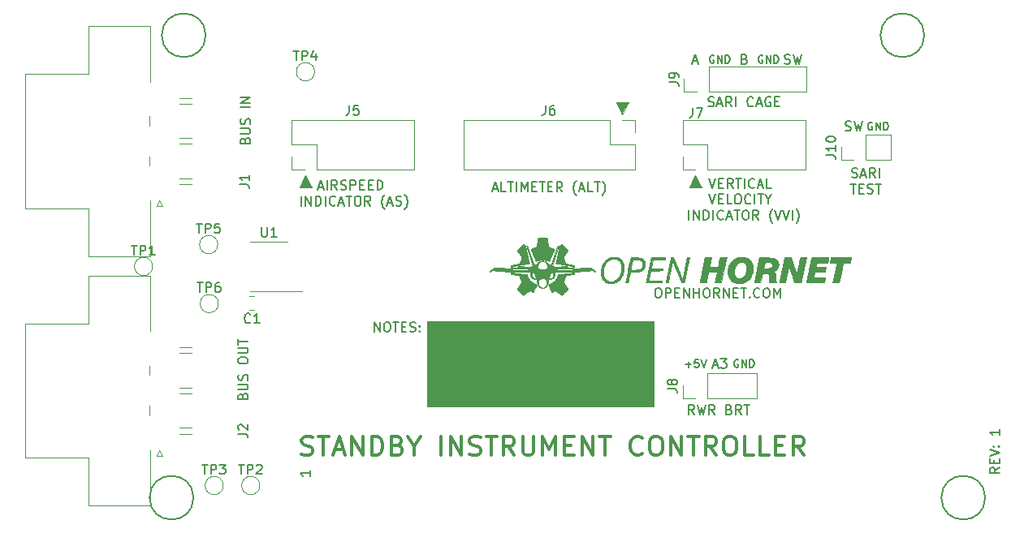
<source format=gbr>
G04 #@! TF.GenerationSoftware,KiCad,Pcbnew,(5.1.9)-1*
G04 #@! TF.CreationDate,2021-09-09T14:46:22-06:00*
G04 #@! TF.ProjectId,standby_controller,7374616e-6462-4795-9f63-6f6e74726f6c,rev?*
G04 #@! TF.SameCoordinates,Original*
G04 #@! TF.FileFunction,Legend,Top*
G04 #@! TF.FilePolarity,Positive*
%FSLAX46Y46*%
G04 Gerber Fmt 4.6, Leading zero omitted, Abs format (unit mm)*
G04 Created by KiCad (PCBNEW (5.1.9)-1) date 2021-09-09 14:46:22*
%MOMM*%
%LPD*%
G01*
G04 APERTURE LIST*
%ADD10C,0.150000*%
%ADD11C,0.100000*%
%ADD12C,0.300000*%
%ADD13C,0.120000*%
%ADD14C,0.010000*%
G04 APERTURE END LIST*
D10*
X190398476Y-79991000D02*
X190322285Y-79952904D01*
X190208000Y-79952904D01*
X190093714Y-79991000D01*
X190017523Y-80067190D01*
X189979428Y-80143380D01*
X189941333Y-80295761D01*
X189941333Y-80410047D01*
X189979428Y-80562428D01*
X190017523Y-80638619D01*
X190093714Y-80714809D01*
X190208000Y-80752904D01*
X190284190Y-80752904D01*
X190398476Y-80714809D01*
X190436571Y-80676714D01*
X190436571Y-80410047D01*
X190284190Y-80410047D01*
X190779428Y-80752904D02*
X190779428Y-79952904D01*
X191236571Y-80752904D01*
X191236571Y-79952904D01*
X191617523Y-80752904D02*
X191617523Y-79952904D01*
X191808000Y-79952904D01*
X191922285Y-79991000D01*
X191998476Y-80067190D01*
X192036571Y-80143380D01*
X192074666Y-80295761D01*
X192074666Y-80410047D01*
X192036571Y-80562428D01*
X191998476Y-80638619D01*
X191922285Y-80714809D01*
X191808000Y-80752904D01*
X191617523Y-80752904D01*
X187610857Y-80795761D02*
X187753714Y-80843380D01*
X187991809Y-80843380D01*
X188087047Y-80795761D01*
X188134666Y-80748142D01*
X188182285Y-80652904D01*
X188182285Y-80557666D01*
X188134666Y-80462428D01*
X188087047Y-80414809D01*
X187991809Y-80367190D01*
X187801333Y-80319571D01*
X187706095Y-80271952D01*
X187658476Y-80224333D01*
X187610857Y-80129095D01*
X187610857Y-80033857D01*
X187658476Y-79938619D01*
X187706095Y-79891000D01*
X187801333Y-79843380D01*
X188039428Y-79843380D01*
X188182285Y-79891000D01*
X188515619Y-79843380D02*
X188753714Y-80843380D01*
X188944190Y-80129095D01*
X189134666Y-80843380D01*
X189372761Y-79843380D01*
X188285619Y-85685761D02*
X188428476Y-85733380D01*
X188666571Y-85733380D01*
X188761809Y-85685761D01*
X188809428Y-85638142D01*
X188857047Y-85542904D01*
X188857047Y-85447666D01*
X188809428Y-85352428D01*
X188761809Y-85304809D01*
X188666571Y-85257190D01*
X188476095Y-85209571D01*
X188380857Y-85161952D01*
X188333238Y-85114333D01*
X188285619Y-85019095D01*
X188285619Y-84923857D01*
X188333238Y-84828619D01*
X188380857Y-84781000D01*
X188476095Y-84733380D01*
X188714190Y-84733380D01*
X188857047Y-84781000D01*
X189238000Y-85447666D02*
X189714190Y-85447666D01*
X189142761Y-85733380D02*
X189476095Y-84733380D01*
X189809428Y-85733380D01*
X190714190Y-85733380D02*
X190380857Y-85257190D01*
X190142761Y-85733380D02*
X190142761Y-84733380D01*
X190523714Y-84733380D01*
X190618952Y-84781000D01*
X190666571Y-84828619D01*
X190714190Y-84923857D01*
X190714190Y-85066714D01*
X190666571Y-85161952D01*
X190618952Y-85209571D01*
X190523714Y-85257190D01*
X190142761Y-85257190D01*
X191142761Y-85733380D02*
X191142761Y-84733380D01*
X188142761Y-86383380D02*
X188714190Y-86383380D01*
X188428476Y-87383380D02*
X188428476Y-86383380D01*
X189047523Y-86859571D02*
X189380857Y-86859571D01*
X189523714Y-87383380D02*
X189047523Y-87383380D01*
X189047523Y-86383380D01*
X189523714Y-86383380D01*
X189904666Y-87335761D02*
X190047523Y-87383380D01*
X190285619Y-87383380D01*
X190380857Y-87335761D01*
X190428476Y-87288142D01*
X190476095Y-87192904D01*
X190476095Y-87097666D01*
X190428476Y-87002428D01*
X190380857Y-86954809D01*
X190285619Y-86907190D01*
X190095142Y-86859571D01*
X189999904Y-86811952D01*
X189952285Y-86764333D01*
X189904666Y-86669095D01*
X189904666Y-86573857D01*
X189952285Y-86478619D01*
X189999904Y-86431000D01*
X190095142Y-86383380D01*
X190333238Y-86383380D01*
X190476095Y-86431000D01*
X190761809Y-86383380D02*
X191333238Y-86383380D01*
X191047523Y-87383380D02*
X191047523Y-86383380D01*
D11*
G36*
X131953000Y-86741000D02*
G01*
X130683000Y-86741000D01*
X131318000Y-85471000D01*
X131953000Y-86741000D01*
G37*
X131953000Y-86741000D02*
X130683000Y-86741000D01*
X131318000Y-85471000D01*
X131953000Y-86741000D01*
D10*
X132659904Y-86717666D02*
X133136095Y-86717666D01*
X132564666Y-87003380D02*
X132898000Y-86003380D01*
X133231333Y-87003380D01*
X133564666Y-87003380D02*
X133564666Y-86003380D01*
X134612285Y-87003380D02*
X134278952Y-86527190D01*
X134040857Y-87003380D02*
X134040857Y-86003380D01*
X134421809Y-86003380D01*
X134517047Y-86051000D01*
X134564666Y-86098619D01*
X134612285Y-86193857D01*
X134612285Y-86336714D01*
X134564666Y-86431952D01*
X134517047Y-86479571D01*
X134421809Y-86527190D01*
X134040857Y-86527190D01*
X134993238Y-86955761D02*
X135136095Y-87003380D01*
X135374190Y-87003380D01*
X135469428Y-86955761D01*
X135517047Y-86908142D01*
X135564666Y-86812904D01*
X135564666Y-86717666D01*
X135517047Y-86622428D01*
X135469428Y-86574809D01*
X135374190Y-86527190D01*
X135183714Y-86479571D01*
X135088476Y-86431952D01*
X135040857Y-86384333D01*
X134993238Y-86289095D01*
X134993238Y-86193857D01*
X135040857Y-86098619D01*
X135088476Y-86051000D01*
X135183714Y-86003380D01*
X135421809Y-86003380D01*
X135564666Y-86051000D01*
X135993238Y-87003380D02*
X135993238Y-86003380D01*
X136374190Y-86003380D01*
X136469428Y-86051000D01*
X136517047Y-86098619D01*
X136564666Y-86193857D01*
X136564666Y-86336714D01*
X136517047Y-86431952D01*
X136469428Y-86479571D01*
X136374190Y-86527190D01*
X135993238Y-86527190D01*
X136993238Y-86479571D02*
X137326571Y-86479571D01*
X137469428Y-87003380D02*
X136993238Y-87003380D01*
X136993238Y-86003380D01*
X137469428Y-86003380D01*
X137898000Y-86479571D02*
X138231333Y-86479571D01*
X138374190Y-87003380D02*
X137898000Y-87003380D01*
X137898000Y-86003380D01*
X138374190Y-86003380D01*
X138802761Y-87003380D02*
X138802761Y-86003380D01*
X139040857Y-86003380D01*
X139183714Y-86051000D01*
X139278952Y-86146238D01*
X139326571Y-86241476D01*
X139374190Y-86431952D01*
X139374190Y-86574809D01*
X139326571Y-86765285D01*
X139278952Y-86860523D01*
X139183714Y-86955761D01*
X139040857Y-87003380D01*
X138802761Y-87003380D01*
X130850380Y-88653380D02*
X130850380Y-87653380D01*
X131326571Y-88653380D02*
X131326571Y-87653380D01*
X131898000Y-88653380D01*
X131898000Y-87653380D01*
X132374190Y-88653380D02*
X132374190Y-87653380D01*
X132612285Y-87653380D01*
X132755142Y-87701000D01*
X132850380Y-87796238D01*
X132898000Y-87891476D01*
X132945619Y-88081952D01*
X132945619Y-88224809D01*
X132898000Y-88415285D01*
X132850380Y-88510523D01*
X132755142Y-88605761D01*
X132612285Y-88653380D01*
X132374190Y-88653380D01*
X133374190Y-88653380D02*
X133374190Y-87653380D01*
X134421809Y-88558142D02*
X134374190Y-88605761D01*
X134231333Y-88653380D01*
X134136095Y-88653380D01*
X133993238Y-88605761D01*
X133898000Y-88510523D01*
X133850380Y-88415285D01*
X133802761Y-88224809D01*
X133802761Y-88081952D01*
X133850380Y-87891476D01*
X133898000Y-87796238D01*
X133993238Y-87701000D01*
X134136095Y-87653380D01*
X134231333Y-87653380D01*
X134374190Y-87701000D01*
X134421809Y-87748619D01*
X134802761Y-88367666D02*
X135278952Y-88367666D01*
X134707523Y-88653380D02*
X135040857Y-87653380D01*
X135374190Y-88653380D01*
X135564666Y-87653380D02*
X136136095Y-87653380D01*
X135850380Y-88653380D02*
X135850380Y-87653380D01*
X136659904Y-87653380D02*
X136850380Y-87653380D01*
X136945619Y-87701000D01*
X137040857Y-87796238D01*
X137088476Y-87986714D01*
X137088476Y-88320047D01*
X137040857Y-88510523D01*
X136945619Y-88605761D01*
X136850380Y-88653380D01*
X136659904Y-88653380D01*
X136564666Y-88605761D01*
X136469428Y-88510523D01*
X136421809Y-88320047D01*
X136421809Y-87986714D01*
X136469428Y-87796238D01*
X136564666Y-87701000D01*
X136659904Y-87653380D01*
X138088476Y-88653380D02*
X137755142Y-88177190D01*
X137517047Y-88653380D02*
X137517047Y-87653380D01*
X137898000Y-87653380D01*
X137993238Y-87701000D01*
X138040857Y-87748619D01*
X138088476Y-87843857D01*
X138088476Y-87986714D01*
X138040857Y-88081952D01*
X137993238Y-88129571D01*
X137898000Y-88177190D01*
X137517047Y-88177190D01*
X139564666Y-89034333D02*
X139517047Y-88986714D01*
X139421809Y-88843857D01*
X139374190Y-88748619D01*
X139326571Y-88605761D01*
X139278952Y-88367666D01*
X139278952Y-88177190D01*
X139326571Y-87939095D01*
X139374190Y-87796238D01*
X139421809Y-87701000D01*
X139517047Y-87558142D01*
X139564666Y-87510523D01*
X139898000Y-88367666D02*
X140374190Y-88367666D01*
X139802761Y-88653380D02*
X140136095Y-87653380D01*
X140469428Y-88653380D01*
X140755142Y-88605761D02*
X140898000Y-88653380D01*
X141136095Y-88653380D01*
X141231333Y-88605761D01*
X141278952Y-88558142D01*
X141326571Y-88462904D01*
X141326571Y-88367666D01*
X141278952Y-88272428D01*
X141231333Y-88224809D01*
X141136095Y-88177190D01*
X140945619Y-88129571D01*
X140850380Y-88081952D01*
X140802761Y-88034333D01*
X140755142Y-87939095D01*
X140755142Y-87843857D01*
X140802761Y-87748619D01*
X140850380Y-87701000D01*
X140945619Y-87653380D01*
X141183714Y-87653380D01*
X141326571Y-87701000D01*
X141659904Y-89034333D02*
X141707523Y-88986714D01*
X141802761Y-88843857D01*
X141850380Y-88748619D01*
X141898000Y-88605761D01*
X141945619Y-88367666D01*
X141945619Y-88177190D01*
X141898000Y-87939095D01*
X141850380Y-87796238D01*
X141802761Y-87701000D01*
X141707523Y-87558142D01*
X141659904Y-87510523D01*
X150837047Y-86907666D02*
X151313238Y-86907666D01*
X150741809Y-87193380D02*
X151075142Y-86193380D01*
X151408476Y-87193380D01*
X152218000Y-87193380D02*
X151741809Y-87193380D01*
X151741809Y-86193380D01*
X152408476Y-86193380D02*
X152979904Y-86193380D01*
X152694190Y-87193380D02*
X152694190Y-86193380D01*
X153313238Y-87193380D02*
X153313238Y-86193380D01*
X153789428Y-87193380D02*
X153789428Y-86193380D01*
X154122761Y-86907666D01*
X154456095Y-86193380D01*
X154456095Y-87193380D01*
X154932285Y-86669571D02*
X155265619Y-86669571D01*
X155408476Y-87193380D02*
X154932285Y-87193380D01*
X154932285Y-86193380D01*
X155408476Y-86193380D01*
X155694190Y-86193380D02*
X156265619Y-86193380D01*
X155979904Y-87193380D02*
X155979904Y-86193380D01*
X156598952Y-86669571D02*
X156932285Y-86669571D01*
X157075142Y-87193380D02*
X156598952Y-87193380D01*
X156598952Y-86193380D01*
X157075142Y-86193380D01*
X158075142Y-87193380D02*
X157741809Y-86717190D01*
X157503714Y-87193380D02*
X157503714Y-86193380D01*
X157884666Y-86193380D01*
X157979904Y-86241000D01*
X158027523Y-86288619D01*
X158075142Y-86383857D01*
X158075142Y-86526714D01*
X158027523Y-86621952D01*
X157979904Y-86669571D01*
X157884666Y-86717190D01*
X157503714Y-86717190D01*
X159551333Y-87574333D02*
X159503714Y-87526714D01*
X159408476Y-87383857D01*
X159360857Y-87288619D01*
X159313238Y-87145761D01*
X159265619Y-86907666D01*
X159265619Y-86717190D01*
X159313238Y-86479095D01*
X159360857Y-86336238D01*
X159408476Y-86241000D01*
X159503714Y-86098142D01*
X159551333Y-86050523D01*
X159884666Y-86907666D02*
X160360857Y-86907666D01*
X159789428Y-87193380D02*
X160122761Y-86193380D01*
X160456095Y-87193380D01*
X161265619Y-87193380D02*
X160789428Y-87193380D01*
X160789428Y-86193380D01*
X161456095Y-86193380D02*
X162027523Y-86193380D01*
X161741809Y-87193380D02*
X161741809Y-86193380D01*
X162265619Y-87574333D02*
X162313238Y-87526714D01*
X162408476Y-87383857D01*
X162456095Y-87288619D01*
X162503714Y-87145761D01*
X162551333Y-86907666D01*
X162551333Y-86717190D01*
X162503714Y-86479095D01*
X162456095Y-86336238D01*
X162408476Y-86241000D01*
X162313238Y-86098142D01*
X162265619Y-86050523D01*
D11*
G36*
X164338000Y-79121000D02*
G01*
X163703000Y-77851000D01*
X164973000Y-77851000D01*
X164338000Y-79121000D01*
G37*
X164338000Y-79121000D02*
X163703000Y-77851000D01*
X164973000Y-77851000D01*
X164338000Y-79121000D01*
G36*
X172593000Y-86741000D02*
G01*
X171323000Y-86741000D01*
X171958000Y-85471000D01*
X172593000Y-86741000D01*
G37*
X172593000Y-86741000D02*
X171323000Y-86741000D01*
X171958000Y-85471000D01*
X172593000Y-86741000D01*
D10*
X173418952Y-85813380D02*
X173752285Y-86813380D01*
X174085619Y-85813380D01*
X174418952Y-86289571D02*
X174752285Y-86289571D01*
X174895142Y-86813380D02*
X174418952Y-86813380D01*
X174418952Y-85813380D01*
X174895142Y-85813380D01*
X175895142Y-86813380D02*
X175561809Y-86337190D01*
X175323714Y-86813380D02*
X175323714Y-85813380D01*
X175704666Y-85813380D01*
X175799904Y-85861000D01*
X175847523Y-85908619D01*
X175895142Y-86003857D01*
X175895142Y-86146714D01*
X175847523Y-86241952D01*
X175799904Y-86289571D01*
X175704666Y-86337190D01*
X175323714Y-86337190D01*
X176180857Y-85813380D02*
X176752285Y-85813380D01*
X176466571Y-86813380D02*
X176466571Y-85813380D01*
X177085619Y-86813380D02*
X177085619Y-85813380D01*
X178133238Y-86718142D02*
X178085619Y-86765761D01*
X177942761Y-86813380D01*
X177847523Y-86813380D01*
X177704666Y-86765761D01*
X177609428Y-86670523D01*
X177561809Y-86575285D01*
X177514190Y-86384809D01*
X177514190Y-86241952D01*
X177561809Y-86051476D01*
X177609428Y-85956238D01*
X177704666Y-85861000D01*
X177847523Y-85813380D01*
X177942761Y-85813380D01*
X178085619Y-85861000D01*
X178133238Y-85908619D01*
X178514190Y-86527666D02*
X178990380Y-86527666D01*
X178418952Y-86813380D02*
X178752285Y-85813380D01*
X179085619Y-86813380D01*
X179895142Y-86813380D02*
X179418952Y-86813380D01*
X179418952Y-85813380D01*
X173395142Y-87463380D02*
X173728476Y-88463380D01*
X174061809Y-87463380D01*
X174395142Y-87939571D02*
X174728476Y-87939571D01*
X174871333Y-88463380D02*
X174395142Y-88463380D01*
X174395142Y-87463380D01*
X174871333Y-87463380D01*
X175776095Y-88463380D02*
X175299904Y-88463380D01*
X175299904Y-87463380D01*
X176299904Y-87463380D02*
X176490380Y-87463380D01*
X176585619Y-87511000D01*
X176680857Y-87606238D01*
X176728476Y-87796714D01*
X176728476Y-88130047D01*
X176680857Y-88320523D01*
X176585619Y-88415761D01*
X176490380Y-88463380D01*
X176299904Y-88463380D01*
X176204666Y-88415761D01*
X176109428Y-88320523D01*
X176061809Y-88130047D01*
X176061809Y-87796714D01*
X176109428Y-87606238D01*
X176204666Y-87511000D01*
X176299904Y-87463380D01*
X177728476Y-88368142D02*
X177680857Y-88415761D01*
X177538000Y-88463380D01*
X177442761Y-88463380D01*
X177299904Y-88415761D01*
X177204666Y-88320523D01*
X177157047Y-88225285D01*
X177109428Y-88034809D01*
X177109428Y-87891952D01*
X177157047Y-87701476D01*
X177204666Y-87606238D01*
X177299904Y-87511000D01*
X177442761Y-87463380D01*
X177538000Y-87463380D01*
X177680857Y-87511000D01*
X177728476Y-87558619D01*
X178157047Y-88463380D02*
X178157047Y-87463380D01*
X178490380Y-87463380D02*
X179061809Y-87463380D01*
X178776095Y-88463380D02*
X178776095Y-87463380D01*
X179585619Y-87987190D02*
X179585619Y-88463380D01*
X179252285Y-87463380D02*
X179585619Y-87987190D01*
X179918952Y-87463380D01*
X171299904Y-90113380D02*
X171299904Y-89113380D01*
X171776095Y-90113380D02*
X171776095Y-89113380D01*
X172347523Y-90113380D01*
X172347523Y-89113380D01*
X172823714Y-90113380D02*
X172823714Y-89113380D01*
X173061809Y-89113380D01*
X173204666Y-89161000D01*
X173299904Y-89256238D01*
X173347523Y-89351476D01*
X173395142Y-89541952D01*
X173395142Y-89684809D01*
X173347523Y-89875285D01*
X173299904Y-89970523D01*
X173204666Y-90065761D01*
X173061809Y-90113380D01*
X172823714Y-90113380D01*
X173823714Y-90113380D02*
X173823714Y-89113380D01*
X174871333Y-90018142D02*
X174823714Y-90065761D01*
X174680857Y-90113380D01*
X174585619Y-90113380D01*
X174442761Y-90065761D01*
X174347523Y-89970523D01*
X174299904Y-89875285D01*
X174252285Y-89684809D01*
X174252285Y-89541952D01*
X174299904Y-89351476D01*
X174347523Y-89256238D01*
X174442761Y-89161000D01*
X174585619Y-89113380D01*
X174680857Y-89113380D01*
X174823714Y-89161000D01*
X174871333Y-89208619D01*
X175252285Y-89827666D02*
X175728476Y-89827666D01*
X175157047Y-90113380D02*
X175490380Y-89113380D01*
X175823714Y-90113380D01*
X176014190Y-89113380D02*
X176585619Y-89113380D01*
X176299904Y-90113380D02*
X176299904Y-89113380D01*
X177109428Y-89113380D02*
X177299904Y-89113380D01*
X177395142Y-89161000D01*
X177490380Y-89256238D01*
X177538000Y-89446714D01*
X177538000Y-89780047D01*
X177490380Y-89970523D01*
X177395142Y-90065761D01*
X177299904Y-90113380D01*
X177109428Y-90113380D01*
X177014190Y-90065761D01*
X176918952Y-89970523D01*
X176871333Y-89780047D01*
X176871333Y-89446714D01*
X176918952Y-89256238D01*
X177014190Y-89161000D01*
X177109428Y-89113380D01*
X178538000Y-90113380D02*
X178204666Y-89637190D01*
X177966571Y-90113380D02*
X177966571Y-89113380D01*
X178347523Y-89113380D01*
X178442761Y-89161000D01*
X178490380Y-89208619D01*
X178538000Y-89303857D01*
X178538000Y-89446714D01*
X178490380Y-89541952D01*
X178442761Y-89589571D01*
X178347523Y-89637190D01*
X177966571Y-89637190D01*
X180014190Y-90494333D02*
X179966571Y-90446714D01*
X179871333Y-90303857D01*
X179823714Y-90208619D01*
X179776095Y-90065761D01*
X179728476Y-89827666D01*
X179728476Y-89637190D01*
X179776095Y-89399095D01*
X179823714Y-89256238D01*
X179871333Y-89161000D01*
X179966571Y-89018142D01*
X180014190Y-88970523D01*
X180252285Y-89113380D02*
X180585619Y-90113380D01*
X180918952Y-89113380D01*
X181109428Y-89113380D02*
X181442761Y-90113380D01*
X181776095Y-89113380D01*
X182109428Y-90113380D02*
X182109428Y-89113380D01*
X182490380Y-90494333D02*
X182538000Y-90446714D01*
X182633238Y-90303857D01*
X182680857Y-90208619D01*
X182728476Y-90065761D01*
X182776095Y-89827666D01*
X182776095Y-89637190D01*
X182728476Y-89399095D01*
X182680857Y-89256238D01*
X182633238Y-89161000D01*
X182538000Y-89018142D01*
X182490380Y-88970523D01*
X173323714Y-78255761D02*
X173466571Y-78303380D01*
X173704666Y-78303380D01*
X173799904Y-78255761D01*
X173847523Y-78208142D01*
X173895142Y-78112904D01*
X173895142Y-78017666D01*
X173847523Y-77922428D01*
X173799904Y-77874809D01*
X173704666Y-77827190D01*
X173514190Y-77779571D01*
X173418952Y-77731952D01*
X173371333Y-77684333D01*
X173323714Y-77589095D01*
X173323714Y-77493857D01*
X173371333Y-77398619D01*
X173418952Y-77351000D01*
X173514190Y-77303380D01*
X173752285Y-77303380D01*
X173895142Y-77351000D01*
X174276095Y-78017666D02*
X174752285Y-78017666D01*
X174180857Y-78303380D02*
X174514190Y-77303380D01*
X174847523Y-78303380D01*
X175752285Y-78303380D02*
X175418952Y-77827190D01*
X175180857Y-78303380D02*
X175180857Y-77303380D01*
X175561809Y-77303380D01*
X175657047Y-77351000D01*
X175704666Y-77398619D01*
X175752285Y-77493857D01*
X175752285Y-77636714D01*
X175704666Y-77731952D01*
X175657047Y-77779571D01*
X175561809Y-77827190D01*
X175180857Y-77827190D01*
X176180857Y-78303380D02*
X176180857Y-77303380D01*
X177990380Y-78208142D02*
X177942761Y-78255761D01*
X177799904Y-78303380D01*
X177704666Y-78303380D01*
X177561809Y-78255761D01*
X177466571Y-78160523D01*
X177418952Y-78065285D01*
X177371333Y-77874809D01*
X177371333Y-77731952D01*
X177418952Y-77541476D01*
X177466571Y-77446238D01*
X177561809Y-77351000D01*
X177704666Y-77303380D01*
X177799904Y-77303380D01*
X177942761Y-77351000D01*
X177990380Y-77398619D01*
X178371333Y-78017666D02*
X178847523Y-78017666D01*
X178276095Y-78303380D02*
X178609428Y-77303380D01*
X178942761Y-78303380D01*
X179799904Y-77351000D02*
X179704666Y-77303380D01*
X179561809Y-77303380D01*
X179418952Y-77351000D01*
X179323714Y-77446238D01*
X179276095Y-77541476D01*
X179228476Y-77731952D01*
X179228476Y-77874809D01*
X179276095Y-78065285D01*
X179323714Y-78160523D01*
X179418952Y-78255761D01*
X179561809Y-78303380D01*
X179657047Y-78303380D01*
X179799904Y-78255761D01*
X179847523Y-78208142D01*
X179847523Y-77874809D01*
X179657047Y-77874809D01*
X180276095Y-77779571D02*
X180609428Y-77779571D01*
X180752285Y-78303380D02*
X180276095Y-78303380D01*
X180276095Y-77303380D01*
X180752285Y-77303380D01*
X181260857Y-73810761D02*
X181403714Y-73858380D01*
X181641809Y-73858380D01*
X181737047Y-73810761D01*
X181784666Y-73763142D01*
X181832285Y-73667904D01*
X181832285Y-73572666D01*
X181784666Y-73477428D01*
X181737047Y-73429809D01*
X181641809Y-73382190D01*
X181451333Y-73334571D01*
X181356095Y-73286952D01*
X181308476Y-73239333D01*
X181260857Y-73144095D01*
X181260857Y-73048857D01*
X181308476Y-72953619D01*
X181356095Y-72906000D01*
X181451333Y-72858380D01*
X181689428Y-72858380D01*
X181832285Y-72906000D01*
X182165619Y-72858380D02*
X182403714Y-73858380D01*
X182594190Y-73144095D01*
X182784666Y-73858380D01*
X183022761Y-72858380D01*
X178968476Y-73006000D02*
X178892285Y-72967904D01*
X178778000Y-72967904D01*
X178663714Y-73006000D01*
X178587523Y-73082190D01*
X178549428Y-73158380D01*
X178511333Y-73310761D01*
X178511333Y-73425047D01*
X178549428Y-73577428D01*
X178587523Y-73653619D01*
X178663714Y-73729809D01*
X178778000Y-73767904D01*
X178854190Y-73767904D01*
X178968476Y-73729809D01*
X179006571Y-73691714D01*
X179006571Y-73425047D01*
X178854190Y-73425047D01*
X179349428Y-73767904D02*
X179349428Y-72967904D01*
X179806571Y-73767904D01*
X179806571Y-72967904D01*
X180187523Y-73767904D02*
X180187523Y-72967904D01*
X180378000Y-72967904D01*
X180492285Y-73006000D01*
X180568476Y-73082190D01*
X180606571Y-73158380D01*
X180644666Y-73310761D01*
X180644666Y-73425047D01*
X180606571Y-73577428D01*
X180568476Y-73653619D01*
X180492285Y-73729809D01*
X180378000Y-73767904D01*
X180187523Y-73767904D01*
X177109428Y-73334571D02*
X177252285Y-73382190D01*
X177299904Y-73429809D01*
X177347523Y-73525047D01*
X177347523Y-73667904D01*
X177299904Y-73763142D01*
X177252285Y-73810761D01*
X177157047Y-73858380D01*
X176776095Y-73858380D01*
X176776095Y-72858380D01*
X177109428Y-72858380D01*
X177204666Y-72906000D01*
X177252285Y-72953619D01*
X177299904Y-73048857D01*
X177299904Y-73144095D01*
X177252285Y-73239333D01*
X177204666Y-73286952D01*
X177109428Y-73334571D01*
X176776095Y-73334571D01*
X173888476Y-73006000D02*
X173812285Y-72967904D01*
X173698000Y-72967904D01*
X173583714Y-73006000D01*
X173507523Y-73082190D01*
X173469428Y-73158380D01*
X173431333Y-73310761D01*
X173431333Y-73425047D01*
X173469428Y-73577428D01*
X173507523Y-73653619D01*
X173583714Y-73729809D01*
X173698000Y-73767904D01*
X173774190Y-73767904D01*
X173888476Y-73729809D01*
X173926571Y-73691714D01*
X173926571Y-73425047D01*
X173774190Y-73425047D01*
X174269428Y-73767904D02*
X174269428Y-72967904D01*
X174726571Y-73767904D01*
X174726571Y-72967904D01*
X175107523Y-73767904D02*
X175107523Y-72967904D01*
X175298000Y-72967904D01*
X175412285Y-73006000D01*
X175488476Y-73082190D01*
X175526571Y-73158380D01*
X175564666Y-73310761D01*
X175564666Y-73425047D01*
X175526571Y-73577428D01*
X175488476Y-73653619D01*
X175412285Y-73729809D01*
X175298000Y-73767904D01*
X175107523Y-73767904D01*
X171719904Y-73572666D02*
X172196095Y-73572666D01*
X171624666Y-73858380D02*
X171958000Y-72858380D01*
X172291333Y-73858380D01*
X176428476Y-104756000D02*
X176352285Y-104717904D01*
X176238000Y-104717904D01*
X176123714Y-104756000D01*
X176047523Y-104832190D01*
X176009428Y-104908380D01*
X175971333Y-105060761D01*
X175971333Y-105175047D01*
X176009428Y-105327428D01*
X176047523Y-105403619D01*
X176123714Y-105479809D01*
X176238000Y-105517904D01*
X176314190Y-105517904D01*
X176428476Y-105479809D01*
X176466571Y-105441714D01*
X176466571Y-105175047D01*
X176314190Y-105175047D01*
X176809428Y-105517904D02*
X176809428Y-104717904D01*
X177266571Y-105517904D01*
X177266571Y-104717904D01*
X177647523Y-105517904D02*
X177647523Y-104717904D01*
X177838000Y-104717904D01*
X177952285Y-104756000D01*
X178028476Y-104832190D01*
X178066571Y-104908380D01*
X178104666Y-105060761D01*
X178104666Y-105175047D01*
X178066571Y-105327428D01*
X178028476Y-105403619D01*
X177952285Y-105479809D01*
X177838000Y-105517904D01*
X177647523Y-105517904D01*
X173783714Y-105322666D02*
X174259904Y-105322666D01*
X173688476Y-105608380D02*
X174021809Y-104608380D01*
X174355142Y-105608380D01*
X174593238Y-104608380D02*
X175212285Y-104608380D01*
X174878952Y-104989333D01*
X175021809Y-104989333D01*
X175117047Y-105036952D01*
X175164666Y-105084571D01*
X175212285Y-105179809D01*
X175212285Y-105417904D01*
X175164666Y-105513142D01*
X175117047Y-105560761D01*
X175021809Y-105608380D01*
X174736095Y-105608380D01*
X174640857Y-105560761D01*
X174593238Y-105513142D01*
X170929428Y-105213142D02*
X171538952Y-105213142D01*
X171234190Y-105517904D02*
X171234190Y-104908380D01*
X172300857Y-104717904D02*
X171919904Y-104717904D01*
X171881809Y-105098857D01*
X171919904Y-105060761D01*
X171996095Y-105022666D01*
X172186571Y-105022666D01*
X172262761Y-105060761D01*
X172300857Y-105098857D01*
X172338952Y-105175047D01*
X172338952Y-105365523D01*
X172300857Y-105441714D01*
X172262761Y-105479809D01*
X172186571Y-105517904D01*
X171996095Y-105517904D01*
X171919904Y-105479809D01*
X171881809Y-105441714D01*
X172567523Y-104717904D02*
X172834190Y-105517904D01*
X173100857Y-104717904D01*
X171847190Y-110434380D02*
X171513857Y-109958190D01*
X171275761Y-110434380D02*
X171275761Y-109434380D01*
X171656714Y-109434380D01*
X171751952Y-109482000D01*
X171799571Y-109529619D01*
X171847190Y-109624857D01*
X171847190Y-109767714D01*
X171799571Y-109862952D01*
X171751952Y-109910571D01*
X171656714Y-109958190D01*
X171275761Y-109958190D01*
X172180523Y-109434380D02*
X172418619Y-110434380D01*
X172609095Y-109720095D01*
X172799571Y-110434380D01*
X173037666Y-109434380D01*
X173990047Y-110434380D02*
X173656714Y-109958190D01*
X173418619Y-110434380D02*
X173418619Y-109434380D01*
X173799571Y-109434380D01*
X173894809Y-109482000D01*
X173942428Y-109529619D01*
X173990047Y-109624857D01*
X173990047Y-109767714D01*
X173942428Y-109862952D01*
X173894809Y-109910571D01*
X173799571Y-109958190D01*
X173418619Y-109958190D01*
X175513857Y-109910571D02*
X175656714Y-109958190D01*
X175704333Y-110005809D01*
X175751952Y-110101047D01*
X175751952Y-110243904D01*
X175704333Y-110339142D01*
X175656714Y-110386761D01*
X175561476Y-110434380D01*
X175180523Y-110434380D01*
X175180523Y-109434380D01*
X175513857Y-109434380D01*
X175609095Y-109482000D01*
X175656714Y-109529619D01*
X175704333Y-109624857D01*
X175704333Y-109720095D01*
X175656714Y-109815333D01*
X175609095Y-109862952D01*
X175513857Y-109910571D01*
X175180523Y-109910571D01*
X176751952Y-110434380D02*
X176418619Y-109958190D01*
X176180523Y-110434380D02*
X176180523Y-109434380D01*
X176561476Y-109434380D01*
X176656714Y-109482000D01*
X176704333Y-109529619D01*
X176751952Y-109624857D01*
X176751952Y-109767714D01*
X176704333Y-109862952D01*
X176656714Y-109910571D01*
X176561476Y-109958190D01*
X176180523Y-109958190D01*
X177037666Y-109434380D02*
X177609095Y-109434380D01*
X177323380Y-110434380D02*
X177323380Y-109434380D01*
X203652380Y-115966666D02*
X203176190Y-116300000D01*
X203652380Y-116538095D02*
X202652380Y-116538095D01*
X202652380Y-116157142D01*
X202700000Y-116061904D01*
X202747619Y-116014285D01*
X202842857Y-115966666D01*
X202985714Y-115966666D01*
X203080952Y-116014285D01*
X203128571Y-116061904D01*
X203176190Y-116157142D01*
X203176190Y-116538095D01*
X203128571Y-115538095D02*
X203128571Y-115204761D01*
X203652380Y-115061904D02*
X203652380Y-115538095D01*
X202652380Y-115538095D01*
X202652380Y-115061904D01*
X202652380Y-114776190D02*
X203652380Y-114442857D01*
X202652380Y-114109523D01*
X203557142Y-113776190D02*
X203604761Y-113728571D01*
X203652380Y-113776190D01*
X203604761Y-113823809D01*
X203557142Y-113776190D01*
X203652380Y-113776190D01*
X203033333Y-113776190D02*
X203080952Y-113728571D01*
X203128571Y-113776190D01*
X203080952Y-113823809D01*
X203033333Y-113776190D01*
X203128571Y-113776190D01*
X203652380Y-112014285D02*
X203652380Y-112585714D01*
X203652380Y-112300000D02*
X202652380Y-112300000D01*
X202795238Y-112395238D01*
X202890476Y-112490476D01*
X202938095Y-112585714D01*
X138485857Y-101798380D02*
X138485857Y-100798380D01*
X139057285Y-101798380D01*
X139057285Y-100798380D01*
X139723952Y-100798380D02*
X139914428Y-100798380D01*
X140009666Y-100846000D01*
X140104904Y-100941238D01*
X140152523Y-101131714D01*
X140152523Y-101465047D01*
X140104904Y-101655523D01*
X140009666Y-101750761D01*
X139914428Y-101798380D01*
X139723952Y-101798380D01*
X139628714Y-101750761D01*
X139533476Y-101655523D01*
X139485857Y-101465047D01*
X139485857Y-101131714D01*
X139533476Y-100941238D01*
X139628714Y-100846000D01*
X139723952Y-100798380D01*
X140438238Y-100798380D02*
X141009666Y-100798380D01*
X140723952Y-101798380D02*
X140723952Y-100798380D01*
X141343000Y-101274571D02*
X141676333Y-101274571D01*
X141819190Y-101798380D02*
X141343000Y-101798380D01*
X141343000Y-100798380D01*
X141819190Y-100798380D01*
X142200142Y-101750761D02*
X142343000Y-101798380D01*
X142581095Y-101798380D01*
X142676333Y-101750761D01*
X142723952Y-101703142D01*
X142771571Y-101607904D01*
X142771571Y-101512666D01*
X142723952Y-101417428D01*
X142676333Y-101369809D01*
X142581095Y-101322190D01*
X142390619Y-101274571D01*
X142295380Y-101226952D01*
X142247761Y-101179333D01*
X142200142Y-101084095D01*
X142200142Y-100988857D01*
X142247761Y-100893619D01*
X142295380Y-100846000D01*
X142390619Y-100798380D01*
X142628714Y-100798380D01*
X142771571Y-100846000D01*
X143200142Y-101703142D02*
X143247761Y-101750761D01*
X143200142Y-101798380D01*
X143152523Y-101750761D01*
X143200142Y-101703142D01*
X143200142Y-101798380D01*
X143200142Y-101179333D02*
X143247761Y-101226952D01*
X143200142Y-101274571D01*
X143152523Y-101226952D01*
X143200142Y-101179333D01*
X143200142Y-101274571D01*
D11*
G36*
X167640000Y-109601000D02*
G01*
X144018000Y-109601000D01*
X144018000Y-100711000D01*
X167640000Y-100711000D01*
X167640000Y-109601000D01*
G37*
X167640000Y-109601000D02*
X144018000Y-109601000D01*
X144018000Y-100711000D01*
X167640000Y-100711000D01*
X167640000Y-109601000D01*
D12*
X130908523Y-114601523D02*
X131194238Y-114696761D01*
X131670428Y-114696761D01*
X131860904Y-114601523D01*
X131956142Y-114506285D01*
X132051380Y-114315809D01*
X132051380Y-114125333D01*
X131956142Y-113934857D01*
X131860904Y-113839619D01*
X131670428Y-113744380D01*
X131289476Y-113649142D01*
X131099000Y-113553904D01*
X131003761Y-113458666D01*
X130908523Y-113268190D01*
X130908523Y-113077714D01*
X131003761Y-112887238D01*
X131099000Y-112792000D01*
X131289476Y-112696761D01*
X131765666Y-112696761D01*
X132051380Y-112792000D01*
X132622809Y-112696761D02*
X133765666Y-112696761D01*
X133194238Y-114696761D02*
X133194238Y-112696761D01*
X134337095Y-114125333D02*
X135289476Y-114125333D01*
X134146619Y-114696761D02*
X134813285Y-112696761D01*
X135479952Y-114696761D01*
X136146619Y-114696761D02*
X136146619Y-112696761D01*
X137289476Y-114696761D01*
X137289476Y-112696761D01*
X138241857Y-114696761D02*
X138241857Y-112696761D01*
X138718047Y-112696761D01*
X139003761Y-112792000D01*
X139194238Y-112982476D01*
X139289476Y-113172952D01*
X139384714Y-113553904D01*
X139384714Y-113839619D01*
X139289476Y-114220571D01*
X139194238Y-114411047D01*
X139003761Y-114601523D01*
X138718047Y-114696761D01*
X138241857Y-114696761D01*
X140908523Y-113649142D02*
X141194238Y-113744380D01*
X141289476Y-113839619D01*
X141384714Y-114030095D01*
X141384714Y-114315809D01*
X141289476Y-114506285D01*
X141194238Y-114601523D01*
X141003761Y-114696761D01*
X140241857Y-114696761D01*
X140241857Y-112696761D01*
X140908523Y-112696761D01*
X141099000Y-112792000D01*
X141194238Y-112887238D01*
X141289476Y-113077714D01*
X141289476Y-113268190D01*
X141194238Y-113458666D01*
X141099000Y-113553904D01*
X140908523Y-113649142D01*
X140241857Y-113649142D01*
X142622809Y-113744380D02*
X142622809Y-114696761D01*
X141956142Y-112696761D02*
X142622809Y-113744380D01*
X143289476Y-112696761D01*
X145479952Y-114696761D02*
X145479952Y-112696761D01*
X146432333Y-114696761D02*
X146432333Y-112696761D01*
X147575190Y-114696761D01*
X147575190Y-112696761D01*
X148432333Y-114601523D02*
X148718047Y-114696761D01*
X149194238Y-114696761D01*
X149384714Y-114601523D01*
X149479952Y-114506285D01*
X149575190Y-114315809D01*
X149575190Y-114125333D01*
X149479952Y-113934857D01*
X149384714Y-113839619D01*
X149194238Y-113744380D01*
X148813285Y-113649142D01*
X148622809Y-113553904D01*
X148527571Y-113458666D01*
X148432333Y-113268190D01*
X148432333Y-113077714D01*
X148527571Y-112887238D01*
X148622809Y-112792000D01*
X148813285Y-112696761D01*
X149289476Y-112696761D01*
X149575190Y-112792000D01*
X150146619Y-112696761D02*
X151289476Y-112696761D01*
X150718047Y-114696761D02*
X150718047Y-112696761D01*
X153099000Y-114696761D02*
X152432333Y-113744380D01*
X151956142Y-114696761D02*
X151956142Y-112696761D01*
X152718047Y-112696761D01*
X152908523Y-112792000D01*
X153003761Y-112887238D01*
X153099000Y-113077714D01*
X153099000Y-113363428D01*
X153003761Y-113553904D01*
X152908523Y-113649142D01*
X152718047Y-113744380D01*
X151956142Y-113744380D01*
X153956142Y-112696761D02*
X153956142Y-114315809D01*
X154051380Y-114506285D01*
X154146619Y-114601523D01*
X154337095Y-114696761D01*
X154718047Y-114696761D01*
X154908523Y-114601523D01*
X155003761Y-114506285D01*
X155099000Y-114315809D01*
X155099000Y-112696761D01*
X156051380Y-114696761D02*
X156051380Y-112696761D01*
X156718047Y-114125333D01*
X157384714Y-112696761D01*
X157384714Y-114696761D01*
X158337095Y-113649142D02*
X159003761Y-113649142D01*
X159289476Y-114696761D02*
X158337095Y-114696761D01*
X158337095Y-112696761D01*
X159289476Y-112696761D01*
X160146619Y-114696761D02*
X160146619Y-112696761D01*
X161289476Y-114696761D01*
X161289476Y-112696761D01*
X161956142Y-112696761D02*
X163099000Y-112696761D01*
X162527571Y-114696761D02*
X162527571Y-112696761D01*
X166432333Y-114506285D02*
X166337095Y-114601523D01*
X166051380Y-114696761D01*
X165860904Y-114696761D01*
X165575190Y-114601523D01*
X165384714Y-114411047D01*
X165289476Y-114220571D01*
X165194238Y-113839619D01*
X165194238Y-113553904D01*
X165289476Y-113172952D01*
X165384714Y-112982476D01*
X165575190Y-112792000D01*
X165860904Y-112696761D01*
X166051380Y-112696761D01*
X166337095Y-112792000D01*
X166432333Y-112887238D01*
X167670428Y-112696761D02*
X168051380Y-112696761D01*
X168241857Y-112792000D01*
X168432333Y-112982476D01*
X168527571Y-113363428D01*
X168527571Y-114030095D01*
X168432333Y-114411047D01*
X168241857Y-114601523D01*
X168051380Y-114696761D01*
X167670428Y-114696761D01*
X167479952Y-114601523D01*
X167289476Y-114411047D01*
X167194238Y-114030095D01*
X167194238Y-113363428D01*
X167289476Y-112982476D01*
X167479952Y-112792000D01*
X167670428Y-112696761D01*
X169384714Y-114696761D02*
X169384714Y-112696761D01*
X170527571Y-114696761D01*
X170527571Y-112696761D01*
X171194238Y-112696761D02*
X172337095Y-112696761D01*
X171765666Y-114696761D02*
X171765666Y-112696761D01*
X174146619Y-114696761D02*
X173479952Y-113744380D01*
X173003761Y-114696761D02*
X173003761Y-112696761D01*
X173765666Y-112696761D01*
X173956142Y-112792000D01*
X174051380Y-112887238D01*
X174146619Y-113077714D01*
X174146619Y-113363428D01*
X174051380Y-113553904D01*
X173956142Y-113649142D01*
X173765666Y-113744380D01*
X173003761Y-113744380D01*
X175384714Y-112696761D02*
X175765666Y-112696761D01*
X175956142Y-112792000D01*
X176146619Y-112982476D01*
X176241857Y-113363428D01*
X176241857Y-114030095D01*
X176146619Y-114411047D01*
X175956142Y-114601523D01*
X175765666Y-114696761D01*
X175384714Y-114696761D01*
X175194238Y-114601523D01*
X175003761Y-114411047D01*
X174908523Y-114030095D01*
X174908523Y-113363428D01*
X175003761Y-112982476D01*
X175194238Y-112792000D01*
X175384714Y-112696761D01*
X178051380Y-114696761D02*
X177099000Y-114696761D01*
X177099000Y-112696761D01*
X179670428Y-114696761D02*
X178718047Y-114696761D01*
X178718047Y-112696761D01*
X180337095Y-113649142D02*
X181003761Y-113649142D01*
X181289476Y-114696761D02*
X180337095Y-114696761D01*
X180337095Y-112696761D01*
X181289476Y-112696761D01*
X183289476Y-114696761D02*
X182622809Y-113744380D01*
X182146619Y-114696761D02*
X182146619Y-112696761D01*
X182908523Y-112696761D01*
X183099000Y-112792000D01*
X183194238Y-112887238D01*
X183289476Y-113077714D01*
X183289476Y-113363428D01*
X183194238Y-113553904D01*
X183099000Y-113649142D01*
X182908523Y-113744380D01*
X182146619Y-113744380D01*
D10*
X167997976Y-97242380D02*
X168188452Y-97242380D01*
X168283690Y-97290000D01*
X168378928Y-97385238D01*
X168426547Y-97575714D01*
X168426547Y-97909047D01*
X168378928Y-98099523D01*
X168283690Y-98194761D01*
X168188452Y-98242380D01*
X167997976Y-98242380D01*
X167902738Y-98194761D01*
X167807500Y-98099523D01*
X167759880Y-97909047D01*
X167759880Y-97575714D01*
X167807500Y-97385238D01*
X167902738Y-97290000D01*
X167997976Y-97242380D01*
X168855119Y-98242380D02*
X168855119Y-97242380D01*
X169236071Y-97242380D01*
X169331309Y-97290000D01*
X169378928Y-97337619D01*
X169426547Y-97432857D01*
X169426547Y-97575714D01*
X169378928Y-97670952D01*
X169331309Y-97718571D01*
X169236071Y-97766190D01*
X168855119Y-97766190D01*
X169855119Y-97718571D02*
X170188452Y-97718571D01*
X170331309Y-98242380D02*
X169855119Y-98242380D01*
X169855119Y-97242380D01*
X170331309Y-97242380D01*
X170759880Y-98242380D02*
X170759880Y-97242380D01*
X171331309Y-98242380D01*
X171331309Y-97242380D01*
X171807500Y-98242380D02*
X171807500Y-97242380D01*
X171807500Y-97718571D02*
X172378928Y-97718571D01*
X172378928Y-98242380D02*
X172378928Y-97242380D01*
X173045595Y-97242380D02*
X173236071Y-97242380D01*
X173331309Y-97290000D01*
X173426547Y-97385238D01*
X173474166Y-97575714D01*
X173474166Y-97909047D01*
X173426547Y-98099523D01*
X173331309Y-98194761D01*
X173236071Y-98242380D01*
X173045595Y-98242380D01*
X172950357Y-98194761D01*
X172855119Y-98099523D01*
X172807500Y-97909047D01*
X172807500Y-97575714D01*
X172855119Y-97385238D01*
X172950357Y-97290000D01*
X173045595Y-97242380D01*
X174474166Y-98242380D02*
X174140833Y-97766190D01*
X173902738Y-98242380D02*
X173902738Y-97242380D01*
X174283690Y-97242380D01*
X174378928Y-97290000D01*
X174426547Y-97337619D01*
X174474166Y-97432857D01*
X174474166Y-97575714D01*
X174426547Y-97670952D01*
X174378928Y-97718571D01*
X174283690Y-97766190D01*
X173902738Y-97766190D01*
X174902738Y-98242380D02*
X174902738Y-97242380D01*
X175474166Y-98242380D01*
X175474166Y-97242380D01*
X175950357Y-97718571D02*
X176283690Y-97718571D01*
X176426547Y-98242380D02*
X175950357Y-98242380D01*
X175950357Y-97242380D01*
X176426547Y-97242380D01*
X176712261Y-97242380D02*
X177283690Y-97242380D01*
X176997976Y-98242380D02*
X176997976Y-97242380D01*
X177617023Y-98147142D02*
X177664642Y-98194761D01*
X177617023Y-98242380D01*
X177569404Y-98194761D01*
X177617023Y-98147142D01*
X177617023Y-98242380D01*
X178664642Y-98147142D02*
X178617023Y-98194761D01*
X178474166Y-98242380D01*
X178378928Y-98242380D01*
X178236071Y-98194761D01*
X178140833Y-98099523D01*
X178093214Y-98004285D01*
X178045595Y-97813809D01*
X178045595Y-97670952D01*
X178093214Y-97480476D01*
X178140833Y-97385238D01*
X178236071Y-97290000D01*
X178378928Y-97242380D01*
X178474166Y-97242380D01*
X178617023Y-97290000D01*
X178664642Y-97337619D01*
X179283690Y-97242380D02*
X179474166Y-97242380D01*
X179569404Y-97290000D01*
X179664642Y-97385238D01*
X179712261Y-97575714D01*
X179712261Y-97909047D01*
X179664642Y-98099523D01*
X179569404Y-98194761D01*
X179474166Y-98242380D01*
X179283690Y-98242380D01*
X179188452Y-98194761D01*
X179093214Y-98099523D01*
X179045595Y-97909047D01*
X179045595Y-97575714D01*
X179093214Y-97385238D01*
X179188452Y-97290000D01*
X179283690Y-97242380D01*
X180140833Y-98242380D02*
X180140833Y-97242380D01*
X180474166Y-97956666D01*
X180807500Y-97242380D01*
X180807500Y-98242380D01*
X131770380Y-116300285D02*
X131770380Y-116871714D01*
X131770380Y-116586000D02*
X130770380Y-116586000D01*
X130913238Y-116681238D01*
X131008476Y-116776476D01*
X131056095Y-116871714D01*
D13*
X187138000Y-83880000D02*
X187138000Y-82550000D01*
X188468000Y-83880000D02*
X187138000Y-83880000D01*
X189738000Y-83880000D02*
X189738000Y-81220000D01*
X189738000Y-81220000D02*
X192338000Y-81220000D01*
X189738000Y-83880000D02*
X192338000Y-83880000D01*
X192338000Y-83880000D02*
X192338000Y-81220000D01*
X170755000Y-76768000D02*
X170755000Y-75438000D01*
X172085000Y-76768000D02*
X170755000Y-76768000D01*
X173355000Y-76768000D02*
X173355000Y-74108000D01*
X173355000Y-74108000D02*
X183575000Y-74108000D01*
X173355000Y-76768000D02*
X183575000Y-76768000D01*
X183575000Y-76768000D02*
X183575000Y-74108000D01*
X170628000Y-108772000D02*
X170628000Y-107442000D01*
X171958000Y-108772000D02*
X170628000Y-108772000D01*
X173228000Y-108772000D02*
X173228000Y-106112000D01*
X173228000Y-106112000D02*
X178368000Y-106112000D01*
X173228000Y-108772000D02*
X178368000Y-108772000D01*
X178368000Y-108772000D02*
X178368000Y-106112000D01*
X170628000Y-84896000D02*
X170628000Y-83566000D01*
X171958000Y-84896000D02*
X170628000Y-84896000D01*
X170628000Y-82296000D02*
X170628000Y-79696000D01*
X173228000Y-82296000D02*
X170628000Y-82296000D01*
X173228000Y-84896000D02*
X173228000Y-82296000D01*
X170628000Y-79696000D02*
X183448000Y-79696000D01*
X173228000Y-84896000D02*
X183448000Y-84896000D01*
X183448000Y-84896000D02*
X183448000Y-79696000D01*
X165668000Y-79696000D02*
X165668000Y-81026000D01*
X164338000Y-79696000D02*
X165668000Y-79696000D01*
X165668000Y-82296000D02*
X165668000Y-84896000D01*
X163068000Y-82296000D02*
X165668000Y-82296000D01*
X163068000Y-79696000D02*
X163068000Y-82296000D01*
X165668000Y-84896000D02*
X147768000Y-84896000D01*
X163068000Y-79696000D02*
X147768000Y-79696000D01*
X147768000Y-79696000D02*
X147768000Y-84896000D01*
X129861000Y-84896000D02*
X129861000Y-83566000D01*
X131191000Y-84896000D02*
X129861000Y-84896000D01*
X129861000Y-82296000D02*
X129861000Y-79696000D01*
X132461000Y-82296000D02*
X129861000Y-82296000D01*
X132461000Y-84896000D02*
X132461000Y-82296000D01*
X129861000Y-79696000D02*
X142681000Y-79696000D01*
X132461000Y-84896000D02*
X142681000Y-84896000D01*
X142681000Y-84896000D02*
X142681000Y-79696000D01*
D14*
G36*
X156001131Y-92024200D02*
G01*
X156021812Y-92024200D01*
X156091645Y-92024208D01*
X156153507Y-92024239D01*
X156207894Y-92024300D01*
X156255301Y-92024399D01*
X156296224Y-92024545D01*
X156331158Y-92024745D01*
X156360600Y-92025007D01*
X156385045Y-92025340D01*
X156404989Y-92025750D01*
X156420927Y-92026247D01*
X156433355Y-92026838D01*
X156442768Y-92027531D01*
X156449663Y-92028334D01*
X156454535Y-92029255D01*
X156457880Y-92030302D01*
X156459811Y-92031249D01*
X156469790Y-92039377D01*
X156476278Y-92048247D01*
X156477670Y-92053723D01*
X156480490Y-92066952D01*
X156484629Y-92087365D01*
X156489976Y-92114389D01*
X156496421Y-92147454D01*
X156503854Y-92185987D01*
X156512166Y-92229417D01*
X156521247Y-92277174D01*
X156530986Y-92328685D01*
X156541274Y-92383379D01*
X156552001Y-92440684D01*
X156559282Y-92479738D01*
X156570256Y-92538492D01*
X156580887Y-92595035D01*
X156591066Y-92648792D01*
X156600678Y-92699190D01*
X156609613Y-92745656D01*
X156617759Y-92787614D01*
X156625004Y-92824491D01*
X156631236Y-92855714D01*
X156636344Y-92880708D01*
X156640215Y-92898901D01*
X156642738Y-92909717D01*
X156643607Y-92912531D01*
X156651308Y-92923974D01*
X156659390Y-92932867D01*
X156664401Y-92935525D01*
X156676504Y-92941066D01*
X156694950Y-92949179D01*
X156718987Y-92959553D01*
X156747867Y-92971877D01*
X156780841Y-92985840D01*
X156817158Y-93001132D01*
X156856070Y-93017441D01*
X156896826Y-93034456D01*
X156938677Y-93051867D01*
X156980873Y-93069362D01*
X157022665Y-93086630D01*
X157063304Y-93103362D01*
X157102039Y-93119244D01*
X157138121Y-93133968D01*
X157170801Y-93147221D01*
X157199328Y-93158693D01*
X157222954Y-93168073D01*
X157240929Y-93175050D01*
X157252503Y-93179313D01*
X157256366Y-93180510D01*
X157256771Y-93181948D01*
X157255892Y-93186046D01*
X157253595Y-93193115D01*
X157249743Y-93203469D01*
X157244200Y-93217418D01*
X157236832Y-93235276D01*
X157227501Y-93257355D01*
X157216072Y-93283968D01*
X157202411Y-93315425D01*
X157186379Y-93352041D01*
X157167843Y-93394127D01*
X157146666Y-93441995D01*
X157122713Y-93495958D01*
X157095847Y-93556328D01*
X157065933Y-93623418D01*
X157032836Y-93697539D01*
X156996419Y-93779005D01*
X156988884Y-93795849D01*
X156958304Y-93864203D01*
X156928633Y-93930495D01*
X156900059Y-93994311D01*
X156872767Y-94055234D01*
X156846946Y-94112847D01*
X156822781Y-94166736D01*
X156800460Y-94216484D01*
X156780169Y-94261675D01*
X156762095Y-94301892D01*
X156746425Y-94336721D01*
X156733345Y-94365745D01*
X156723043Y-94388547D01*
X156715704Y-94404713D01*
X156711517Y-94413825D01*
X156710582Y-94415755D01*
X156707952Y-94417791D01*
X156702676Y-94418206D01*
X156693557Y-94416775D01*
X156679399Y-94413272D01*
X156659005Y-94407472D01*
X156645747Y-94403536D01*
X156584904Y-94386097D01*
X156519708Y-94368808D01*
X156452282Y-94352163D01*
X156384749Y-94336653D01*
X156319234Y-94322770D01*
X156257859Y-94311004D01*
X156214234Y-94303616D01*
X156188825Y-94300511D01*
X156156659Y-94297971D01*
X156119427Y-94296018D01*
X156078820Y-94294671D01*
X156036529Y-94293951D01*
X155994247Y-94293879D01*
X155953663Y-94294476D01*
X155916471Y-94295762D01*
X155884360Y-94297758D01*
X155867591Y-94299379D01*
X155819082Y-94305963D01*
X155764281Y-94315129D01*
X155704835Y-94326518D01*
X155642391Y-94339768D01*
X155578595Y-94354518D01*
X155515095Y-94370407D01*
X155453536Y-94387074D01*
X155410791Y-94399519D01*
X155387905Y-94406347D01*
X155367871Y-94412215D01*
X155352082Y-94416723D01*
X155341928Y-94419475D01*
X155338824Y-94420144D01*
X155336826Y-94416318D01*
X155331630Y-94405141D01*
X155323419Y-94387026D01*
X155312375Y-94362386D01*
X155298680Y-94331633D01*
X155282516Y-94295181D01*
X155264064Y-94253441D01*
X155243508Y-94206826D01*
X155221028Y-94155749D01*
X155196808Y-94100622D01*
X155171028Y-94041858D01*
X155143871Y-93979870D01*
X155115520Y-93915071D01*
X155086155Y-93847872D01*
X155067000Y-93803992D01*
X155037078Y-93735407D01*
X155008077Y-93668901D01*
X154980177Y-93604892D01*
X154953560Y-93543796D01*
X154928407Y-93486030D01*
X154904899Y-93432010D01*
X154883217Y-93382155D01*
X154863542Y-93336879D01*
X154846056Y-93296600D01*
X154830939Y-93261735D01*
X154818373Y-93232701D01*
X154808538Y-93209913D01*
X154801616Y-93193789D01*
X154797788Y-93184746D01*
X154797047Y-93182873D01*
X154800693Y-93180322D01*
X154811838Y-93174798D01*
X154830114Y-93166459D01*
X154855154Y-93155463D01*
X154886588Y-93141967D01*
X154924051Y-93126129D01*
X154967172Y-93108107D01*
X155015586Y-93088057D01*
X155068924Y-93066139D01*
X155080535Y-93061387D01*
X155127411Y-93042172D01*
X155172230Y-93023712D01*
X155214338Y-93006281D01*
X155253080Y-92990155D01*
X155287803Y-92975609D01*
X155317853Y-92962917D01*
X155342576Y-92952355D01*
X155361317Y-92944196D01*
X155373424Y-92938716D01*
X155378005Y-92936373D01*
X155388843Y-92926466D01*
X155397836Y-92914028D01*
X155398342Y-92913068D01*
X155400315Y-92906543D01*
X155403705Y-92892080D01*
X155408435Y-92870076D01*
X155414428Y-92840927D01*
X155421606Y-92805029D01*
X155429891Y-92762779D01*
X155439205Y-92714573D01*
X155449470Y-92660806D01*
X155460610Y-92601876D01*
X155472546Y-92538178D01*
X155484178Y-92475623D01*
X155495094Y-92416864D01*
X155505640Y-92360373D01*
X155515709Y-92306718D01*
X155525191Y-92256466D01*
X155533978Y-92210183D01*
X155541961Y-92168436D01*
X155549031Y-92131794D01*
X155555079Y-92100823D01*
X155559998Y-92076090D01*
X155563677Y-92058162D01*
X155566008Y-92047606D01*
X155566770Y-92044925D01*
X155568499Y-92041613D01*
X155570261Y-92038674D01*
X155572543Y-92036085D01*
X155575834Y-92033825D01*
X155580621Y-92031871D01*
X155587393Y-92030200D01*
X155596637Y-92028791D01*
X155608843Y-92027621D01*
X155624497Y-92026669D01*
X155644089Y-92025911D01*
X155668106Y-92025327D01*
X155697036Y-92024892D01*
X155731367Y-92024586D01*
X155771589Y-92024385D01*
X155818187Y-92024269D01*
X155871652Y-92024214D01*
X155932470Y-92024199D01*
X156001131Y-92024200D01*
G37*
X156001131Y-92024200D02*
X156021812Y-92024200D01*
X156091645Y-92024208D01*
X156153507Y-92024239D01*
X156207894Y-92024300D01*
X156255301Y-92024399D01*
X156296224Y-92024545D01*
X156331158Y-92024745D01*
X156360600Y-92025007D01*
X156385045Y-92025340D01*
X156404989Y-92025750D01*
X156420927Y-92026247D01*
X156433355Y-92026838D01*
X156442768Y-92027531D01*
X156449663Y-92028334D01*
X156454535Y-92029255D01*
X156457880Y-92030302D01*
X156459811Y-92031249D01*
X156469790Y-92039377D01*
X156476278Y-92048247D01*
X156477670Y-92053723D01*
X156480490Y-92066952D01*
X156484629Y-92087365D01*
X156489976Y-92114389D01*
X156496421Y-92147454D01*
X156503854Y-92185987D01*
X156512166Y-92229417D01*
X156521247Y-92277174D01*
X156530986Y-92328685D01*
X156541274Y-92383379D01*
X156552001Y-92440684D01*
X156559282Y-92479738D01*
X156570256Y-92538492D01*
X156580887Y-92595035D01*
X156591066Y-92648792D01*
X156600678Y-92699190D01*
X156609613Y-92745656D01*
X156617759Y-92787614D01*
X156625004Y-92824491D01*
X156631236Y-92855714D01*
X156636344Y-92880708D01*
X156640215Y-92898901D01*
X156642738Y-92909717D01*
X156643607Y-92912531D01*
X156651308Y-92923974D01*
X156659390Y-92932867D01*
X156664401Y-92935525D01*
X156676504Y-92941066D01*
X156694950Y-92949179D01*
X156718987Y-92959553D01*
X156747867Y-92971877D01*
X156780841Y-92985840D01*
X156817158Y-93001132D01*
X156856070Y-93017441D01*
X156896826Y-93034456D01*
X156938677Y-93051867D01*
X156980873Y-93069362D01*
X157022665Y-93086630D01*
X157063304Y-93103362D01*
X157102039Y-93119244D01*
X157138121Y-93133968D01*
X157170801Y-93147221D01*
X157199328Y-93158693D01*
X157222954Y-93168073D01*
X157240929Y-93175050D01*
X157252503Y-93179313D01*
X157256366Y-93180510D01*
X157256771Y-93181948D01*
X157255892Y-93186046D01*
X157253595Y-93193115D01*
X157249743Y-93203469D01*
X157244200Y-93217418D01*
X157236832Y-93235276D01*
X157227501Y-93257355D01*
X157216072Y-93283968D01*
X157202411Y-93315425D01*
X157186379Y-93352041D01*
X157167843Y-93394127D01*
X157146666Y-93441995D01*
X157122713Y-93495958D01*
X157095847Y-93556328D01*
X157065933Y-93623418D01*
X157032836Y-93697539D01*
X156996419Y-93779005D01*
X156988884Y-93795849D01*
X156958304Y-93864203D01*
X156928633Y-93930495D01*
X156900059Y-93994311D01*
X156872767Y-94055234D01*
X156846946Y-94112847D01*
X156822781Y-94166736D01*
X156800460Y-94216484D01*
X156780169Y-94261675D01*
X156762095Y-94301892D01*
X156746425Y-94336721D01*
X156733345Y-94365745D01*
X156723043Y-94388547D01*
X156715704Y-94404713D01*
X156711517Y-94413825D01*
X156710582Y-94415755D01*
X156707952Y-94417791D01*
X156702676Y-94418206D01*
X156693557Y-94416775D01*
X156679399Y-94413272D01*
X156659005Y-94407472D01*
X156645747Y-94403536D01*
X156584904Y-94386097D01*
X156519708Y-94368808D01*
X156452282Y-94352163D01*
X156384749Y-94336653D01*
X156319234Y-94322770D01*
X156257859Y-94311004D01*
X156214234Y-94303616D01*
X156188825Y-94300511D01*
X156156659Y-94297971D01*
X156119427Y-94296018D01*
X156078820Y-94294671D01*
X156036529Y-94293951D01*
X155994247Y-94293879D01*
X155953663Y-94294476D01*
X155916471Y-94295762D01*
X155884360Y-94297758D01*
X155867591Y-94299379D01*
X155819082Y-94305963D01*
X155764281Y-94315129D01*
X155704835Y-94326518D01*
X155642391Y-94339768D01*
X155578595Y-94354518D01*
X155515095Y-94370407D01*
X155453536Y-94387074D01*
X155410791Y-94399519D01*
X155387905Y-94406347D01*
X155367871Y-94412215D01*
X155352082Y-94416723D01*
X155341928Y-94419475D01*
X155338824Y-94420144D01*
X155336826Y-94416318D01*
X155331630Y-94405141D01*
X155323419Y-94387026D01*
X155312375Y-94362386D01*
X155298680Y-94331633D01*
X155282516Y-94295181D01*
X155264064Y-94253441D01*
X155243508Y-94206826D01*
X155221028Y-94155749D01*
X155196808Y-94100622D01*
X155171028Y-94041858D01*
X155143871Y-93979870D01*
X155115520Y-93915071D01*
X155086155Y-93847872D01*
X155067000Y-93803992D01*
X155037078Y-93735407D01*
X155008077Y-93668901D01*
X154980177Y-93604892D01*
X154953560Y-93543796D01*
X154928407Y-93486030D01*
X154904899Y-93432010D01*
X154883217Y-93382155D01*
X154863542Y-93336879D01*
X154846056Y-93296600D01*
X154830939Y-93261735D01*
X154818373Y-93232701D01*
X154808538Y-93209913D01*
X154801616Y-93193789D01*
X154797788Y-93184746D01*
X154797047Y-93182873D01*
X154800693Y-93180322D01*
X154811838Y-93174798D01*
X154830114Y-93166459D01*
X154855154Y-93155463D01*
X154886588Y-93141967D01*
X154924051Y-93126129D01*
X154967172Y-93108107D01*
X155015586Y-93088057D01*
X155068924Y-93066139D01*
X155080535Y-93061387D01*
X155127411Y-93042172D01*
X155172230Y-93023712D01*
X155214338Y-93006281D01*
X155253080Y-92990155D01*
X155287803Y-92975609D01*
X155317853Y-92962917D01*
X155342576Y-92952355D01*
X155361317Y-92944196D01*
X155373424Y-92938716D01*
X155378005Y-92936373D01*
X155388843Y-92926466D01*
X155397836Y-92914028D01*
X155398342Y-92913068D01*
X155400315Y-92906543D01*
X155403705Y-92892080D01*
X155408435Y-92870076D01*
X155414428Y-92840927D01*
X155421606Y-92805029D01*
X155429891Y-92762779D01*
X155439205Y-92714573D01*
X155449470Y-92660806D01*
X155460610Y-92601876D01*
X155472546Y-92538178D01*
X155484178Y-92475623D01*
X155495094Y-92416864D01*
X155505640Y-92360373D01*
X155515709Y-92306718D01*
X155525191Y-92256466D01*
X155533978Y-92210183D01*
X155541961Y-92168436D01*
X155549031Y-92131794D01*
X155555079Y-92100823D01*
X155559998Y-92076090D01*
X155563677Y-92058162D01*
X155566008Y-92047606D01*
X155566770Y-92044925D01*
X155568499Y-92041613D01*
X155570261Y-92038674D01*
X155572543Y-92036085D01*
X155575834Y-92033825D01*
X155580621Y-92031871D01*
X155587393Y-92030200D01*
X155596637Y-92028791D01*
X155608843Y-92027621D01*
X155624497Y-92026669D01*
X155644089Y-92025911D01*
X155668106Y-92025327D01*
X155697036Y-92024892D01*
X155731367Y-92024586D01*
X155771589Y-92024385D01*
X155818187Y-92024269D01*
X155871652Y-92024214D01*
X155932470Y-92024199D01*
X156001131Y-92024200D01*
G36*
X158042487Y-92686636D02*
G01*
X158046964Y-92689947D01*
X158056902Y-92698783D01*
X158071805Y-92712654D01*
X158091179Y-92731067D01*
X158114529Y-92753530D01*
X158141360Y-92779551D01*
X158171177Y-92808639D01*
X158203484Y-92840302D01*
X158237788Y-92874047D01*
X158273592Y-92909382D01*
X158310403Y-92945816D01*
X158347725Y-92982857D01*
X158385063Y-93020013D01*
X158421923Y-93056791D01*
X158457809Y-93092701D01*
X158492226Y-93127249D01*
X158524680Y-93159945D01*
X158554675Y-93190295D01*
X158581717Y-93217809D01*
X158605311Y-93241994D01*
X158624961Y-93262359D01*
X158640174Y-93278410D01*
X158650453Y-93289657D01*
X158655304Y-93295608D01*
X158655482Y-93295913D01*
X158660021Y-93311912D01*
X158659752Y-93322036D01*
X158656873Y-93328217D01*
X158649147Y-93341260D01*
X158636612Y-93361111D01*
X158619302Y-93387715D01*
X158597255Y-93421017D01*
X158570507Y-93460963D01*
X158539094Y-93507497D01*
X158503053Y-93560566D01*
X158462420Y-93620115D01*
X158417503Y-93685691D01*
X158378183Y-93743103D01*
X158341681Y-93796598D01*
X158308206Y-93845866D01*
X158277963Y-93890596D01*
X158251161Y-93930479D01*
X158228006Y-93965203D01*
X158208706Y-93994459D01*
X158193467Y-94017936D01*
X158182497Y-94035324D01*
X158176004Y-94046312D01*
X158174189Y-94050195D01*
X158172482Y-94063028D01*
X158172895Y-94073930D01*
X158172971Y-94074293D01*
X158175170Y-94080586D01*
X158180413Y-94093838D01*
X158188386Y-94113313D01*
X158198770Y-94138274D01*
X158211250Y-94167986D01*
X158225509Y-94201714D01*
X158241230Y-94238721D01*
X158258096Y-94278271D01*
X158275791Y-94319630D01*
X158293999Y-94362061D01*
X158312402Y-94404828D01*
X158330684Y-94447196D01*
X158348528Y-94488429D01*
X158365618Y-94527791D01*
X158381638Y-94564546D01*
X158396269Y-94597958D01*
X158409197Y-94627293D01*
X158420104Y-94651813D01*
X158428673Y-94670784D01*
X158434588Y-94683469D01*
X158437533Y-94689133D01*
X158437599Y-94689221D01*
X158447571Y-94699055D01*
X158457306Y-94705709D01*
X158462998Y-94707296D01*
X158476436Y-94710303D01*
X158497040Y-94714615D01*
X158524229Y-94720119D01*
X158557422Y-94726703D01*
X158596039Y-94734253D01*
X158639499Y-94742656D01*
X158687222Y-94751799D01*
X158738627Y-94761568D01*
X158793133Y-94771851D01*
X158850160Y-94782535D01*
X158881324Y-94788342D01*
X158949042Y-94800942D01*
X159008934Y-94812100D01*
X159061497Y-94821921D01*
X159107229Y-94830509D01*
X159146627Y-94837969D01*
X159180189Y-94844406D01*
X159208414Y-94849924D01*
X159231797Y-94854628D01*
X159250838Y-94858622D01*
X159266034Y-94862011D01*
X159277882Y-94864899D01*
X159286881Y-94867390D01*
X159293527Y-94869591D01*
X159298319Y-94871604D01*
X159301754Y-94873535D01*
X159304331Y-94875488D01*
X159306545Y-94877568D01*
X159306684Y-94877705D01*
X159319384Y-94890307D01*
X159322046Y-95038333D01*
X159312248Y-95037901D01*
X159306463Y-95036835D01*
X159293205Y-95033914D01*
X159273221Y-95029315D01*
X159247258Y-95023217D01*
X159216062Y-95015797D01*
X159180381Y-95007232D01*
X159140960Y-94997700D01*
X159098546Y-94987378D01*
X159054800Y-94976670D01*
X158960881Y-94953742D01*
X158874762Y-94932992D01*
X158796086Y-94914339D01*
X158724493Y-94897702D01*
X158659626Y-94882997D01*
X158601126Y-94870143D01*
X158548634Y-94859058D01*
X158501792Y-94849661D01*
X158483300Y-94846119D01*
X158468549Y-94843427D01*
X158446097Y-94839455D01*
X158416595Y-94834312D01*
X158380693Y-94828109D01*
X158339043Y-94820959D01*
X158292294Y-94812971D01*
X158241098Y-94804257D01*
X158186105Y-94794927D01*
X158127965Y-94785092D01*
X158067330Y-94774864D01*
X158004850Y-94764354D01*
X157941176Y-94753671D01*
X157935083Y-94752651D01*
X157872562Y-94742141D01*
X157812006Y-94731889D01*
X157753983Y-94721993D01*
X157699062Y-94712555D01*
X157647809Y-94703673D01*
X157600794Y-94695449D01*
X157558584Y-94687982D01*
X157521747Y-94681372D01*
X157490851Y-94675719D01*
X157466465Y-94671123D01*
X157449157Y-94667685D01*
X157439494Y-94665503D01*
X157438354Y-94665171D01*
X157424034Y-94660166D01*
X157416303Y-94656243D01*
X157413588Y-94652239D01*
X157414209Y-94647339D01*
X157416127Y-94640589D01*
X157418401Y-94632023D01*
X157421100Y-94621320D01*
X157424296Y-94608156D01*
X157428060Y-94592209D01*
X157432463Y-94573157D01*
X157437575Y-94550675D01*
X157443468Y-94524443D01*
X157450212Y-94494136D01*
X157457878Y-94459432D01*
X157466537Y-94420010D01*
X157476260Y-94375545D01*
X157487118Y-94325715D01*
X157499182Y-94270197D01*
X157512523Y-94208669D01*
X157527211Y-94140809D01*
X157543317Y-94066292D01*
X157560912Y-93984797D01*
X157580068Y-93896001D01*
X157600854Y-93799581D01*
X157623343Y-93695214D01*
X157624013Y-93692102D01*
X157811433Y-92822121D01*
X157909844Y-92754419D01*
X157935885Y-92736730D01*
X157960162Y-92720670D01*
X157981663Y-92706872D01*
X157999379Y-92695971D01*
X158012302Y-92688602D01*
X158019419Y-92685398D01*
X158019806Y-92685327D01*
X158033222Y-92685276D01*
X158042487Y-92686636D01*
G37*
X158042487Y-92686636D02*
X158046964Y-92689947D01*
X158056902Y-92698783D01*
X158071805Y-92712654D01*
X158091179Y-92731067D01*
X158114529Y-92753530D01*
X158141360Y-92779551D01*
X158171177Y-92808639D01*
X158203484Y-92840302D01*
X158237788Y-92874047D01*
X158273592Y-92909382D01*
X158310403Y-92945816D01*
X158347725Y-92982857D01*
X158385063Y-93020013D01*
X158421923Y-93056791D01*
X158457809Y-93092701D01*
X158492226Y-93127249D01*
X158524680Y-93159945D01*
X158554675Y-93190295D01*
X158581717Y-93217809D01*
X158605311Y-93241994D01*
X158624961Y-93262359D01*
X158640174Y-93278410D01*
X158650453Y-93289657D01*
X158655304Y-93295608D01*
X158655482Y-93295913D01*
X158660021Y-93311912D01*
X158659752Y-93322036D01*
X158656873Y-93328217D01*
X158649147Y-93341260D01*
X158636612Y-93361111D01*
X158619302Y-93387715D01*
X158597255Y-93421017D01*
X158570507Y-93460963D01*
X158539094Y-93507497D01*
X158503053Y-93560566D01*
X158462420Y-93620115D01*
X158417503Y-93685691D01*
X158378183Y-93743103D01*
X158341681Y-93796598D01*
X158308206Y-93845866D01*
X158277963Y-93890596D01*
X158251161Y-93930479D01*
X158228006Y-93965203D01*
X158208706Y-93994459D01*
X158193467Y-94017936D01*
X158182497Y-94035324D01*
X158176004Y-94046312D01*
X158174189Y-94050195D01*
X158172482Y-94063028D01*
X158172895Y-94073930D01*
X158172971Y-94074293D01*
X158175170Y-94080586D01*
X158180413Y-94093838D01*
X158188386Y-94113313D01*
X158198770Y-94138274D01*
X158211250Y-94167986D01*
X158225509Y-94201714D01*
X158241230Y-94238721D01*
X158258096Y-94278271D01*
X158275791Y-94319630D01*
X158293999Y-94362061D01*
X158312402Y-94404828D01*
X158330684Y-94447196D01*
X158348528Y-94488429D01*
X158365618Y-94527791D01*
X158381638Y-94564546D01*
X158396269Y-94597958D01*
X158409197Y-94627293D01*
X158420104Y-94651813D01*
X158428673Y-94670784D01*
X158434588Y-94683469D01*
X158437533Y-94689133D01*
X158437599Y-94689221D01*
X158447571Y-94699055D01*
X158457306Y-94705709D01*
X158462998Y-94707296D01*
X158476436Y-94710303D01*
X158497040Y-94714615D01*
X158524229Y-94720119D01*
X158557422Y-94726703D01*
X158596039Y-94734253D01*
X158639499Y-94742656D01*
X158687222Y-94751799D01*
X158738627Y-94761568D01*
X158793133Y-94771851D01*
X158850160Y-94782535D01*
X158881324Y-94788342D01*
X158949042Y-94800942D01*
X159008934Y-94812100D01*
X159061497Y-94821921D01*
X159107229Y-94830509D01*
X159146627Y-94837969D01*
X159180189Y-94844406D01*
X159208414Y-94849924D01*
X159231797Y-94854628D01*
X159250838Y-94858622D01*
X159266034Y-94862011D01*
X159277882Y-94864899D01*
X159286881Y-94867390D01*
X159293527Y-94869591D01*
X159298319Y-94871604D01*
X159301754Y-94873535D01*
X159304331Y-94875488D01*
X159306545Y-94877568D01*
X159306684Y-94877705D01*
X159319384Y-94890307D01*
X159322046Y-95038333D01*
X159312248Y-95037901D01*
X159306463Y-95036835D01*
X159293205Y-95033914D01*
X159273221Y-95029315D01*
X159247258Y-95023217D01*
X159216062Y-95015797D01*
X159180381Y-95007232D01*
X159140960Y-94997700D01*
X159098546Y-94987378D01*
X159054800Y-94976670D01*
X158960881Y-94953742D01*
X158874762Y-94932992D01*
X158796086Y-94914339D01*
X158724493Y-94897702D01*
X158659626Y-94882997D01*
X158601126Y-94870143D01*
X158548634Y-94859058D01*
X158501792Y-94849661D01*
X158483300Y-94846119D01*
X158468549Y-94843427D01*
X158446097Y-94839455D01*
X158416595Y-94834312D01*
X158380693Y-94828109D01*
X158339043Y-94820959D01*
X158292294Y-94812971D01*
X158241098Y-94804257D01*
X158186105Y-94794927D01*
X158127965Y-94785092D01*
X158067330Y-94774864D01*
X158004850Y-94764354D01*
X157941176Y-94753671D01*
X157935083Y-94752651D01*
X157872562Y-94742141D01*
X157812006Y-94731889D01*
X157753983Y-94721993D01*
X157699062Y-94712555D01*
X157647809Y-94703673D01*
X157600794Y-94695449D01*
X157558584Y-94687982D01*
X157521747Y-94681372D01*
X157490851Y-94675719D01*
X157466465Y-94671123D01*
X157449157Y-94667685D01*
X157439494Y-94665503D01*
X157438354Y-94665171D01*
X157424034Y-94660166D01*
X157416303Y-94656243D01*
X157413588Y-94652239D01*
X157414209Y-94647339D01*
X157416127Y-94640589D01*
X157418401Y-94632023D01*
X157421100Y-94621320D01*
X157424296Y-94608156D01*
X157428060Y-94592209D01*
X157432463Y-94573157D01*
X157437575Y-94550675D01*
X157443468Y-94524443D01*
X157450212Y-94494136D01*
X157457878Y-94459432D01*
X157466537Y-94420010D01*
X157476260Y-94375545D01*
X157487118Y-94325715D01*
X157499182Y-94270197D01*
X157512523Y-94208669D01*
X157527211Y-94140809D01*
X157543317Y-94066292D01*
X157560912Y-93984797D01*
X157580068Y-93896001D01*
X157600854Y-93799581D01*
X157623343Y-93695214D01*
X157624013Y-93692102D01*
X157811433Y-92822121D01*
X157909844Y-92754419D01*
X157935885Y-92736730D01*
X157960162Y-92720670D01*
X157981663Y-92706872D01*
X157999379Y-92695971D01*
X158012302Y-92688602D01*
X158019419Y-92685398D01*
X158019806Y-92685327D01*
X158033222Y-92685276D01*
X158042487Y-92686636D01*
G36*
X154012969Y-92684743D02*
G01*
X154018977Y-92685092D01*
X154025178Y-92686396D01*
X154032474Y-92689177D01*
X154041767Y-92693962D01*
X154053959Y-92701273D01*
X154069953Y-92711636D01*
X154090651Y-92725575D01*
X154116955Y-92743614D01*
X154131332Y-92753535D01*
X154230715Y-92822183D01*
X154421923Y-93708890D01*
X154440348Y-93794291D01*
X154458354Y-93877669D01*
X154475856Y-93958634D01*
X154492769Y-94036793D01*
X154509007Y-94111754D01*
X154524485Y-94183125D01*
X154539117Y-94250513D01*
X154552819Y-94313528D01*
X154565505Y-94371777D01*
X154577089Y-94424867D01*
X154587486Y-94472408D01*
X154596611Y-94514006D01*
X154604378Y-94549271D01*
X154610702Y-94577809D01*
X154615498Y-94599229D01*
X154618680Y-94613139D01*
X154620135Y-94619056D01*
X154624391Y-94633195D01*
X154627932Y-94644751D01*
X154629449Y-94649553D01*
X154629065Y-94653840D01*
X154623922Y-94657855D01*
X154612663Y-94662418D01*
X154602788Y-94665640D01*
X154594844Y-94667520D01*
X154579110Y-94670683D01*
X154556151Y-94675028D01*
X154526531Y-94680457D01*
X154490815Y-94686871D01*
X154449565Y-94694170D01*
X154403346Y-94702256D01*
X154352723Y-94711031D01*
X154298258Y-94720393D01*
X154240518Y-94730246D01*
X154180064Y-94740489D01*
X154117462Y-94751025D01*
X154093333Y-94755066D01*
X154008730Y-94769222D01*
X153931796Y-94782116D01*
X153861850Y-94793885D01*
X153798210Y-94804665D01*
X153740195Y-94814591D01*
X153687124Y-94823799D01*
X153638316Y-94832426D01*
X153593088Y-94840607D01*
X153550760Y-94848478D01*
X153510651Y-94856175D01*
X153472078Y-94863834D01*
X153434361Y-94871591D01*
X153396818Y-94879582D01*
X153358769Y-94887943D01*
X153319530Y-94896810D01*
X153278422Y-94906318D01*
X153234763Y-94916604D01*
X153187871Y-94927804D01*
X153137065Y-94940053D01*
X153081664Y-94953488D01*
X153020986Y-94968244D01*
X153003575Y-94972481D01*
X152957041Y-94983785D01*
X152912870Y-94994475D01*
X152871758Y-95004386D01*
X152834404Y-95013351D01*
X152801505Y-95021204D01*
X152773759Y-95027779D01*
X152751862Y-95032909D01*
X152736513Y-95036429D01*
X152728410Y-95038171D01*
X152727350Y-95038333D01*
X152725191Y-95036636D01*
X152723632Y-95030874D01*
X152722594Y-95020036D01*
X152721993Y-95003112D01*
X152721750Y-94979093D01*
X152721734Y-94968682D01*
X152721950Y-94939112D01*
X152722771Y-94916746D01*
X152724447Y-94900326D01*
X152727235Y-94888597D01*
X152731386Y-94880302D01*
X152737155Y-94874185D01*
X152741441Y-94871075D01*
X152747149Y-94869280D01*
X152760759Y-94866068D01*
X152781837Y-94861523D01*
X152809951Y-94855730D01*
X152844671Y-94848774D01*
X152885564Y-94840741D01*
X152932198Y-94831715D01*
X152984141Y-94821780D01*
X153040962Y-94811022D01*
X153102229Y-94799526D01*
X153163063Y-94788201D01*
X153231199Y-94775551D01*
X153291505Y-94764326D01*
X153344481Y-94754423D01*
X153390623Y-94745739D01*
X153430431Y-94738173D01*
X153464402Y-94731623D01*
X153493036Y-94725985D01*
X153516831Y-94721159D01*
X153536284Y-94717041D01*
X153551895Y-94713530D01*
X153564162Y-94710523D01*
X153573582Y-94707919D01*
X153580655Y-94705615D01*
X153585879Y-94703508D01*
X153589752Y-94701497D01*
X153591580Y-94700331D01*
X153594764Y-94698012D01*
X153597862Y-94695225D01*
X153601123Y-94691443D01*
X153604793Y-94686134D01*
X153609120Y-94678771D01*
X153614351Y-94668825D01*
X153620734Y-94655765D01*
X153628516Y-94639064D01*
X153637944Y-94618191D01*
X153649266Y-94592618D01*
X153662729Y-94561816D01*
X153678580Y-94525256D01*
X153697068Y-94482407D01*
X153718438Y-94432742D01*
X153738411Y-94386271D01*
X153763163Y-94328639D01*
X153784753Y-94278247D01*
X153803372Y-94234559D01*
X153819210Y-94197039D01*
X153832458Y-94165153D01*
X153843305Y-94138363D01*
X153851941Y-94116136D01*
X153858557Y-94097935D01*
X153863343Y-94083225D01*
X153866488Y-94071470D01*
X153868184Y-94062134D01*
X153868619Y-94054683D01*
X153867985Y-94048580D01*
X153866471Y-94043291D01*
X153864268Y-94038279D01*
X153862904Y-94035588D01*
X153859686Y-94030491D01*
X153852007Y-94018913D01*
X153840202Y-94001349D01*
X153824609Y-93978292D01*
X153805565Y-93950238D01*
X153783406Y-93917682D01*
X153758469Y-93881116D01*
X153731091Y-93841037D01*
X153701608Y-93797939D01*
X153670358Y-93752316D01*
X153637677Y-93704662D01*
X153623064Y-93683374D01*
X153589899Y-93635022D01*
X153558052Y-93588500D01*
X153527858Y-93544300D01*
X153499649Y-93502915D01*
X153473760Y-93464838D01*
X153450524Y-93430560D01*
X153430275Y-93400575D01*
X153413346Y-93375375D01*
X153400071Y-93355453D01*
X153390784Y-93341302D01*
X153385818Y-93333413D01*
X153385087Y-93332050D01*
X153383349Y-93327611D01*
X153382004Y-93323473D01*
X153381375Y-93319270D01*
X153381788Y-93314637D01*
X153383567Y-93309207D01*
X153387036Y-93302617D01*
X153392520Y-93294499D01*
X153400343Y-93284488D01*
X153410830Y-93272219D01*
X153424305Y-93257327D01*
X153441092Y-93239445D01*
X153461517Y-93218208D01*
X153485903Y-93193251D01*
X153514575Y-93164208D01*
X153547857Y-93130713D01*
X153586074Y-93092401D01*
X153629551Y-93048906D01*
X153678611Y-92999863D01*
X153690178Y-92988300D01*
X153993988Y-92684600D01*
X154012969Y-92684743D01*
G37*
X154012969Y-92684743D02*
X154018977Y-92685092D01*
X154025178Y-92686396D01*
X154032474Y-92689177D01*
X154041767Y-92693962D01*
X154053959Y-92701273D01*
X154069953Y-92711636D01*
X154090651Y-92725575D01*
X154116955Y-92743614D01*
X154131332Y-92753535D01*
X154230715Y-92822183D01*
X154421923Y-93708890D01*
X154440348Y-93794291D01*
X154458354Y-93877669D01*
X154475856Y-93958634D01*
X154492769Y-94036793D01*
X154509007Y-94111754D01*
X154524485Y-94183125D01*
X154539117Y-94250513D01*
X154552819Y-94313528D01*
X154565505Y-94371777D01*
X154577089Y-94424867D01*
X154587486Y-94472408D01*
X154596611Y-94514006D01*
X154604378Y-94549271D01*
X154610702Y-94577809D01*
X154615498Y-94599229D01*
X154618680Y-94613139D01*
X154620135Y-94619056D01*
X154624391Y-94633195D01*
X154627932Y-94644751D01*
X154629449Y-94649553D01*
X154629065Y-94653840D01*
X154623922Y-94657855D01*
X154612663Y-94662418D01*
X154602788Y-94665640D01*
X154594844Y-94667520D01*
X154579110Y-94670683D01*
X154556151Y-94675028D01*
X154526531Y-94680457D01*
X154490815Y-94686871D01*
X154449565Y-94694170D01*
X154403346Y-94702256D01*
X154352723Y-94711031D01*
X154298258Y-94720393D01*
X154240518Y-94730246D01*
X154180064Y-94740489D01*
X154117462Y-94751025D01*
X154093333Y-94755066D01*
X154008730Y-94769222D01*
X153931796Y-94782116D01*
X153861850Y-94793885D01*
X153798210Y-94804665D01*
X153740195Y-94814591D01*
X153687124Y-94823799D01*
X153638316Y-94832426D01*
X153593088Y-94840607D01*
X153550760Y-94848478D01*
X153510651Y-94856175D01*
X153472078Y-94863834D01*
X153434361Y-94871591D01*
X153396818Y-94879582D01*
X153358769Y-94887943D01*
X153319530Y-94896810D01*
X153278422Y-94906318D01*
X153234763Y-94916604D01*
X153187871Y-94927804D01*
X153137065Y-94940053D01*
X153081664Y-94953488D01*
X153020986Y-94968244D01*
X153003575Y-94972481D01*
X152957041Y-94983785D01*
X152912870Y-94994475D01*
X152871758Y-95004386D01*
X152834404Y-95013351D01*
X152801505Y-95021204D01*
X152773759Y-95027779D01*
X152751862Y-95032909D01*
X152736513Y-95036429D01*
X152728410Y-95038171D01*
X152727350Y-95038333D01*
X152725191Y-95036636D01*
X152723632Y-95030874D01*
X152722594Y-95020036D01*
X152721993Y-95003112D01*
X152721750Y-94979093D01*
X152721734Y-94968682D01*
X152721950Y-94939112D01*
X152722771Y-94916746D01*
X152724447Y-94900326D01*
X152727235Y-94888597D01*
X152731386Y-94880302D01*
X152737155Y-94874185D01*
X152741441Y-94871075D01*
X152747149Y-94869280D01*
X152760759Y-94866068D01*
X152781837Y-94861523D01*
X152809951Y-94855730D01*
X152844671Y-94848774D01*
X152885564Y-94840741D01*
X152932198Y-94831715D01*
X152984141Y-94821780D01*
X153040962Y-94811022D01*
X153102229Y-94799526D01*
X153163063Y-94788201D01*
X153231199Y-94775551D01*
X153291505Y-94764326D01*
X153344481Y-94754423D01*
X153390623Y-94745739D01*
X153430431Y-94738173D01*
X153464402Y-94731623D01*
X153493036Y-94725985D01*
X153516831Y-94721159D01*
X153536284Y-94717041D01*
X153551895Y-94713530D01*
X153564162Y-94710523D01*
X153573582Y-94707919D01*
X153580655Y-94705615D01*
X153585879Y-94703508D01*
X153589752Y-94701497D01*
X153591580Y-94700331D01*
X153594764Y-94698012D01*
X153597862Y-94695225D01*
X153601123Y-94691443D01*
X153604793Y-94686134D01*
X153609120Y-94678771D01*
X153614351Y-94668825D01*
X153620734Y-94655765D01*
X153628516Y-94639064D01*
X153637944Y-94618191D01*
X153649266Y-94592618D01*
X153662729Y-94561816D01*
X153678580Y-94525256D01*
X153697068Y-94482407D01*
X153718438Y-94432742D01*
X153738411Y-94386271D01*
X153763163Y-94328639D01*
X153784753Y-94278247D01*
X153803372Y-94234559D01*
X153819210Y-94197039D01*
X153832458Y-94165153D01*
X153843305Y-94138363D01*
X153851941Y-94116136D01*
X153858557Y-94097935D01*
X153863343Y-94083225D01*
X153866488Y-94071470D01*
X153868184Y-94062134D01*
X153868619Y-94054683D01*
X153867985Y-94048580D01*
X153866471Y-94043291D01*
X153864268Y-94038279D01*
X153862904Y-94035588D01*
X153859686Y-94030491D01*
X153852007Y-94018913D01*
X153840202Y-94001349D01*
X153824609Y-93978292D01*
X153805565Y-93950238D01*
X153783406Y-93917682D01*
X153758469Y-93881116D01*
X153731091Y-93841037D01*
X153701608Y-93797939D01*
X153670358Y-93752316D01*
X153637677Y-93704662D01*
X153623064Y-93683374D01*
X153589899Y-93635022D01*
X153558052Y-93588500D01*
X153527858Y-93544300D01*
X153499649Y-93502915D01*
X153473760Y-93464838D01*
X153450524Y-93430560D01*
X153430275Y-93400575D01*
X153413346Y-93375375D01*
X153400071Y-93355453D01*
X153390784Y-93341302D01*
X153385818Y-93333413D01*
X153385087Y-93332050D01*
X153383349Y-93327611D01*
X153382004Y-93323473D01*
X153381375Y-93319270D01*
X153381788Y-93314637D01*
X153383567Y-93309207D01*
X153387036Y-93302617D01*
X153392520Y-93294499D01*
X153400343Y-93284488D01*
X153410830Y-93272219D01*
X153424305Y-93257327D01*
X153441092Y-93239445D01*
X153461517Y-93218208D01*
X153485903Y-93193251D01*
X153514575Y-93164208D01*
X153547857Y-93130713D01*
X153586074Y-93092401D01*
X153629551Y-93048906D01*
X153678611Y-92999863D01*
X153690178Y-92988300D01*
X153993988Y-92684600D01*
X154012969Y-92684743D01*
G36*
X187243403Y-94064670D02*
G01*
X187334910Y-94064683D01*
X187423815Y-94064703D01*
X187509759Y-94064730D01*
X187592381Y-94064765D01*
X187671324Y-94064807D01*
X187746226Y-94064854D01*
X187816728Y-94064908D01*
X187882472Y-94064967D01*
X187943097Y-94065032D01*
X187998244Y-94065101D01*
X188047554Y-94065175D01*
X188090666Y-94065254D01*
X188127223Y-94065336D01*
X188156863Y-94065421D01*
X188179227Y-94065510D01*
X188193957Y-94065601D01*
X188200692Y-94065695D01*
X188201101Y-94065724D01*
X188200212Y-94069938D01*
X188197714Y-94081736D01*
X188193755Y-94100422D01*
X188188484Y-94125298D01*
X188182047Y-94155668D01*
X188174593Y-94190833D01*
X188166269Y-94230097D01*
X188157223Y-94272762D01*
X188147604Y-94318131D01*
X188144797Y-94331366D01*
X188088694Y-94595950D01*
X187736924Y-94597032D01*
X187671494Y-94597259D01*
X187614086Y-94597515D01*
X187564253Y-94597810D01*
X187521552Y-94598150D01*
X187485537Y-94598545D01*
X187455762Y-94599002D01*
X187431782Y-94599529D01*
X187413153Y-94600133D01*
X187399428Y-94600824D01*
X187390163Y-94601609D01*
X187384912Y-94602496D01*
X187383253Y-94603382D01*
X187382213Y-94607938D01*
X187379487Y-94620421D01*
X187375150Y-94640479D01*
X187369277Y-94667757D01*
X187361944Y-94701903D01*
X187353228Y-94742561D01*
X187343202Y-94789380D01*
X187331943Y-94842005D01*
X187319526Y-94900083D01*
X187306028Y-94963260D01*
X187291522Y-95031183D01*
X187276086Y-95103497D01*
X187259794Y-95179851D01*
X187242723Y-95259889D01*
X187224947Y-95343259D01*
X187206542Y-95429606D01*
X187187584Y-95518578D01*
X187168149Y-95609821D01*
X187161617Y-95640490D01*
X186941884Y-96672331D01*
X186608509Y-96672365D01*
X186540940Y-96672320D01*
X186480668Y-96672169D01*
X186427837Y-96671915D01*
X186382592Y-96671560D01*
X186345076Y-96671105D01*
X186315433Y-96670553D01*
X186293808Y-96669905D01*
X186280345Y-96669162D01*
X186275188Y-96668328D01*
X186275134Y-96668227D01*
X186275998Y-96663769D01*
X186278541Y-96651381D01*
X186282688Y-96631416D01*
X186288366Y-96604228D01*
X186295499Y-96570171D01*
X186304013Y-96529597D01*
X186313834Y-96482860D01*
X186324888Y-96430313D01*
X186337099Y-96372310D01*
X186350394Y-96309203D01*
X186364697Y-96241347D01*
X186379936Y-96169095D01*
X186396035Y-96092799D01*
X186412919Y-96012814D01*
X186430515Y-95929493D01*
X186448747Y-95843188D01*
X186467543Y-95754254D01*
X186486826Y-95663043D01*
X186493150Y-95633137D01*
X186512571Y-95541294D01*
X186531528Y-95451628D01*
X186549947Y-95364493D01*
X186567754Y-95280239D01*
X186584873Y-95199219D01*
X186601231Y-95121787D01*
X186616754Y-95048294D01*
X186631366Y-94979092D01*
X186644994Y-94914535D01*
X186657563Y-94854974D01*
X186668999Y-94800761D01*
X186679227Y-94752250D01*
X186688174Y-94709793D01*
X186695764Y-94673742D01*
X186701923Y-94644449D01*
X186706578Y-94622267D01*
X186709652Y-94607548D01*
X186711073Y-94600645D01*
X186711167Y-94600142D01*
X186707036Y-94599829D01*
X186695051Y-94599531D01*
X186675825Y-94599250D01*
X186649972Y-94598991D01*
X186618103Y-94598756D01*
X186580833Y-94598550D01*
X186538773Y-94598376D01*
X186492538Y-94598237D01*
X186442739Y-94598137D01*
X186389990Y-94598079D01*
X186349217Y-94598066D01*
X186294672Y-94598028D01*
X186242621Y-94597918D01*
X186193677Y-94597741D01*
X186148454Y-94597503D01*
X186107564Y-94597209D01*
X186071620Y-94596866D01*
X186041236Y-94596479D01*
X186017023Y-94596053D01*
X185999595Y-94595595D01*
X185989566Y-94595109D01*
X185987267Y-94594734D01*
X185988115Y-94590105D01*
X185990561Y-94577915D01*
X185994453Y-94558888D01*
X185999642Y-94533750D01*
X186005977Y-94503222D01*
X186013308Y-94468031D01*
X186021485Y-94428899D01*
X186030357Y-94386550D01*
X186039774Y-94341709D01*
X186040202Y-94339676D01*
X186049714Y-94294442D01*
X186058756Y-94251437D01*
X186067171Y-94211418D01*
X186074798Y-94175140D01*
X186081480Y-94143359D01*
X186087056Y-94116832D01*
X186091369Y-94096314D01*
X186094259Y-94082561D01*
X186095567Y-94076331D01*
X186095571Y-94076308D01*
X186098006Y-94064666D01*
X187149653Y-94064666D01*
X187243403Y-94064670D01*
G37*
X187243403Y-94064670D02*
X187334910Y-94064683D01*
X187423815Y-94064703D01*
X187509759Y-94064730D01*
X187592381Y-94064765D01*
X187671324Y-94064807D01*
X187746226Y-94064854D01*
X187816728Y-94064908D01*
X187882472Y-94064967D01*
X187943097Y-94065032D01*
X187998244Y-94065101D01*
X188047554Y-94065175D01*
X188090666Y-94065254D01*
X188127223Y-94065336D01*
X188156863Y-94065421D01*
X188179227Y-94065510D01*
X188193957Y-94065601D01*
X188200692Y-94065695D01*
X188201101Y-94065724D01*
X188200212Y-94069938D01*
X188197714Y-94081736D01*
X188193755Y-94100422D01*
X188188484Y-94125298D01*
X188182047Y-94155668D01*
X188174593Y-94190833D01*
X188166269Y-94230097D01*
X188157223Y-94272762D01*
X188147604Y-94318131D01*
X188144797Y-94331366D01*
X188088694Y-94595950D01*
X187736924Y-94597032D01*
X187671494Y-94597259D01*
X187614086Y-94597515D01*
X187564253Y-94597810D01*
X187521552Y-94598150D01*
X187485537Y-94598545D01*
X187455762Y-94599002D01*
X187431782Y-94599529D01*
X187413153Y-94600133D01*
X187399428Y-94600824D01*
X187390163Y-94601609D01*
X187384912Y-94602496D01*
X187383253Y-94603382D01*
X187382213Y-94607938D01*
X187379487Y-94620421D01*
X187375150Y-94640479D01*
X187369277Y-94667757D01*
X187361944Y-94701903D01*
X187353228Y-94742561D01*
X187343202Y-94789380D01*
X187331943Y-94842005D01*
X187319526Y-94900083D01*
X187306028Y-94963260D01*
X187291522Y-95031183D01*
X187276086Y-95103497D01*
X187259794Y-95179851D01*
X187242723Y-95259889D01*
X187224947Y-95343259D01*
X187206542Y-95429606D01*
X187187584Y-95518578D01*
X187168149Y-95609821D01*
X187161617Y-95640490D01*
X186941884Y-96672331D01*
X186608509Y-96672365D01*
X186540940Y-96672320D01*
X186480668Y-96672169D01*
X186427837Y-96671915D01*
X186382592Y-96671560D01*
X186345076Y-96671105D01*
X186315433Y-96670553D01*
X186293808Y-96669905D01*
X186280345Y-96669162D01*
X186275188Y-96668328D01*
X186275134Y-96668227D01*
X186275998Y-96663769D01*
X186278541Y-96651381D01*
X186282688Y-96631416D01*
X186288366Y-96604228D01*
X186295499Y-96570171D01*
X186304013Y-96529597D01*
X186313834Y-96482860D01*
X186324888Y-96430313D01*
X186337099Y-96372310D01*
X186350394Y-96309203D01*
X186364697Y-96241347D01*
X186379936Y-96169095D01*
X186396035Y-96092799D01*
X186412919Y-96012814D01*
X186430515Y-95929493D01*
X186448747Y-95843188D01*
X186467543Y-95754254D01*
X186486826Y-95663043D01*
X186493150Y-95633137D01*
X186512571Y-95541294D01*
X186531528Y-95451628D01*
X186549947Y-95364493D01*
X186567754Y-95280239D01*
X186584873Y-95199219D01*
X186601231Y-95121787D01*
X186616754Y-95048294D01*
X186631366Y-94979092D01*
X186644994Y-94914535D01*
X186657563Y-94854974D01*
X186668999Y-94800761D01*
X186679227Y-94752250D01*
X186688174Y-94709793D01*
X186695764Y-94673742D01*
X186701923Y-94644449D01*
X186706578Y-94622267D01*
X186709652Y-94607548D01*
X186711073Y-94600645D01*
X186711167Y-94600142D01*
X186707036Y-94599829D01*
X186695051Y-94599531D01*
X186675825Y-94599250D01*
X186649972Y-94598991D01*
X186618103Y-94598756D01*
X186580833Y-94598550D01*
X186538773Y-94598376D01*
X186492538Y-94598237D01*
X186442739Y-94598137D01*
X186389990Y-94598079D01*
X186349217Y-94598066D01*
X186294672Y-94598028D01*
X186242621Y-94597918D01*
X186193677Y-94597741D01*
X186148454Y-94597503D01*
X186107564Y-94597209D01*
X186071620Y-94596866D01*
X186041236Y-94596479D01*
X186017023Y-94596053D01*
X185999595Y-94595595D01*
X185989566Y-94595109D01*
X185987267Y-94594734D01*
X185988115Y-94590105D01*
X185990561Y-94577915D01*
X185994453Y-94558888D01*
X185999642Y-94533750D01*
X186005977Y-94503222D01*
X186013308Y-94468031D01*
X186021485Y-94428899D01*
X186030357Y-94386550D01*
X186039774Y-94341709D01*
X186040202Y-94339676D01*
X186049714Y-94294442D01*
X186058756Y-94251437D01*
X186067171Y-94211418D01*
X186074798Y-94175140D01*
X186081480Y-94143359D01*
X186087056Y-94116832D01*
X186091369Y-94096314D01*
X186094259Y-94082561D01*
X186095567Y-94076331D01*
X186095571Y-94076308D01*
X186098006Y-94064666D01*
X187149653Y-94064666D01*
X187243403Y-94064670D01*
G36*
X185049804Y-94064681D02*
G01*
X185134253Y-94064724D01*
X185216044Y-94064794D01*
X185294788Y-94064890D01*
X185370097Y-94065010D01*
X185441582Y-94065154D01*
X185508856Y-94065319D01*
X185571529Y-94065504D01*
X185629214Y-94065708D01*
X185681521Y-94065929D01*
X185728063Y-94066167D01*
X185768451Y-94066419D01*
X185802297Y-94066685D01*
X185829212Y-94066963D01*
X185848808Y-94067252D01*
X185860697Y-94067549D01*
X185864498Y-94067841D01*
X185863655Y-94072442D01*
X185861227Y-94084609D01*
X185857362Y-94103621D01*
X185852209Y-94128757D01*
X185845917Y-94159296D01*
X185838633Y-94194518D01*
X185830507Y-94233701D01*
X185821687Y-94276124D01*
X185812322Y-94321067D01*
X185811581Y-94324616D01*
X185802179Y-94369736D01*
X185793310Y-94412403D01*
X185785124Y-94451895D01*
X185777770Y-94487488D01*
X185771396Y-94518462D01*
X185766150Y-94544092D01*
X185762182Y-94563658D01*
X185759639Y-94576435D01*
X185758672Y-94581703D01*
X185758667Y-94581776D01*
X185754514Y-94582210D01*
X185742381Y-94582645D01*
X185722752Y-94583077D01*
X185696114Y-94583500D01*
X185662951Y-94583912D01*
X185623750Y-94584309D01*
X185578996Y-94584687D01*
X185529174Y-94585041D01*
X185474771Y-94585368D01*
X185416273Y-94585665D01*
X185354163Y-94585926D01*
X185288929Y-94586149D01*
X185221056Y-94586329D01*
X185182077Y-94586409D01*
X184605487Y-94587483D01*
X184555681Y-94820316D01*
X184546449Y-94863555D01*
X184537767Y-94904373D01*
X184529795Y-94942008D01*
X184522693Y-94975700D01*
X184516620Y-95004687D01*
X184511736Y-95028207D01*
X184508201Y-95045499D01*
X184506174Y-95055802D01*
X184505738Y-95058441D01*
X184507252Y-95059249D01*
X184512087Y-95059976D01*
X184520614Y-95060626D01*
X184533205Y-95061201D01*
X184550232Y-95061707D01*
X184572066Y-95062146D01*
X184599080Y-95062523D01*
X184631644Y-95062841D01*
X184670130Y-95063104D01*
X184714911Y-95063315D01*
X184766357Y-95063479D01*
X184824841Y-95063599D01*
X184890734Y-95063679D01*
X184964408Y-95063722D01*
X185032987Y-95063733D01*
X185560373Y-95063733D01*
X185557941Y-95075375D01*
X185556640Y-95081567D01*
X185553754Y-95095269D01*
X185549447Y-95115706D01*
X185543883Y-95142104D01*
X185537225Y-95173687D01*
X185529635Y-95209681D01*
X185521278Y-95249312D01*
X185512317Y-95291804D01*
X185504688Y-95327974D01*
X185495432Y-95371922D01*
X185486718Y-95413404D01*
X185478703Y-95451678D01*
X185471539Y-95486002D01*
X185465380Y-95515637D01*
X185460382Y-95539841D01*
X185456698Y-95557872D01*
X185454481Y-95568990D01*
X185453867Y-95572449D01*
X185449718Y-95572889D01*
X185437609Y-95573313D01*
X185418048Y-95573718D01*
X185391541Y-95574100D01*
X185358595Y-95574456D01*
X185319718Y-95574783D01*
X185275415Y-95575077D01*
X185226195Y-95575335D01*
X185172564Y-95575554D01*
X185115028Y-95575730D01*
X185054096Y-95575859D01*
X184990274Y-95575939D01*
X184924781Y-95575966D01*
X184395695Y-95575966D01*
X184393482Y-95585491D01*
X184391699Y-95593602D01*
X184388462Y-95608786D01*
X184383942Y-95630215D01*
X184378310Y-95657060D01*
X184371740Y-95688492D01*
X184364401Y-95723683D01*
X184356467Y-95761804D01*
X184348108Y-95802027D01*
X184339496Y-95843523D01*
X184330803Y-95885464D01*
X184322201Y-95927020D01*
X184313861Y-95967364D01*
X184305955Y-96005667D01*
X184298655Y-96041100D01*
X184292132Y-96072834D01*
X184286558Y-96100042D01*
X184282105Y-96121894D01*
X184278944Y-96137562D01*
X184277247Y-96146217D01*
X184277000Y-96147683D01*
X184281197Y-96148258D01*
X184293643Y-96148794D01*
X184314121Y-96149290D01*
X184342412Y-96149743D01*
X184378300Y-96150153D01*
X184421566Y-96150519D01*
X184471994Y-96150837D01*
X184529365Y-96151108D01*
X184593462Y-96151330D01*
X184664067Y-96151501D01*
X184740963Y-96151621D01*
X184823933Y-96151686D01*
X184884769Y-96151699D01*
X184968577Y-96151703D01*
X185044323Y-96151718D01*
X185112411Y-96151748D01*
X185173247Y-96151799D01*
X185227234Y-96151876D01*
X185274777Y-96151983D01*
X185316280Y-96152126D01*
X185352149Y-96152309D01*
X185382787Y-96152538D01*
X185408599Y-96152817D01*
X185429990Y-96153151D01*
X185447364Y-96153546D01*
X185461127Y-96154006D01*
X185471681Y-96154536D01*
X185479432Y-96155141D01*
X185484785Y-96155827D01*
X185488143Y-96156597D01*
X185489913Y-96157457D01*
X185490497Y-96158413D01*
X185490426Y-96159108D01*
X185489183Y-96164475D01*
X185486329Y-96177385D01*
X185482024Y-96197100D01*
X185476427Y-96222884D01*
X185469698Y-96254000D01*
X185461995Y-96289710D01*
X185453479Y-96329278D01*
X185444308Y-96371966D01*
X185434643Y-96417038D01*
X185434124Y-96419458D01*
X185379933Y-96672400D01*
X183505616Y-96672400D01*
X183507937Y-96662875D01*
X183508992Y-96658019D01*
X183511741Y-96645199D01*
X183516114Y-96624732D01*
X183522044Y-96596937D01*
X183529464Y-96562130D01*
X183538307Y-96520629D01*
X183548504Y-96472752D01*
X183559987Y-96418817D01*
X183572691Y-96359140D01*
X183586546Y-96294040D01*
X183601485Y-96223833D01*
X183617441Y-96148839D01*
X183634346Y-96069374D01*
X183652132Y-95985755D01*
X183670732Y-95898301D01*
X183690079Y-95807329D01*
X183710104Y-95713156D01*
X183730741Y-95616101D01*
X183751921Y-95516480D01*
X183773577Y-95414612D01*
X183783822Y-95366416D01*
X183805673Y-95263633D01*
X183827078Y-95162961D01*
X183847970Y-95064718D01*
X183868282Y-94969221D01*
X183887946Y-94876787D01*
X183906895Y-94787732D01*
X183925060Y-94702373D01*
X183942375Y-94621028D01*
X183958773Y-94544013D01*
X183974184Y-94471644D01*
X183988543Y-94404240D01*
X184001782Y-94342117D01*
X184013832Y-94285591D01*
X184024628Y-94234980D01*
X184034100Y-94190600D01*
X184042182Y-94152769D01*
X184048805Y-94121803D01*
X184053904Y-94098019D01*
X184057409Y-94081734D01*
X184059255Y-94073265D01*
X184059529Y-94072074D01*
X184060073Y-94071228D01*
X184061419Y-94070449D01*
X184063901Y-94069733D01*
X184067854Y-94069079D01*
X184073611Y-94068484D01*
X184081508Y-94067944D01*
X184091877Y-94067458D01*
X184105054Y-94067022D01*
X184121372Y-94066634D01*
X184141166Y-94066290D01*
X184164771Y-94065989D01*
X184192519Y-94065727D01*
X184224747Y-94065502D01*
X184261787Y-94065311D01*
X184303974Y-94065152D01*
X184351642Y-94065020D01*
X184405126Y-94064915D01*
X184464760Y-94064832D01*
X184530878Y-94064770D01*
X184603814Y-94064725D01*
X184683903Y-94064695D01*
X184771478Y-94064677D01*
X184866875Y-94064668D01*
X184963085Y-94064666D01*
X185049804Y-94064681D01*
G37*
X185049804Y-94064681D02*
X185134253Y-94064724D01*
X185216044Y-94064794D01*
X185294788Y-94064890D01*
X185370097Y-94065010D01*
X185441582Y-94065154D01*
X185508856Y-94065319D01*
X185571529Y-94065504D01*
X185629214Y-94065708D01*
X185681521Y-94065929D01*
X185728063Y-94066167D01*
X185768451Y-94066419D01*
X185802297Y-94066685D01*
X185829212Y-94066963D01*
X185848808Y-94067252D01*
X185860697Y-94067549D01*
X185864498Y-94067841D01*
X185863655Y-94072442D01*
X185861227Y-94084609D01*
X185857362Y-94103621D01*
X185852209Y-94128757D01*
X185845917Y-94159296D01*
X185838633Y-94194518D01*
X185830507Y-94233701D01*
X185821687Y-94276124D01*
X185812322Y-94321067D01*
X185811581Y-94324616D01*
X185802179Y-94369736D01*
X185793310Y-94412403D01*
X185785124Y-94451895D01*
X185777770Y-94487488D01*
X185771396Y-94518462D01*
X185766150Y-94544092D01*
X185762182Y-94563658D01*
X185759639Y-94576435D01*
X185758672Y-94581703D01*
X185758667Y-94581776D01*
X185754514Y-94582210D01*
X185742381Y-94582645D01*
X185722752Y-94583077D01*
X185696114Y-94583500D01*
X185662951Y-94583912D01*
X185623750Y-94584309D01*
X185578996Y-94584687D01*
X185529174Y-94585041D01*
X185474771Y-94585368D01*
X185416273Y-94585665D01*
X185354163Y-94585926D01*
X185288929Y-94586149D01*
X185221056Y-94586329D01*
X185182077Y-94586409D01*
X184605487Y-94587483D01*
X184555681Y-94820316D01*
X184546449Y-94863555D01*
X184537767Y-94904373D01*
X184529795Y-94942008D01*
X184522693Y-94975700D01*
X184516620Y-95004687D01*
X184511736Y-95028207D01*
X184508201Y-95045499D01*
X184506174Y-95055802D01*
X184505738Y-95058441D01*
X184507252Y-95059249D01*
X184512087Y-95059976D01*
X184520614Y-95060626D01*
X184533205Y-95061201D01*
X184550232Y-95061707D01*
X184572066Y-95062146D01*
X184599080Y-95062523D01*
X184631644Y-95062841D01*
X184670130Y-95063104D01*
X184714911Y-95063315D01*
X184766357Y-95063479D01*
X184824841Y-95063599D01*
X184890734Y-95063679D01*
X184964408Y-95063722D01*
X185032987Y-95063733D01*
X185560373Y-95063733D01*
X185557941Y-95075375D01*
X185556640Y-95081567D01*
X185553754Y-95095269D01*
X185549447Y-95115706D01*
X185543883Y-95142104D01*
X185537225Y-95173687D01*
X185529635Y-95209681D01*
X185521278Y-95249312D01*
X185512317Y-95291804D01*
X185504688Y-95327974D01*
X185495432Y-95371922D01*
X185486718Y-95413404D01*
X185478703Y-95451678D01*
X185471539Y-95486002D01*
X185465380Y-95515637D01*
X185460382Y-95539841D01*
X185456698Y-95557872D01*
X185454481Y-95568990D01*
X185453867Y-95572449D01*
X185449718Y-95572889D01*
X185437609Y-95573313D01*
X185418048Y-95573718D01*
X185391541Y-95574100D01*
X185358595Y-95574456D01*
X185319718Y-95574783D01*
X185275415Y-95575077D01*
X185226195Y-95575335D01*
X185172564Y-95575554D01*
X185115028Y-95575730D01*
X185054096Y-95575859D01*
X184990274Y-95575939D01*
X184924781Y-95575966D01*
X184395695Y-95575966D01*
X184393482Y-95585491D01*
X184391699Y-95593602D01*
X184388462Y-95608786D01*
X184383942Y-95630215D01*
X184378310Y-95657060D01*
X184371740Y-95688492D01*
X184364401Y-95723683D01*
X184356467Y-95761804D01*
X184348108Y-95802027D01*
X184339496Y-95843523D01*
X184330803Y-95885464D01*
X184322201Y-95927020D01*
X184313861Y-95967364D01*
X184305955Y-96005667D01*
X184298655Y-96041100D01*
X184292132Y-96072834D01*
X184286558Y-96100042D01*
X184282105Y-96121894D01*
X184278944Y-96137562D01*
X184277247Y-96146217D01*
X184277000Y-96147683D01*
X184281197Y-96148258D01*
X184293643Y-96148794D01*
X184314121Y-96149290D01*
X184342412Y-96149743D01*
X184378300Y-96150153D01*
X184421566Y-96150519D01*
X184471994Y-96150837D01*
X184529365Y-96151108D01*
X184593462Y-96151330D01*
X184664067Y-96151501D01*
X184740963Y-96151621D01*
X184823933Y-96151686D01*
X184884769Y-96151699D01*
X184968577Y-96151703D01*
X185044323Y-96151718D01*
X185112411Y-96151748D01*
X185173247Y-96151799D01*
X185227234Y-96151876D01*
X185274777Y-96151983D01*
X185316280Y-96152126D01*
X185352149Y-96152309D01*
X185382787Y-96152538D01*
X185408599Y-96152817D01*
X185429990Y-96153151D01*
X185447364Y-96153546D01*
X185461127Y-96154006D01*
X185471681Y-96154536D01*
X185479432Y-96155141D01*
X185484785Y-96155827D01*
X185488143Y-96156597D01*
X185489913Y-96157457D01*
X185490497Y-96158413D01*
X185490426Y-96159108D01*
X185489183Y-96164475D01*
X185486329Y-96177385D01*
X185482024Y-96197100D01*
X185476427Y-96222884D01*
X185469698Y-96254000D01*
X185461995Y-96289710D01*
X185453479Y-96329278D01*
X185444308Y-96371966D01*
X185434643Y-96417038D01*
X185434124Y-96419458D01*
X185379933Y-96672400D01*
X183505616Y-96672400D01*
X183507937Y-96662875D01*
X183508992Y-96658019D01*
X183511741Y-96645199D01*
X183516114Y-96624732D01*
X183522044Y-96596937D01*
X183529464Y-96562130D01*
X183538307Y-96520629D01*
X183548504Y-96472752D01*
X183559987Y-96418817D01*
X183572691Y-96359140D01*
X183586546Y-96294040D01*
X183601485Y-96223833D01*
X183617441Y-96148839D01*
X183634346Y-96069374D01*
X183652132Y-95985755D01*
X183670732Y-95898301D01*
X183690079Y-95807329D01*
X183710104Y-95713156D01*
X183730741Y-95616101D01*
X183751921Y-95516480D01*
X183773577Y-95414612D01*
X183783822Y-95366416D01*
X183805673Y-95263633D01*
X183827078Y-95162961D01*
X183847970Y-95064718D01*
X183868282Y-94969221D01*
X183887946Y-94876787D01*
X183906895Y-94787732D01*
X183925060Y-94702373D01*
X183942375Y-94621028D01*
X183958773Y-94544013D01*
X183974184Y-94471644D01*
X183988543Y-94404240D01*
X184001782Y-94342117D01*
X184013832Y-94285591D01*
X184024628Y-94234980D01*
X184034100Y-94190600D01*
X184042182Y-94152769D01*
X184048805Y-94121803D01*
X184053904Y-94098019D01*
X184057409Y-94081734D01*
X184059255Y-94073265D01*
X184059529Y-94072074D01*
X184060073Y-94071228D01*
X184061419Y-94070449D01*
X184063901Y-94069733D01*
X184067854Y-94069079D01*
X184073611Y-94068484D01*
X184081508Y-94067944D01*
X184091877Y-94067458D01*
X184105054Y-94067022D01*
X184121372Y-94066634D01*
X184141166Y-94066290D01*
X184164771Y-94065989D01*
X184192519Y-94065727D01*
X184224747Y-94065502D01*
X184261787Y-94065311D01*
X184303974Y-94065152D01*
X184351642Y-94065020D01*
X184405126Y-94064915D01*
X184464760Y-94064832D01*
X184530878Y-94064770D01*
X184603814Y-94064725D01*
X184683903Y-94064695D01*
X184771478Y-94064677D01*
X184866875Y-94064668D01*
X184963085Y-94064666D01*
X185049804Y-94064681D01*
G36*
X183266138Y-94064674D02*
G01*
X183317662Y-94064708D01*
X183361835Y-94064779D01*
X183399213Y-94064902D01*
X183430354Y-94065088D01*
X183455817Y-94065353D01*
X183476157Y-94065708D01*
X183491933Y-94066167D01*
X183503702Y-94066742D01*
X183512022Y-94067447D01*
X183517451Y-94068296D01*
X183520544Y-94069300D01*
X183521861Y-94070474D01*
X183521959Y-94071829D01*
X183521896Y-94072075D01*
X183520854Y-94076760D01*
X183518121Y-94089410D01*
X183513763Y-94109708D01*
X183507848Y-94137337D01*
X183500443Y-94171981D01*
X183491616Y-94213322D01*
X183481434Y-94261043D01*
X183469966Y-94314828D01*
X183457277Y-94374359D01*
X183443436Y-94439321D01*
X183428511Y-94509395D01*
X183412569Y-94584265D01*
X183395677Y-94663614D01*
X183377902Y-94747126D01*
X183359314Y-94834482D01*
X183339978Y-94925368D01*
X183319962Y-95019465D01*
X183299334Y-95116456D01*
X183278162Y-95216025D01*
X183256512Y-95317855D01*
X183246189Y-95366416D01*
X183224334Y-95469224D01*
X183202923Y-95569933D01*
X183182025Y-95668225D01*
X183161706Y-95763782D01*
X183142034Y-95856286D01*
X183123078Y-95945421D01*
X183104903Y-96030868D01*
X183087579Y-96112310D01*
X183071172Y-96189429D01*
X183055750Y-96261908D01*
X183041381Y-96329430D01*
X183028132Y-96391676D01*
X183016071Y-96448329D01*
X183005265Y-96499071D01*
X182995783Y-96543586D01*
X182987691Y-96581554D01*
X182981057Y-96612660D01*
X182975949Y-96636584D01*
X182972434Y-96653011D01*
X182970581Y-96661621D01*
X182970303Y-96662875D01*
X182967982Y-96672400D01*
X182637183Y-96672378D01*
X182306383Y-96672357D01*
X181999467Y-95819416D01*
X181970010Y-95737579D01*
X181941302Y-95657877D01*
X181913476Y-95580675D01*
X181886663Y-95506336D01*
X181860996Y-95435226D01*
X181836607Y-95367709D01*
X181813628Y-95304149D01*
X181792190Y-95244912D01*
X181772427Y-95190362D01*
X181754470Y-95140862D01*
X181738451Y-95096779D01*
X181724502Y-95058476D01*
X181712755Y-95026317D01*
X181703343Y-95000669D01*
X181696397Y-94981894D01*
X181692050Y-94970359D01*
X181690434Y-94966426D01*
X181690433Y-94966426D01*
X181689363Y-94970498D01*
X181686625Y-94982467D01*
X181682305Y-95001945D01*
X181676485Y-95028544D01*
X181669247Y-95061877D01*
X181660675Y-95101555D01*
X181650852Y-95147192D01*
X181639861Y-95198400D01*
X181627786Y-95254791D01*
X181614708Y-95315978D01*
X181600711Y-95381573D01*
X181585878Y-95451189D01*
X181570293Y-95524437D01*
X181554037Y-95600931D01*
X181537195Y-95680282D01*
X181519849Y-95762104D01*
X181508837Y-95814097D01*
X181491209Y-95897340D01*
X181474035Y-95978401D01*
X181457398Y-96056889D01*
X181441382Y-96132413D01*
X181426070Y-96204582D01*
X181411544Y-96273006D01*
X181397889Y-96337293D01*
X181385186Y-96397053D01*
X181373520Y-96451894D01*
X181362973Y-96501427D01*
X181353628Y-96545261D01*
X181345569Y-96583004D01*
X181338879Y-96614265D01*
X181333641Y-96638655D01*
X181329937Y-96655781D01*
X181327851Y-96665254D01*
X181327409Y-96667108D01*
X181325377Y-96668153D01*
X181319780Y-96669060D01*
X181310140Y-96669838D01*
X181295974Y-96670496D01*
X181276803Y-96671040D01*
X181252146Y-96671480D01*
X181221522Y-96671824D01*
X181184449Y-96672079D01*
X181140449Y-96672255D01*
X181089040Y-96672358D01*
X181029741Y-96672398D01*
X181016881Y-96672400D01*
X180958306Y-96672391D01*
X180907630Y-96672355D01*
X180864283Y-96672280D01*
X180827697Y-96672150D01*
X180797302Y-96671953D01*
X180772530Y-96671675D01*
X180752812Y-96671301D01*
X180737579Y-96670819D01*
X180726264Y-96670215D01*
X180718296Y-96669475D01*
X180713108Y-96668585D01*
X180710130Y-96667532D01*
X180708794Y-96666302D01*
X180708526Y-96664991D01*
X180709410Y-96660307D01*
X180711982Y-96647656D01*
X180716175Y-96627354D01*
X180721923Y-96599716D01*
X180729160Y-96565060D01*
X180737818Y-96523700D01*
X180747831Y-96475952D01*
X180759133Y-96422133D01*
X180771658Y-96362558D01*
X180785338Y-96297543D01*
X180800107Y-96227404D01*
X180815899Y-96152458D01*
X180832647Y-96073019D01*
X180850285Y-95989404D01*
X180868746Y-95901928D01*
X180887964Y-95810909D01*
X180907871Y-95716661D01*
X180928403Y-95619500D01*
X180949492Y-95519742D01*
X180971071Y-95417704D01*
X180982816Y-95362183D01*
X181256881Y-94066783D01*
X181589611Y-94065699D01*
X181650609Y-94065508D01*
X181703693Y-94065368D01*
X181749418Y-94065288D01*
X181788335Y-94065279D01*
X181821000Y-94065351D01*
X181847964Y-94065516D01*
X181869782Y-94065783D01*
X181887007Y-94066162D01*
X181900191Y-94066666D01*
X181909889Y-94067302D01*
X181916653Y-94068084D01*
X181921038Y-94069020D01*
X181923595Y-94070121D01*
X181924880Y-94071398D01*
X181925196Y-94072049D01*
X181926850Y-94076711D01*
X181931166Y-94088993D01*
X181938013Y-94108523D01*
X181947262Y-94134926D01*
X181958782Y-94167831D01*
X181972442Y-94206865D01*
X181988113Y-94251654D01*
X182005663Y-94301826D01*
X182024962Y-94357008D01*
X182045880Y-94416827D01*
X182068286Y-94480911D01*
X182092051Y-94548885D01*
X182117043Y-94620378D01*
X182143132Y-94695017D01*
X182170188Y-94772429D01*
X182198080Y-94852240D01*
X182222429Y-94921916D01*
X182250923Y-95003444D01*
X182278691Y-95082869D01*
X182305603Y-95159819D01*
X182331528Y-95233924D01*
X182356338Y-95304811D01*
X182379900Y-95372110D01*
X182402086Y-95435448D01*
X182422764Y-95494455D01*
X182441805Y-95548759D01*
X182459078Y-95597988D01*
X182474454Y-95641770D01*
X182487801Y-95679736D01*
X182498989Y-95711512D01*
X182507890Y-95736728D01*
X182514371Y-95755012D01*
X182518303Y-95765993D01*
X182519546Y-95769311D01*
X182520684Y-95765726D01*
X182523500Y-95754244D01*
X182527911Y-95735248D01*
X182533832Y-95709123D01*
X182541180Y-95676253D01*
X182549870Y-95637022D01*
X182559820Y-95591813D01*
X182570945Y-95541012D01*
X182583161Y-95485001D01*
X182596385Y-95424164D01*
X182610532Y-95358887D01*
X182625520Y-95289553D01*
X182641264Y-95216545D01*
X182657680Y-95140248D01*
X182674684Y-95061046D01*
X182692194Y-94979324D01*
X182703864Y-94924761D01*
X182721677Y-94841446D01*
X182739030Y-94760312D01*
X182755842Y-94681749D01*
X182772028Y-94606147D01*
X182787504Y-94533897D01*
X182802186Y-94465388D01*
X182815991Y-94401012D01*
X182828836Y-94341157D01*
X182840635Y-94286214D01*
X182851305Y-94236574D01*
X182860763Y-94192626D01*
X182868925Y-94154761D01*
X182875707Y-94123368D01*
X182881026Y-94098838D01*
X182884796Y-94081562D01*
X182886936Y-94071928D01*
X182887409Y-94069958D01*
X182889434Y-94068927D01*
X182895009Y-94068029D01*
X182904609Y-94067258D01*
X182918708Y-94066604D01*
X182937780Y-94066060D01*
X182962299Y-94065619D01*
X182992740Y-94065272D01*
X183029578Y-94065011D01*
X183073286Y-94064829D01*
X183124338Y-94064718D01*
X183183210Y-94064670D01*
X183206705Y-94064666D01*
X183266138Y-94064674D01*
G37*
X183266138Y-94064674D02*
X183317662Y-94064708D01*
X183361835Y-94064779D01*
X183399213Y-94064902D01*
X183430354Y-94065088D01*
X183455817Y-94065353D01*
X183476157Y-94065708D01*
X183491933Y-94066167D01*
X183503702Y-94066742D01*
X183512022Y-94067447D01*
X183517451Y-94068296D01*
X183520544Y-94069300D01*
X183521861Y-94070474D01*
X183521959Y-94071829D01*
X183521896Y-94072075D01*
X183520854Y-94076760D01*
X183518121Y-94089410D01*
X183513763Y-94109708D01*
X183507848Y-94137337D01*
X183500443Y-94171981D01*
X183491616Y-94213322D01*
X183481434Y-94261043D01*
X183469966Y-94314828D01*
X183457277Y-94374359D01*
X183443436Y-94439321D01*
X183428511Y-94509395D01*
X183412569Y-94584265D01*
X183395677Y-94663614D01*
X183377902Y-94747126D01*
X183359314Y-94834482D01*
X183339978Y-94925368D01*
X183319962Y-95019465D01*
X183299334Y-95116456D01*
X183278162Y-95216025D01*
X183256512Y-95317855D01*
X183246189Y-95366416D01*
X183224334Y-95469224D01*
X183202923Y-95569933D01*
X183182025Y-95668225D01*
X183161706Y-95763782D01*
X183142034Y-95856286D01*
X183123078Y-95945421D01*
X183104903Y-96030868D01*
X183087579Y-96112310D01*
X183071172Y-96189429D01*
X183055750Y-96261908D01*
X183041381Y-96329430D01*
X183028132Y-96391676D01*
X183016071Y-96448329D01*
X183005265Y-96499071D01*
X182995783Y-96543586D01*
X182987691Y-96581554D01*
X182981057Y-96612660D01*
X182975949Y-96636584D01*
X182972434Y-96653011D01*
X182970581Y-96661621D01*
X182970303Y-96662875D01*
X182967982Y-96672400D01*
X182637183Y-96672378D01*
X182306383Y-96672357D01*
X181999467Y-95819416D01*
X181970010Y-95737579D01*
X181941302Y-95657877D01*
X181913476Y-95580675D01*
X181886663Y-95506336D01*
X181860996Y-95435226D01*
X181836607Y-95367709D01*
X181813628Y-95304149D01*
X181792190Y-95244912D01*
X181772427Y-95190362D01*
X181754470Y-95140862D01*
X181738451Y-95096779D01*
X181724502Y-95058476D01*
X181712755Y-95026317D01*
X181703343Y-95000669D01*
X181696397Y-94981894D01*
X181692050Y-94970359D01*
X181690434Y-94966426D01*
X181690433Y-94966426D01*
X181689363Y-94970498D01*
X181686625Y-94982467D01*
X181682305Y-95001945D01*
X181676485Y-95028544D01*
X181669247Y-95061877D01*
X181660675Y-95101555D01*
X181650852Y-95147192D01*
X181639861Y-95198400D01*
X181627786Y-95254791D01*
X181614708Y-95315978D01*
X181600711Y-95381573D01*
X181585878Y-95451189D01*
X181570293Y-95524437D01*
X181554037Y-95600931D01*
X181537195Y-95680282D01*
X181519849Y-95762104D01*
X181508837Y-95814097D01*
X181491209Y-95897340D01*
X181474035Y-95978401D01*
X181457398Y-96056889D01*
X181441382Y-96132413D01*
X181426070Y-96204582D01*
X181411544Y-96273006D01*
X181397889Y-96337293D01*
X181385186Y-96397053D01*
X181373520Y-96451894D01*
X181362973Y-96501427D01*
X181353628Y-96545261D01*
X181345569Y-96583004D01*
X181338879Y-96614265D01*
X181333641Y-96638655D01*
X181329937Y-96655781D01*
X181327851Y-96665254D01*
X181327409Y-96667108D01*
X181325377Y-96668153D01*
X181319780Y-96669060D01*
X181310140Y-96669838D01*
X181295974Y-96670496D01*
X181276803Y-96671040D01*
X181252146Y-96671480D01*
X181221522Y-96671824D01*
X181184449Y-96672079D01*
X181140449Y-96672255D01*
X181089040Y-96672358D01*
X181029741Y-96672398D01*
X181016881Y-96672400D01*
X180958306Y-96672391D01*
X180907630Y-96672355D01*
X180864283Y-96672280D01*
X180827697Y-96672150D01*
X180797302Y-96671953D01*
X180772530Y-96671675D01*
X180752812Y-96671301D01*
X180737579Y-96670819D01*
X180726264Y-96670215D01*
X180718296Y-96669475D01*
X180713108Y-96668585D01*
X180710130Y-96667532D01*
X180708794Y-96666302D01*
X180708526Y-96664991D01*
X180709410Y-96660307D01*
X180711982Y-96647656D01*
X180716175Y-96627354D01*
X180721923Y-96599716D01*
X180729160Y-96565060D01*
X180737818Y-96523700D01*
X180747831Y-96475952D01*
X180759133Y-96422133D01*
X180771658Y-96362558D01*
X180785338Y-96297543D01*
X180800107Y-96227404D01*
X180815899Y-96152458D01*
X180832647Y-96073019D01*
X180850285Y-95989404D01*
X180868746Y-95901928D01*
X180887964Y-95810909D01*
X180907871Y-95716661D01*
X180928403Y-95619500D01*
X180949492Y-95519742D01*
X180971071Y-95417704D01*
X180982816Y-95362183D01*
X181256881Y-94066783D01*
X181589611Y-94065699D01*
X181650609Y-94065508D01*
X181703693Y-94065368D01*
X181749418Y-94065288D01*
X181788335Y-94065279D01*
X181821000Y-94065351D01*
X181847964Y-94065516D01*
X181869782Y-94065783D01*
X181887007Y-94066162D01*
X181900191Y-94066666D01*
X181909889Y-94067302D01*
X181916653Y-94068084D01*
X181921038Y-94069020D01*
X181923595Y-94070121D01*
X181924880Y-94071398D01*
X181925196Y-94072049D01*
X181926850Y-94076711D01*
X181931166Y-94088993D01*
X181938013Y-94108523D01*
X181947262Y-94134926D01*
X181958782Y-94167831D01*
X181972442Y-94206865D01*
X181988113Y-94251654D01*
X182005663Y-94301826D01*
X182024962Y-94357008D01*
X182045880Y-94416827D01*
X182068286Y-94480911D01*
X182092051Y-94548885D01*
X182117043Y-94620378D01*
X182143132Y-94695017D01*
X182170188Y-94772429D01*
X182198080Y-94852240D01*
X182222429Y-94921916D01*
X182250923Y-95003444D01*
X182278691Y-95082869D01*
X182305603Y-95159819D01*
X182331528Y-95233924D01*
X182356338Y-95304811D01*
X182379900Y-95372110D01*
X182402086Y-95435448D01*
X182422764Y-95494455D01*
X182441805Y-95548759D01*
X182459078Y-95597988D01*
X182474454Y-95641770D01*
X182487801Y-95679736D01*
X182498989Y-95711512D01*
X182507890Y-95736728D01*
X182514371Y-95755012D01*
X182518303Y-95765993D01*
X182519546Y-95769311D01*
X182520684Y-95765726D01*
X182523500Y-95754244D01*
X182527911Y-95735248D01*
X182533832Y-95709123D01*
X182541180Y-95676253D01*
X182549870Y-95637022D01*
X182559820Y-95591813D01*
X182570945Y-95541012D01*
X182583161Y-95485001D01*
X182596385Y-95424164D01*
X182610532Y-95358887D01*
X182625520Y-95289553D01*
X182641264Y-95216545D01*
X182657680Y-95140248D01*
X182674684Y-95061046D01*
X182692194Y-94979324D01*
X182703864Y-94924761D01*
X182721677Y-94841446D01*
X182739030Y-94760312D01*
X182755842Y-94681749D01*
X182772028Y-94606147D01*
X182787504Y-94533897D01*
X182802186Y-94465388D01*
X182815991Y-94401012D01*
X182828836Y-94341157D01*
X182840635Y-94286214D01*
X182851305Y-94236574D01*
X182860763Y-94192626D01*
X182868925Y-94154761D01*
X182875707Y-94123368D01*
X182881026Y-94098838D01*
X182884796Y-94081562D01*
X182886936Y-94071928D01*
X182887409Y-94069958D01*
X182889434Y-94068927D01*
X182895009Y-94068029D01*
X182904609Y-94067258D01*
X182918708Y-94066604D01*
X182937780Y-94066060D01*
X182962299Y-94065619D01*
X182992740Y-94065272D01*
X183029578Y-94065011D01*
X183073286Y-94064829D01*
X183124338Y-94064718D01*
X183183210Y-94064670D01*
X183206705Y-94064666D01*
X183266138Y-94064674D01*
G36*
X179296634Y-94066803D02*
G01*
X179375219Y-94066866D01*
X179446092Y-94066974D01*
X179509629Y-94067132D01*
X179566210Y-94067342D01*
X179616210Y-94067609D01*
X179660007Y-94067935D01*
X179697978Y-94068323D01*
X179730501Y-94068777D01*
X179757953Y-94069301D01*
X179780711Y-94069898D01*
X179799152Y-94070570D01*
X179813654Y-94071322D01*
X179824594Y-94072157D01*
X179825650Y-94072260D01*
X179926142Y-94084538D01*
X180019205Y-94100671D01*
X180104986Y-94120734D01*
X180183632Y-94144803D01*
X180255291Y-94172953D01*
X180320110Y-94205258D01*
X180378235Y-94241794D01*
X180429813Y-94282635D01*
X180474993Y-94327858D01*
X180513920Y-94377537D01*
X180546743Y-94431747D01*
X180552792Y-94443550D01*
X180578192Y-94503081D01*
X180598063Y-94568552D01*
X180612497Y-94640261D01*
X180613665Y-94647924D01*
X180616898Y-94677108D01*
X180619080Y-94712378D01*
X180620214Y-94751417D01*
X180620299Y-94791910D01*
X180619337Y-94831542D01*
X180617331Y-94867996D01*
X180614280Y-94898957D01*
X180613522Y-94904437D01*
X180598180Y-94983429D01*
X180576105Y-95057291D01*
X180547291Y-95126035D01*
X180511730Y-95189676D01*
X180469414Y-95248227D01*
X180420336Y-95301703D01*
X180374322Y-95342354D01*
X180307911Y-95390513D01*
X180235521Y-95433067D01*
X180157859Y-95469611D01*
X180141033Y-95476450D01*
X180124178Y-95483157D01*
X180110596Y-95488634D01*
X180101990Y-95492188D01*
X180099839Y-95493163D01*
X180102756Y-95495616D01*
X180111413Y-95501647D01*
X180124401Y-95510297D01*
X180137374Y-95518722D01*
X180184346Y-95553295D01*
X180224099Y-95592102D01*
X180256850Y-95635466D01*
X180282815Y-95683713D01*
X180302210Y-95737167D01*
X180312699Y-95781518D01*
X180315583Y-95803678D01*
X180317407Y-95833288D01*
X180318194Y-95869403D01*
X180317965Y-95911074D01*
X180316742Y-95957356D01*
X180314547Y-96007301D01*
X180311402Y-96059963D01*
X180307328Y-96114395D01*
X180304256Y-96149583D01*
X180298757Y-96212886D01*
X180294558Y-96269419D01*
X180291669Y-96318912D01*
X180290100Y-96361098D01*
X180289861Y-96395708D01*
X180290963Y-96422473D01*
X180293132Y-96439751D01*
X180305036Y-96479519D01*
X180324166Y-96514902D01*
X180350364Y-96545661D01*
X180377042Y-96567289D01*
X180395033Y-96579673D01*
X180395033Y-96672400D01*
X179654902Y-96672400D01*
X179650091Y-96650175D01*
X179643061Y-96613823D01*
X179637697Y-96576827D01*
X179634005Y-96538301D01*
X179631987Y-96497360D01*
X179631648Y-96453117D01*
X179632991Y-96404687D01*
X179636020Y-96351184D01*
X179640739Y-96291722D01*
X179647152Y-96225416D01*
X179652120Y-96179216D01*
X179658074Y-96124113D01*
X179662812Y-96076553D01*
X179666359Y-96035703D01*
X179668736Y-96000730D01*
X179669968Y-95970800D01*
X179670076Y-95945083D01*
X179669083Y-95922743D01*
X179667013Y-95902949D01*
X179663888Y-95884867D01*
X179660602Y-95870911D01*
X179645848Y-95829509D01*
X179624761Y-95793727D01*
X179597341Y-95763564D01*
X179563588Y-95739020D01*
X179523504Y-95720097D01*
X179497376Y-95711703D01*
X179479343Y-95706920D01*
X179462331Y-95702850D01*
X179445463Y-95699428D01*
X179427861Y-95696590D01*
X179408649Y-95694269D01*
X179386947Y-95692400D01*
X179361879Y-95690920D01*
X179332567Y-95689762D01*
X179298134Y-95688861D01*
X179257702Y-95688153D01*
X179210394Y-95687573D01*
X179166308Y-95687150D01*
X179124552Y-95686808D01*
X179085471Y-95686542D01*
X179049859Y-95686353D01*
X179018513Y-95686243D01*
X178992229Y-95686213D01*
X178971802Y-95686265D01*
X178958030Y-95686401D01*
X178951707Y-95686623D01*
X178951380Y-95686700D01*
X178950503Y-95690944D01*
X178947967Y-95702957D01*
X178943880Y-95722228D01*
X178938352Y-95748246D01*
X178931491Y-95780501D01*
X178923406Y-95818481D01*
X178914206Y-95861676D01*
X178904000Y-95909574D01*
X178892896Y-95961665D01*
X178881004Y-96017437D01*
X178868432Y-96076380D01*
X178855288Y-96137983D01*
X178846489Y-96179216D01*
X178741684Y-96670283D01*
X178099476Y-96672453D01*
X178102207Y-96656551D01*
X178103292Y-96651180D01*
X178106063Y-96637845D01*
X178110451Y-96616867D01*
X178116390Y-96588565D01*
X178123812Y-96553258D01*
X178132649Y-96511267D01*
X178142835Y-96462911D01*
X178154301Y-96408511D01*
X178166979Y-96348385D01*
X178180804Y-96282854D01*
X178195706Y-96212237D01*
X178211619Y-96136854D01*
X178228475Y-96057025D01*
X178246207Y-95973070D01*
X178264747Y-95885308D01*
X178284027Y-95794059D01*
X178303981Y-95699643D01*
X178324541Y-95602379D01*
X178345639Y-95502588D01*
X178367207Y-95400589D01*
X178377121Y-95353716D01*
X178415330Y-95173053D01*
X179061803Y-95173053D01*
X179065825Y-95174387D01*
X179077470Y-95175502D01*
X179095897Y-95176405D01*
X179120265Y-95177105D01*
X179149732Y-95177607D01*
X179183459Y-95177921D01*
X179220604Y-95178052D01*
X179260327Y-95178009D01*
X179301785Y-95177798D01*
X179344139Y-95177428D01*
X179386548Y-95176904D01*
X179428170Y-95176236D01*
X179468166Y-95175429D01*
X179505692Y-95174491D01*
X179539910Y-95173430D01*
X179569978Y-95172253D01*
X179595055Y-95170968D01*
X179614300Y-95169581D01*
X179626683Y-95168131D01*
X179688215Y-95155735D01*
X179742427Y-95140231D01*
X179789986Y-95121326D01*
X179831556Y-95098728D01*
X179867805Y-95072144D01*
X179888203Y-95053224D01*
X179918002Y-95018375D01*
X179941492Y-94980274D01*
X179959030Y-94938027D01*
X179970973Y-94890743D01*
X179977680Y-94837529D01*
X179978269Y-94828783D01*
X179978010Y-94780146D01*
X179971221Y-94735827D01*
X179958037Y-94696260D01*
X179938593Y-94661876D01*
X179919236Y-94639000D01*
X179898232Y-94620525D01*
X179875416Y-94605829D01*
X179848524Y-94593674D01*
X179817565Y-94583479D01*
X179799743Y-94578513D01*
X179782533Y-94574239D01*
X179765154Y-94570604D01*
X179746826Y-94567558D01*
X179726769Y-94565048D01*
X179704201Y-94563023D01*
X179678343Y-94561431D01*
X179648413Y-94560221D01*
X179613632Y-94559340D01*
X179573218Y-94558737D01*
X179526391Y-94558360D01*
X179472372Y-94558159D01*
X179434245Y-94558098D01*
X179191007Y-94557850D01*
X179126539Y-94862650D01*
X179116061Y-94912248D01*
X179106105Y-94959489D01*
X179096808Y-95003710D01*
X179088309Y-95044250D01*
X179080746Y-95080445D01*
X179074257Y-95111635D01*
X179068980Y-95137157D01*
X179065053Y-95156348D01*
X179062615Y-95168547D01*
X179061803Y-95173053D01*
X178415330Y-95173053D01*
X178649304Y-94066783D01*
X179209960Y-94066783D01*
X179296634Y-94066803D01*
G37*
X179296634Y-94066803D02*
X179375219Y-94066866D01*
X179446092Y-94066974D01*
X179509629Y-94067132D01*
X179566210Y-94067342D01*
X179616210Y-94067609D01*
X179660007Y-94067935D01*
X179697978Y-94068323D01*
X179730501Y-94068777D01*
X179757953Y-94069301D01*
X179780711Y-94069898D01*
X179799152Y-94070570D01*
X179813654Y-94071322D01*
X179824594Y-94072157D01*
X179825650Y-94072260D01*
X179926142Y-94084538D01*
X180019205Y-94100671D01*
X180104986Y-94120734D01*
X180183632Y-94144803D01*
X180255291Y-94172953D01*
X180320110Y-94205258D01*
X180378235Y-94241794D01*
X180429813Y-94282635D01*
X180474993Y-94327858D01*
X180513920Y-94377537D01*
X180546743Y-94431747D01*
X180552792Y-94443550D01*
X180578192Y-94503081D01*
X180598063Y-94568552D01*
X180612497Y-94640261D01*
X180613665Y-94647924D01*
X180616898Y-94677108D01*
X180619080Y-94712378D01*
X180620214Y-94751417D01*
X180620299Y-94791910D01*
X180619337Y-94831542D01*
X180617331Y-94867996D01*
X180614280Y-94898957D01*
X180613522Y-94904437D01*
X180598180Y-94983429D01*
X180576105Y-95057291D01*
X180547291Y-95126035D01*
X180511730Y-95189676D01*
X180469414Y-95248227D01*
X180420336Y-95301703D01*
X180374322Y-95342354D01*
X180307911Y-95390513D01*
X180235521Y-95433067D01*
X180157859Y-95469611D01*
X180141033Y-95476450D01*
X180124178Y-95483157D01*
X180110596Y-95488634D01*
X180101990Y-95492188D01*
X180099839Y-95493163D01*
X180102756Y-95495616D01*
X180111413Y-95501647D01*
X180124401Y-95510297D01*
X180137374Y-95518722D01*
X180184346Y-95553295D01*
X180224099Y-95592102D01*
X180256850Y-95635466D01*
X180282815Y-95683713D01*
X180302210Y-95737167D01*
X180312699Y-95781518D01*
X180315583Y-95803678D01*
X180317407Y-95833288D01*
X180318194Y-95869403D01*
X180317965Y-95911074D01*
X180316742Y-95957356D01*
X180314547Y-96007301D01*
X180311402Y-96059963D01*
X180307328Y-96114395D01*
X180304256Y-96149583D01*
X180298757Y-96212886D01*
X180294558Y-96269419D01*
X180291669Y-96318912D01*
X180290100Y-96361098D01*
X180289861Y-96395708D01*
X180290963Y-96422473D01*
X180293132Y-96439751D01*
X180305036Y-96479519D01*
X180324166Y-96514902D01*
X180350364Y-96545661D01*
X180377042Y-96567289D01*
X180395033Y-96579673D01*
X180395033Y-96672400D01*
X179654902Y-96672400D01*
X179650091Y-96650175D01*
X179643061Y-96613823D01*
X179637697Y-96576827D01*
X179634005Y-96538301D01*
X179631987Y-96497360D01*
X179631648Y-96453117D01*
X179632991Y-96404687D01*
X179636020Y-96351184D01*
X179640739Y-96291722D01*
X179647152Y-96225416D01*
X179652120Y-96179216D01*
X179658074Y-96124113D01*
X179662812Y-96076553D01*
X179666359Y-96035703D01*
X179668736Y-96000730D01*
X179669968Y-95970800D01*
X179670076Y-95945083D01*
X179669083Y-95922743D01*
X179667013Y-95902949D01*
X179663888Y-95884867D01*
X179660602Y-95870911D01*
X179645848Y-95829509D01*
X179624761Y-95793727D01*
X179597341Y-95763564D01*
X179563588Y-95739020D01*
X179523504Y-95720097D01*
X179497376Y-95711703D01*
X179479343Y-95706920D01*
X179462331Y-95702850D01*
X179445463Y-95699428D01*
X179427861Y-95696590D01*
X179408649Y-95694269D01*
X179386947Y-95692400D01*
X179361879Y-95690920D01*
X179332567Y-95689762D01*
X179298134Y-95688861D01*
X179257702Y-95688153D01*
X179210394Y-95687573D01*
X179166308Y-95687150D01*
X179124552Y-95686808D01*
X179085471Y-95686542D01*
X179049859Y-95686353D01*
X179018513Y-95686243D01*
X178992229Y-95686213D01*
X178971802Y-95686265D01*
X178958030Y-95686401D01*
X178951707Y-95686623D01*
X178951380Y-95686700D01*
X178950503Y-95690944D01*
X178947967Y-95702957D01*
X178943880Y-95722228D01*
X178938352Y-95748246D01*
X178931491Y-95780501D01*
X178923406Y-95818481D01*
X178914206Y-95861676D01*
X178904000Y-95909574D01*
X178892896Y-95961665D01*
X178881004Y-96017437D01*
X178868432Y-96076380D01*
X178855288Y-96137983D01*
X178846489Y-96179216D01*
X178741684Y-96670283D01*
X178099476Y-96672453D01*
X178102207Y-96656551D01*
X178103292Y-96651180D01*
X178106063Y-96637845D01*
X178110451Y-96616867D01*
X178116390Y-96588565D01*
X178123812Y-96553258D01*
X178132649Y-96511267D01*
X178142835Y-96462911D01*
X178154301Y-96408511D01*
X178166979Y-96348385D01*
X178180804Y-96282854D01*
X178195706Y-96212237D01*
X178211619Y-96136854D01*
X178228475Y-96057025D01*
X178246207Y-95973070D01*
X178264747Y-95885308D01*
X178284027Y-95794059D01*
X178303981Y-95699643D01*
X178324541Y-95602379D01*
X178345639Y-95502588D01*
X178367207Y-95400589D01*
X178377121Y-95353716D01*
X178415330Y-95173053D01*
X179061803Y-95173053D01*
X179065825Y-95174387D01*
X179077470Y-95175502D01*
X179095897Y-95176405D01*
X179120265Y-95177105D01*
X179149732Y-95177607D01*
X179183459Y-95177921D01*
X179220604Y-95178052D01*
X179260327Y-95178009D01*
X179301785Y-95177798D01*
X179344139Y-95177428D01*
X179386548Y-95176904D01*
X179428170Y-95176236D01*
X179468166Y-95175429D01*
X179505692Y-95174491D01*
X179539910Y-95173430D01*
X179569978Y-95172253D01*
X179595055Y-95170968D01*
X179614300Y-95169581D01*
X179626683Y-95168131D01*
X179688215Y-95155735D01*
X179742427Y-95140231D01*
X179789986Y-95121326D01*
X179831556Y-95098728D01*
X179867805Y-95072144D01*
X179888203Y-95053224D01*
X179918002Y-95018375D01*
X179941492Y-94980274D01*
X179959030Y-94938027D01*
X179970973Y-94890743D01*
X179977680Y-94837529D01*
X179978269Y-94828783D01*
X179978010Y-94780146D01*
X179971221Y-94735827D01*
X179958037Y-94696260D01*
X179938593Y-94661876D01*
X179919236Y-94639000D01*
X179898232Y-94620525D01*
X179875416Y-94605829D01*
X179848524Y-94593674D01*
X179817565Y-94583479D01*
X179799743Y-94578513D01*
X179782533Y-94574239D01*
X179765154Y-94570604D01*
X179746826Y-94567558D01*
X179726769Y-94565048D01*
X179704201Y-94563023D01*
X179678343Y-94561431D01*
X179648413Y-94560221D01*
X179613632Y-94559340D01*
X179573218Y-94558737D01*
X179526391Y-94558360D01*
X179472372Y-94558159D01*
X179434245Y-94558098D01*
X179191007Y-94557850D01*
X179126539Y-94862650D01*
X179116061Y-94912248D01*
X179106105Y-94959489D01*
X179096808Y-95003710D01*
X179088309Y-95044250D01*
X179080746Y-95080445D01*
X179074257Y-95111635D01*
X179068980Y-95137157D01*
X179065053Y-95156348D01*
X179062615Y-95168547D01*
X179061803Y-95173053D01*
X178415330Y-95173053D01*
X178649304Y-94066783D01*
X179209960Y-94066783D01*
X179296634Y-94066803D01*
G36*
X175202983Y-94080516D02*
G01*
X175201898Y-94085887D01*
X175199128Y-94099222D01*
X175194740Y-94120200D01*
X175188803Y-94148503D01*
X175181384Y-94183810D01*
X175172550Y-94225802D01*
X175162369Y-94274158D01*
X175150907Y-94328560D01*
X175138233Y-94388686D01*
X175124415Y-94454219D01*
X175109518Y-94524837D01*
X175093612Y-94600221D01*
X175076762Y-94680051D01*
X175059038Y-94764008D01*
X175040506Y-94851771D01*
X175021233Y-94943021D01*
X175001287Y-95037439D01*
X174980737Y-95134703D01*
X174959648Y-95234496D01*
X174938088Y-95336496D01*
X174928183Y-95383349D01*
X174656120Y-96670283D01*
X174320943Y-96671367D01*
X174252245Y-96671543D01*
X174191840Y-96671600D01*
X174139557Y-96671536D01*
X174095222Y-96671349D01*
X174058664Y-96671037D01*
X174029711Y-96670599D01*
X174008190Y-96670033D01*
X173993928Y-96669337D01*
X173986754Y-96668509D01*
X173985767Y-96668010D01*
X173986626Y-96663398D01*
X173989136Y-96650993D01*
X173993193Y-96631286D01*
X173998696Y-96604767D01*
X174005540Y-96571927D01*
X174013623Y-96533255D01*
X174022843Y-96489244D01*
X174033097Y-96440382D01*
X174044282Y-96387161D01*
X174056294Y-96330070D01*
X174069033Y-96269601D01*
X174082393Y-96206244D01*
X174096274Y-96140489D01*
X174100067Y-96122534D01*
X174114071Y-96056211D01*
X174127582Y-95992149D01*
X174140498Y-95930838D01*
X174152716Y-95872769D01*
X174164133Y-95818434D01*
X174174647Y-95768323D01*
X174184154Y-95722928D01*
X174192552Y-95682738D01*
X174199738Y-95648246D01*
X174205609Y-95619943D01*
X174210062Y-95598318D01*
X174212995Y-95583864D01*
X174214305Y-95577071D01*
X174214367Y-95576616D01*
X174212180Y-95575792D01*
X174205399Y-95575055D01*
X174193688Y-95574403D01*
X174176716Y-95573831D01*
X174154149Y-95573338D01*
X174125653Y-95572917D01*
X174090896Y-95572567D01*
X174049543Y-95572284D01*
X174001262Y-95572063D01*
X173945719Y-95571901D01*
X173882580Y-95571796D01*
X173811513Y-95571742D01*
X173763802Y-95571733D01*
X173692167Y-95571738D01*
X173628525Y-95571761D01*
X173572402Y-95571807D01*
X173523325Y-95571885D01*
X173480820Y-95572004D01*
X173444412Y-95572169D01*
X173413629Y-95572390D01*
X173387997Y-95572674D01*
X173367042Y-95573029D01*
X173350290Y-95573462D01*
X173337267Y-95573981D01*
X173327500Y-95574595D01*
X173320516Y-95575310D01*
X173315839Y-95576134D01*
X173312998Y-95577076D01*
X173311517Y-95578143D01*
X173310979Y-95579141D01*
X173309841Y-95584129D01*
X173307062Y-95596904D01*
X173302750Y-95616968D01*
X173297008Y-95643823D01*
X173289944Y-95676972D01*
X173281663Y-95715917D01*
X173272270Y-95760159D01*
X173261870Y-95809201D01*
X173250571Y-95862546D01*
X173238477Y-95919694D01*
X173225695Y-95980150D01*
X173212329Y-96043414D01*
X173198485Y-96108989D01*
X173196172Y-96119949D01*
X173182254Y-96185901D01*
X173168795Y-96249652D01*
X173155901Y-96310702D01*
X173143678Y-96368551D01*
X173132231Y-96422699D01*
X173121668Y-96472645D01*
X173112093Y-96517889D01*
X173103613Y-96557930D01*
X173096334Y-96592268D01*
X173090361Y-96620402D01*
X173085800Y-96641833D01*
X173082757Y-96656059D01*
X173081339Y-96662581D01*
X173081270Y-96662875D01*
X173078916Y-96672400D01*
X172407805Y-96672400D01*
X172421415Y-96607841D01*
X172423402Y-96598426D01*
X172427068Y-96581070D01*
X172432340Y-96556117D01*
X172439145Y-96523910D01*
X172447411Y-96484792D01*
X172457066Y-96439106D01*
X172468037Y-96387196D01*
X172480251Y-96329405D01*
X172493636Y-96266076D01*
X172508119Y-96197553D01*
X172523628Y-96124177D01*
X172540090Y-96046294D01*
X172557433Y-95964245D01*
X172575584Y-95878374D01*
X172594471Y-95789025D01*
X172614020Y-95696539D01*
X172634160Y-95601262D01*
X172654818Y-95503536D01*
X172675922Y-95403703D01*
X172697003Y-95303974D01*
X172958983Y-94064666D01*
X173294575Y-94064666D01*
X173347054Y-94064683D01*
X173397015Y-94064731D01*
X173443821Y-94064807D01*
X173486837Y-94064910D01*
X173525424Y-94065037D01*
X173558948Y-94065185D01*
X173586770Y-94065351D01*
X173608255Y-94065534D01*
X173622767Y-94065730D01*
X173629667Y-94065937D01*
X173630167Y-94066010D01*
X173629311Y-94070285D01*
X173626834Y-94082202D01*
X173622870Y-94101124D01*
X173617556Y-94126410D01*
X173611026Y-94157421D01*
X173603416Y-94193518D01*
X173594861Y-94234063D01*
X173585496Y-94278414D01*
X173575456Y-94325934D01*
X173564878Y-94375983D01*
X173553895Y-94427922D01*
X173542644Y-94481111D01*
X173531260Y-94534911D01*
X173519878Y-94588683D01*
X173508633Y-94641788D01*
X173497661Y-94693586D01*
X173487096Y-94743438D01*
X173477075Y-94790704D01*
X173467732Y-94834747D01*
X173459203Y-94874925D01*
X173451623Y-94910601D01*
X173445128Y-94941134D01*
X173439852Y-94965886D01*
X173435931Y-94984217D01*
X173433500Y-94995488D01*
X173432724Y-94998973D01*
X173430282Y-95008700D01*
X173881724Y-95008700D01*
X173953854Y-95008690D01*
X174017981Y-95008657D01*
X174074571Y-95008595D01*
X174124089Y-95008496D01*
X174166998Y-95008353D01*
X174203763Y-95008160D01*
X174234849Y-95007911D01*
X174260721Y-95007598D01*
X174281843Y-95007214D01*
X174298680Y-95006754D01*
X174311696Y-95006211D01*
X174321355Y-95005577D01*
X174328124Y-95004846D01*
X174332465Y-95004011D01*
X174334845Y-95003066D01*
X174335680Y-95002147D01*
X174336873Y-94997214D01*
X174339701Y-94984530D01*
X174344048Y-94964629D01*
X174349802Y-94938045D01*
X174356847Y-94905312D01*
X174365070Y-94866962D01*
X174374356Y-94823530D01*
X174384592Y-94775549D01*
X174395662Y-94723552D01*
X174407453Y-94668074D01*
X174419851Y-94609648D01*
X174432741Y-94548808D01*
X174436470Y-94531189D01*
X174534746Y-94066783D01*
X175205720Y-94064615D01*
X175202983Y-94080516D01*
G37*
X175202983Y-94080516D02*
X175201898Y-94085887D01*
X175199128Y-94099222D01*
X175194740Y-94120200D01*
X175188803Y-94148503D01*
X175181384Y-94183810D01*
X175172550Y-94225802D01*
X175162369Y-94274158D01*
X175150907Y-94328560D01*
X175138233Y-94388686D01*
X175124415Y-94454219D01*
X175109518Y-94524837D01*
X175093612Y-94600221D01*
X175076762Y-94680051D01*
X175059038Y-94764008D01*
X175040506Y-94851771D01*
X175021233Y-94943021D01*
X175001287Y-95037439D01*
X174980737Y-95134703D01*
X174959648Y-95234496D01*
X174938088Y-95336496D01*
X174928183Y-95383349D01*
X174656120Y-96670283D01*
X174320943Y-96671367D01*
X174252245Y-96671543D01*
X174191840Y-96671600D01*
X174139557Y-96671536D01*
X174095222Y-96671349D01*
X174058664Y-96671037D01*
X174029711Y-96670599D01*
X174008190Y-96670033D01*
X173993928Y-96669337D01*
X173986754Y-96668509D01*
X173985767Y-96668010D01*
X173986626Y-96663398D01*
X173989136Y-96650993D01*
X173993193Y-96631286D01*
X173998696Y-96604767D01*
X174005540Y-96571927D01*
X174013623Y-96533255D01*
X174022843Y-96489244D01*
X174033097Y-96440382D01*
X174044282Y-96387161D01*
X174056294Y-96330070D01*
X174069033Y-96269601D01*
X174082393Y-96206244D01*
X174096274Y-96140489D01*
X174100067Y-96122534D01*
X174114071Y-96056211D01*
X174127582Y-95992149D01*
X174140498Y-95930838D01*
X174152716Y-95872769D01*
X174164133Y-95818434D01*
X174174647Y-95768323D01*
X174184154Y-95722928D01*
X174192552Y-95682738D01*
X174199738Y-95648246D01*
X174205609Y-95619943D01*
X174210062Y-95598318D01*
X174212995Y-95583864D01*
X174214305Y-95577071D01*
X174214367Y-95576616D01*
X174212180Y-95575792D01*
X174205399Y-95575055D01*
X174193688Y-95574403D01*
X174176716Y-95573831D01*
X174154149Y-95573338D01*
X174125653Y-95572917D01*
X174090896Y-95572567D01*
X174049543Y-95572284D01*
X174001262Y-95572063D01*
X173945719Y-95571901D01*
X173882580Y-95571796D01*
X173811513Y-95571742D01*
X173763802Y-95571733D01*
X173692167Y-95571738D01*
X173628525Y-95571761D01*
X173572402Y-95571807D01*
X173523325Y-95571885D01*
X173480820Y-95572004D01*
X173444412Y-95572169D01*
X173413629Y-95572390D01*
X173387997Y-95572674D01*
X173367042Y-95573029D01*
X173350290Y-95573462D01*
X173337267Y-95573981D01*
X173327500Y-95574595D01*
X173320516Y-95575310D01*
X173315839Y-95576134D01*
X173312998Y-95577076D01*
X173311517Y-95578143D01*
X173310979Y-95579141D01*
X173309841Y-95584129D01*
X173307062Y-95596904D01*
X173302750Y-95616968D01*
X173297008Y-95643823D01*
X173289944Y-95676972D01*
X173281663Y-95715917D01*
X173272270Y-95760159D01*
X173261870Y-95809201D01*
X173250571Y-95862546D01*
X173238477Y-95919694D01*
X173225695Y-95980150D01*
X173212329Y-96043414D01*
X173198485Y-96108989D01*
X173196172Y-96119949D01*
X173182254Y-96185901D01*
X173168795Y-96249652D01*
X173155901Y-96310702D01*
X173143678Y-96368551D01*
X173132231Y-96422699D01*
X173121668Y-96472645D01*
X173112093Y-96517889D01*
X173103613Y-96557930D01*
X173096334Y-96592268D01*
X173090361Y-96620402D01*
X173085800Y-96641833D01*
X173082757Y-96656059D01*
X173081339Y-96662581D01*
X173081270Y-96662875D01*
X173078916Y-96672400D01*
X172407805Y-96672400D01*
X172421415Y-96607841D01*
X172423402Y-96598426D01*
X172427068Y-96581070D01*
X172432340Y-96556117D01*
X172439145Y-96523910D01*
X172447411Y-96484792D01*
X172457066Y-96439106D01*
X172468037Y-96387196D01*
X172480251Y-96329405D01*
X172493636Y-96266076D01*
X172508119Y-96197553D01*
X172523628Y-96124177D01*
X172540090Y-96046294D01*
X172557433Y-95964245D01*
X172575584Y-95878374D01*
X172594471Y-95789025D01*
X172614020Y-95696539D01*
X172634160Y-95601262D01*
X172654818Y-95503536D01*
X172675922Y-95403703D01*
X172697003Y-95303974D01*
X172958983Y-94064666D01*
X173294575Y-94064666D01*
X173347054Y-94064683D01*
X173397015Y-94064731D01*
X173443821Y-94064807D01*
X173486837Y-94064910D01*
X173525424Y-94065037D01*
X173558948Y-94065185D01*
X173586770Y-94065351D01*
X173608255Y-94065534D01*
X173622767Y-94065730D01*
X173629667Y-94065937D01*
X173630167Y-94066010D01*
X173629311Y-94070285D01*
X173626834Y-94082202D01*
X173622870Y-94101124D01*
X173617556Y-94126410D01*
X173611026Y-94157421D01*
X173603416Y-94193518D01*
X173594861Y-94234063D01*
X173585496Y-94278414D01*
X173575456Y-94325934D01*
X173564878Y-94375983D01*
X173553895Y-94427922D01*
X173542644Y-94481111D01*
X173531260Y-94534911D01*
X173519878Y-94588683D01*
X173508633Y-94641788D01*
X173497661Y-94693586D01*
X173487096Y-94743438D01*
X173477075Y-94790704D01*
X173467732Y-94834747D01*
X173459203Y-94874925D01*
X173451623Y-94910601D01*
X173445128Y-94941134D01*
X173439852Y-94965886D01*
X173435931Y-94984217D01*
X173433500Y-94995488D01*
X173432724Y-94998973D01*
X173430282Y-95008700D01*
X173881724Y-95008700D01*
X173953854Y-95008690D01*
X174017981Y-95008657D01*
X174074571Y-95008595D01*
X174124089Y-95008496D01*
X174166998Y-95008353D01*
X174203763Y-95008160D01*
X174234849Y-95007911D01*
X174260721Y-95007598D01*
X174281843Y-95007214D01*
X174298680Y-95006754D01*
X174311696Y-95006211D01*
X174321355Y-95005577D01*
X174328124Y-95004846D01*
X174332465Y-95004011D01*
X174334845Y-95003066D01*
X174335680Y-95002147D01*
X174336873Y-94997214D01*
X174339701Y-94984530D01*
X174344048Y-94964629D01*
X174349802Y-94938045D01*
X174356847Y-94905312D01*
X174365070Y-94866962D01*
X174374356Y-94823530D01*
X174384592Y-94775549D01*
X174395662Y-94723552D01*
X174407453Y-94668074D01*
X174419851Y-94609648D01*
X174432741Y-94548808D01*
X174436470Y-94531189D01*
X174534746Y-94066783D01*
X175205720Y-94064615D01*
X175202983Y-94080516D01*
G36*
X169548279Y-94065667D02*
G01*
X169685832Y-94066783D01*
X170147835Y-95223265D01*
X170185734Y-95318124D01*
X170222826Y-95410941D01*
X170258988Y-95501409D01*
X170294096Y-95589221D01*
X170328028Y-95674069D01*
X170360659Y-95755644D01*
X170391867Y-95833641D01*
X170421529Y-95907750D01*
X170449521Y-95977664D01*
X170475720Y-96043076D01*
X170500002Y-96103678D01*
X170522245Y-96159162D01*
X170542325Y-96209220D01*
X170560120Y-96253545D01*
X170575504Y-96291830D01*
X170588357Y-96323766D01*
X170598553Y-96349046D01*
X170605971Y-96367362D01*
X170610487Y-96378407D01*
X170611972Y-96381883D01*
X170612995Y-96377972D01*
X170615654Y-96366100D01*
X170619881Y-96346598D01*
X170625607Y-96319795D01*
X170632762Y-96286024D01*
X170641278Y-96245616D01*
X170651085Y-96198901D01*
X170662115Y-96146212D01*
X170674299Y-96087878D01*
X170687568Y-96024232D01*
X170701852Y-95955604D01*
X170717082Y-95882325D01*
X170733191Y-95804727D01*
X170750107Y-95723141D01*
X170767764Y-95637897D01*
X170786091Y-95549328D01*
X170805019Y-95457764D01*
X170824480Y-95363536D01*
X170844405Y-95266976D01*
X170853195Y-95224347D01*
X171092284Y-94064677D01*
X171209759Y-94064671D01*
X171240307Y-94064761D01*
X171267898Y-94065017D01*
X171291456Y-94065414D01*
X171309905Y-94065930D01*
X171322169Y-94066539D01*
X171327172Y-94067218D01*
X171327234Y-94067304D01*
X171326380Y-94071607D01*
X171323861Y-94083884D01*
X171319744Y-94103821D01*
X171314093Y-94131103D01*
X171306974Y-94165416D01*
X171298453Y-94206446D01*
X171288594Y-94253879D01*
X171277464Y-94307400D01*
X171265127Y-94366695D01*
X171251649Y-94431450D01*
X171237096Y-94501351D01*
X171221532Y-94576083D01*
X171205024Y-94655333D01*
X171187637Y-94738785D01*
X171169435Y-94826126D01*
X171150486Y-94917041D01*
X171130853Y-95011217D01*
X171110603Y-95108338D01*
X171089800Y-95208092D01*
X171068511Y-95310162D01*
X171056300Y-95368698D01*
X171034765Y-95471937D01*
X171013680Y-95573035D01*
X170993110Y-95671679D01*
X170973121Y-95767553D01*
X170953777Y-95860344D01*
X170935145Y-95949738D01*
X170917291Y-96035420D01*
X170900278Y-96117076D01*
X170884173Y-96194392D01*
X170869041Y-96267053D01*
X170854948Y-96334746D01*
X170841959Y-96397157D01*
X170830140Y-96453970D01*
X170819555Y-96504872D01*
X170810270Y-96549549D01*
X170802351Y-96587686D01*
X170795863Y-96618969D01*
X170790872Y-96643084D01*
X170787443Y-96659717D01*
X170785641Y-96668554D01*
X170785367Y-96669981D01*
X170781293Y-96670538D01*
X170769710Y-96670990D01*
X170751574Y-96671328D01*
X170727842Y-96671544D01*
X170699471Y-96671627D01*
X170667417Y-96671570D01*
X170636821Y-96671395D01*
X170488274Y-96670283D01*
X170034629Y-95530941D01*
X169997143Y-95436819D01*
X169960462Y-95344767D01*
X169924710Y-95255093D01*
X169890011Y-95168107D01*
X169856487Y-95084116D01*
X169824264Y-95003431D01*
X169793464Y-94926358D01*
X169764211Y-94853208D01*
X169736629Y-94784289D01*
X169710842Y-94719910D01*
X169686974Y-94660379D01*
X169665148Y-94606006D01*
X169645488Y-94557099D01*
X169628117Y-94513967D01*
X169613160Y-94476919D01*
X169600740Y-94446263D01*
X169590981Y-94422308D01*
X169584006Y-94405363D01*
X169579940Y-94395737D01*
X169578867Y-94393508D01*
X169577848Y-94397763D01*
X169575203Y-94409977D01*
X169570999Y-94429814D01*
X169565306Y-94456938D01*
X169558194Y-94491012D01*
X169549732Y-94531701D01*
X169539989Y-94578668D01*
X169529035Y-94631578D01*
X169516939Y-94690095D01*
X169503771Y-94753882D01*
X169489599Y-94822604D01*
X169474493Y-94895924D01*
X169458524Y-94973506D01*
X169441759Y-95055014D01*
X169424268Y-95140113D01*
X169406121Y-95228466D01*
X169387387Y-95319738D01*
X169368135Y-95413591D01*
X169348435Y-95509690D01*
X169343689Y-95532850D01*
X169110628Y-96670283D01*
X168984609Y-96671405D01*
X168948640Y-96671700D01*
X168920265Y-96671842D01*
X168898610Y-96671787D01*
X168882801Y-96671489D01*
X168871967Y-96670904D01*
X168865235Y-96669988D01*
X168861730Y-96668694D01*
X168860581Y-96666980D01*
X168860835Y-96665055D01*
X168861829Y-96660537D01*
X168864492Y-96648120D01*
X168868742Y-96628188D01*
X168874499Y-96601127D01*
X168881681Y-96567321D01*
X168890206Y-96527155D01*
X168899993Y-96481013D01*
X168910962Y-96429281D01*
X168923029Y-96372342D01*
X168936115Y-96310582D01*
X168950137Y-96244385D01*
X168965014Y-96174136D01*
X168980666Y-96100219D01*
X168997010Y-96023020D01*
X169013965Y-95942923D01*
X169031450Y-95860312D01*
X169049383Y-95775573D01*
X169067683Y-95689090D01*
X169086269Y-95601248D01*
X169105059Y-95512432D01*
X169123973Y-95423025D01*
X169142927Y-95333414D01*
X169161842Y-95243982D01*
X169180636Y-95155114D01*
X169199227Y-95067196D01*
X169217534Y-94980611D01*
X169235476Y-94895745D01*
X169252971Y-94812981D01*
X169269938Y-94732706D01*
X169286296Y-94655303D01*
X169301962Y-94581157D01*
X169316857Y-94510653D01*
X169330898Y-94444175D01*
X169344004Y-94382109D01*
X169356094Y-94324839D01*
X169367086Y-94272750D01*
X169376899Y-94226226D01*
X169385451Y-94185652D01*
X169392662Y-94151413D01*
X169398450Y-94123893D01*
X169402733Y-94103477D01*
X169405430Y-94090551D01*
X169406195Y-94086834D01*
X169410725Y-94064552D01*
X169548279Y-94065667D01*
G37*
X169548279Y-94065667D02*
X169685832Y-94066783D01*
X170147835Y-95223265D01*
X170185734Y-95318124D01*
X170222826Y-95410941D01*
X170258988Y-95501409D01*
X170294096Y-95589221D01*
X170328028Y-95674069D01*
X170360659Y-95755644D01*
X170391867Y-95833641D01*
X170421529Y-95907750D01*
X170449521Y-95977664D01*
X170475720Y-96043076D01*
X170500002Y-96103678D01*
X170522245Y-96159162D01*
X170542325Y-96209220D01*
X170560120Y-96253545D01*
X170575504Y-96291830D01*
X170588357Y-96323766D01*
X170598553Y-96349046D01*
X170605971Y-96367362D01*
X170610487Y-96378407D01*
X170611972Y-96381883D01*
X170612995Y-96377972D01*
X170615654Y-96366100D01*
X170619881Y-96346598D01*
X170625607Y-96319795D01*
X170632762Y-96286024D01*
X170641278Y-96245616D01*
X170651085Y-96198901D01*
X170662115Y-96146212D01*
X170674299Y-96087878D01*
X170687568Y-96024232D01*
X170701852Y-95955604D01*
X170717082Y-95882325D01*
X170733191Y-95804727D01*
X170750107Y-95723141D01*
X170767764Y-95637897D01*
X170786091Y-95549328D01*
X170805019Y-95457764D01*
X170824480Y-95363536D01*
X170844405Y-95266976D01*
X170853195Y-95224347D01*
X171092284Y-94064677D01*
X171209759Y-94064671D01*
X171240307Y-94064761D01*
X171267898Y-94065017D01*
X171291456Y-94065414D01*
X171309905Y-94065930D01*
X171322169Y-94066539D01*
X171327172Y-94067218D01*
X171327234Y-94067304D01*
X171326380Y-94071607D01*
X171323861Y-94083884D01*
X171319744Y-94103821D01*
X171314093Y-94131103D01*
X171306974Y-94165416D01*
X171298453Y-94206446D01*
X171288594Y-94253879D01*
X171277464Y-94307400D01*
X171265127Y-94366695D01*
X171251649Y-94431450D01*
X171237096Y-94501351D01*
X171221532Y-94576083D01*
X171205024Y-94655333D01*
X171187637Y-94738785D01*
X171169435Y-94826126D01*
X171150486Y-94917041D01*
X171130853Y-95011217D01*
X171110603Y-95108338D01*
X171089800Y-95208092D01*
X171068511Y-95310162D01*
X171056300Y-95368698D01*
X171034765Y-95471937D01*
X171013680Y-95573035D01*
X170993110Y-95671679D01*
X170973121Y-95767553D01*
X170953777Y-95860344D01*
X170935145Y-95949738D01*
X170917291Y-96035420D01*
X170900278Y-96117076D01*
X170884173Y-96194392D01*
X170869041Y-96267053D01*
X170854948Y-96334746D01*
X170841959Y-96397157D01*
X170830140Y-96453970D01*
X170819555Y-96504872D01*
X170810270Y-96549549D01*
X170802351Y-96587686D01*
X170795863Y-96618969D01*
X170790872Y-96643084D01*
X170787443Y-96659717D01*
X170785641Y-96668554D01*
X170785367Y-96669981D01*
X170781293Y-96670538D01*
X170769710Y-96670990D01*
X170751574Y-96671328D01*
X170727842Y-96671544D01*
X170699471Y-96671627D01*
X170667417Y-96671570D01*
X170636821Y-96671395D01*
X170488274Y-96670283D01*
X170034629Y-95530941D01*
X169997143Y-95436819D01*
X169960462Y-95344767D01*
X169924710Y-95255093D01*
X169890011Y-95168107D01*
X169856487Y-95084116D01*
X169824264Y-95003431D01*
X169793464Y-94926358D01*
X169764211Y-94853208D01*
X169736629Y-94784289D01*
X169710842Y-94719910D01*
X169686974Y-94660379D01*
X169665148Y-94606006D01*
X169645488Y-94557099D01*
X169628117Y-94513967D01*
X169613160Y-94476919D01*
X169600740Y-94446263D01*
X169590981Y-94422308D01*
X169584006Y-94405363D01*
X169579940Y-94395737D01*
X169578867Y-94393508D01*
X169577848Y-94397763D01*
X169575203Y-94409977D01*
X169570999Y-94429814D01*
X169565306Y-94456938D01*
X169558194Y-94491012D01*
X169549732Y-94531701D01*
X169539989Y-94578668D01*
X169529035Y-94631578D01*
X169516939Y-94690095D01*
X169503771Y-94753882D01*
X169489599Y-94822604D01*
X169474493Y-94895924D01*
X169458524Y-94973506D01*
X169441759Y-95055014D01*
X169424268Y-95140113D01*
X169406121Y-95228466D01*
X169387387Y-95319738D01*
X169368135Y-95413591D01*
X169348435Y-95509690D01*
X169343689Y-95532850D01*
X169110628Y-96670283D01*
X168984609Y-96671405D01*
X168948640Y-96671700D01*
X168920265Y-96671842D01*
X168898610Y-96671787D01*
X168882801Y-96671489D01*
X168871967Y-96670904D01*
X168865235Y-96669988D01*
X168861730Y-96668694D01*
X168860581Y-96666980D01*
X168860835Y-96665055D01*
X168861829Y-96660537D01*
X168864492Y-96648120D01*
X168868742Y-96628188D01*
X168874499Y-96601127D01*
X168881681Y-96567321D01*
X168890206Y-96527155D01*
X168899993Y-96481013D01*
X168910962Y-96429281D01*
X168923029Y-96372342D01*
X168936115Y-96310582D01*
X168950137Y-96244385D01*
X168965014Y-96174136D01*
X168980666Y-96100219D01*
X168997010Y-96023020D01*
X169013965Y-95942923D01*
X169031450Y-95860312D01*
X169049383Y-95775573D01*
X169067683Y-95689090D01*
X169086269Y-95601248D01*
X169105059Y-95512432D01*
X169123973Y-95423025D01*
X169142927Y-95333414D01*
X169161842Y-95243982D01*
X169180636Y-95155114D01*
X169199227Y-95067196D01*
X169217534Y-94980611D01*
X169235476Y-94895745D01*
X169252971Y-94812981D01*
X169269938Y-94732706D01*
X169286296Y-94655303D01*
X169301962Y-94581157D01*
X169316857Y-94510653D01*
X169330898Y-94444175D01*
X169344004Y-94382109D01*
X169356094Y-94324839D01*
X169367086Y-94272750D01*
X169376899Y-94226226D01*
X169385451Y-94185652D01*
X169392662Y-94151413D01*
X169398450Y-94123893D01*
X169402733Y-94103477D01*
X169405430Y-94090551D01*
X169406195Y-94086834D01*
X169410725Y-94064552D01*
X169548279Y-94065667D01*
G36*
X168182268Y-94064669D02*
G01*
X168267415Y-94064680D01*
X168344827Y-94064704D01*
X168414869Y-94064743D01*
X168477907Y-94064801D01*
X168534305Y-94064882D01*
X168584429Y-94064990D01*
X168628646Y-94065128D01*
X168667320Y-94065299D01*
X168700817Y-94065508D01*
X168729502Y-94065759D01*
X168753742Y-94066054D01*
X168773900Y-94066398D01*
X168790344Y-94066793D01*
X168803439Y-94067245D01*
X168813549Y-94067755D01*
X168821041Y-94068329D01*
X168826280Y-94068970D01*
X168829631Y-94069680D01*
X168831461Y-94070465D01*
X168832134Y-94071327D01*
X168832086Y-94072075D01*
X168830476Y-94078238D01*
X168827248Y-94091340D01*
X168822719Y-94110075D01*
X168817201Y-94133137D01*
X168811011Y-94159223D01*
X168808350Y-94170500D01*
X168801977Y-94197447D01*
X168796153Y-94221906D01*
X168791190Y-94242572D01*
X168787404Y-94258140D01*
X168785107Y-94267305D01*
X168784669Y-94268910D01*
X168784035Y-94269921D01*
X168782504Y-94270837D01*
X168779673Y-94271664D01*
X168775139Y-94272407D01*
X168768498Y-94273072D01*
X168759349Y-94273665D01*
X168747288Y-94274191D01*
X168731912Y-94274655D01*
X168712817Y-94275063D01*
X168689602Y-94275420D01*
X168661863Y-94275732D01*
X168629198Y-94276004D01*
X168591202Y-94276243D01*
X168547474Y-94276452D01*
X168497610Y-94276638D01*
X168441207Y-94276806D01*
X168377863Y-94276962D01*
X168307174Y-94277111D01*
X168228738Y-94277259D01*
X168161520Y-94277377D01*
X167540601Y-94278450D01*
X167444413Y-94735650D01*
X167431593Y-94796662D01*
X167419272Y-94855456D01*
X167407560Y-94911489D01*
X167396571Y-94964218D01*
X167386416Y-95013100D01*
X167377207Y-95057594D01*
X167369056Y-95097157D01*
X167362075Y-95131246D01*
X167356377Y-95159318D01*
X167352073Y-95180832D01*
X167349274Y-95195243D01*
X167348094Y-95202011D01*
X167348063Y-95202375D01*
X167347900Y-95211900D01*
X167955384Y-95211900D01*
X168039185Y-95211903D01*
X168114926Y-95211918D01*
X168183012Y-95211949D01*
X168243850Y-95212000D01*
X168297844Y-95212078D01*
X168345401Y-95212186D01*
X168386927Y-95212330D01*
X168422827Y-95212514D01*
X168453508Y-95212744D01*
X168479376Y-95213025D01*
X168500835Y-95213361D01*
X168518294Y-95213758D01*
X168532156Y-95214220D01*
X168542828Y-95214753D01*
X168550717Y-95215361D01*
X168556227Y-95216049D01*
X168559765Y-95216822D01*
X168561737Y-95217686D01*
X168562548Y-95218645D01*
X168562646Y-95219308D01*
X168561749Y-95225428D01*
X168559352Y-95238571D01*
X168555702Y-95257472D01*
X168551046Y-95280870D01*
X168545629Y-95307501D01*
X168542204Y-95324083D01*
X168521983Y-95421449D01*
X167909542Y-95422522D01*
X167838252Y-95422660D01*
X167769316Y-95422818D01*
X167703203Y-95422994D01*
X167640385Y-95423186D01*
X167581334Y-95423392D01*
X167526520Y-95423609D01*
X167476414Y-95423835D01*
X167431489Y-95424067D01*
X167392215Y-95424305D01*
X167359063Y-95424544D01*
X167332505Y-95424784D01*
X167313011Y-95425021D01*
X167301053Y-95425254D01*
X167297100Y-95425474D01*
X167296251Y-95429774D01*
X167293771Y-95441862D01*
X167289766Y-95461238D01*
X167284340Y-95487403D01*
X167277595Y-95519858D01*
X167269637Y-95558104D01*
X167260569Y-95601641D01*
X167250495Y-95649970D01*
X167239520Y-95702591D01*
X167227747Y-95759006D01*
X167215280Y-95818715D01*
X167202223Y-95881218D01*
X167189150Y-95943770D01*
X167175615Y-96008553D01*
X167162571Y-96071061D01*
X167150120Y-96130791D01*
X167138367Y-96187240D01*
X167127417Y-96239906D01*
X167117373Y-96288286D01*
X167108341Y-96331877D01*
X167100422Y-96370177D01*
X167093723Y-96402682D01*
X167088348Y-96428891D01*
X167084399Y-96448300D01*
X167081983Y-96460407D01*
X167081200Y-96464693D01*
X167084321Y-96465335D01*
X167093790Y-96465924D01*
X167109767Y-96466460D01*
X167132414Y-96466945D01*
X167161890Y-96467380D01*
X167198356Y-96467766D01*
X167241973Y-96468103D01*
X167292901Y-96468393D01*
X167351300Y-96468637D01*
X167417331Y-96468835D01*
X167491154Y-96468990D01*
X167572930Y-96469101D01*
X167662820Y-96469170D01*
X167760983Y-96469199D01*
X167781817Y-96469200D01*
X167872069Y-96469202D01*
X167954234Y-96469214D01*
X168028689Y-96469237D01*
X168095815Y-96469278D01*
X168155988Y-96469339D01*
X168209589Y-96469424D01*
X168256995Y-96469539D01*
X168298586Y-96469687D01*
X168334741Y-96469871D01*
X168365838Y-96470097D01*
X168392256Y-96470369D01*
X168414373Y-96470689D01*
X168432569Y-96471063D01*
X168447222Y-96471495D01*
X168458711Y-96471989D01*
X168467415Y-96472548D01*
X168473713Y-96473177D01*
X168477982Y-96473880D01*
X168480603Y-96474661D01*
X168481954Y-96475524D01*
X168482413Y-96476474D01*
X168482434Y-96476784D01*
X168481731Y-96482750D01*
X168479796Y-96495523D01*
X168476890Y-96513578D01*
X168473276Y-96535387D01*
X168469212Y-96559424D01*
X168464961Y-96584162D01*
X168460785Y-96608076D01*
X168456943Y-96629638D01*
X168453697Y-96647322D01*
X168451308Y-96659602D01*
X168450601Y-96662875D01*
X168448406Y-96672400D01*
X166800742Y-96672400D01*
X166803075Y-96660758D01*
X166804116Y-96655729D01*
X166806820Y-96642730D01*
X166811121Y-96622079D01*
X166816952Y-96594095D01*
X166824246Y-96559096D01*
X166832938Y-96517399D01*
X166842960Y-96469324D01*
X166854248Y-96415188D01*
X166866733Y-96355311D01*
X166880350Y-96290009D01*
X166895033Y-96219601D01*
X166910715Y-96144406D01*
X166927330Y-96064741D01*
X166944811Y-95980926D01*
X166963092Y-95893278D01*
X166982107Y-95802115D01*
X167001789Y-95707756D01*
X167022072Y-95610519D01*
X167042890Y-95510722D01*
X167064175Y-95408683D01*
X167074537Y-95359013D01*
X167095999Y-95256126D01*
X167117011Y-95155384D01*
X167137507Y-95057100D01*
X167157422Y-94961591D01*
X167176690Y-94869171D01*
X167195246Y-94780156D01*
X167213023Y-94694860D01*
X167229957Y-94613599D01*
X167245981Y-94536688D01*
X167261030Y-94464442D01*
X167275039Y-94397176D01*
X167287941Y-94335205D01*
X167299671Y-94278845D01*
X167310164Y-94228411D01*
X167319353Y-94184217D01*
X167327174Y-94146579D01*
X167333560Y-94115813D01*
X167338446Y-94092232D01*
X167341766Y-94076152D01*
X167343455Y-94067889D01*
X167343667Y-94066788D01*
X167347829Y-94066564D01*
X167360031Y-94066346D01*
X167379845Y-94066136D01*
X167406844Y-94065936D01*
X167440602Y-94065745D01*
X167480690Y-94065566D01*
X167526682Y-94065399D01*
X167578152Y-94065246D01*
X167634670Y-94065109D01*
X167695812Y-94064988D01*
X167761148Y-94064884D01*
X167830253Y-94064799D01*
X167902699Y-94064734D01*
X167978059Y-94064690D01*
X168055905Y-94064668D01*
X168089019Y-94064666D01*
X168182268Y-94064669D01*
G37*
X168182268Y-94064669D02*
X168267415Y-94064680D01*
X168344827Y-94064704D01*
X168414869Y-94064743D01*
X168477907Y-94064801D01*
X168534305Y-94064882D01*
X168584429Y-94064990D01*
X168628646Y-94065128D01*
X168667320Y-94065299D01*
X168700817Y-94065508D01*
X168729502Y-94065759D01*
X168753742Y-94066054D01*
X168773900Y-94066398D01*
X168790344Y-94066793D01*
X168803439Y-94067245D01*
X168813549Y-94067755D01*
X168821041Y-94068329D01*
X168826280Y-94068970D01*
X168829631Y-94069680D01*
X168831461Y-94070465D01*
X168832134Y-94071327D01*
X168832086Y-94072075D01*
X168830476Y-94078238D01*
X168827248Y-94091340D01*
X168822719Y-94110075D01*
X168817201Y-94133137D01*
X168811011Y-94159223D01*
X168808350Y-94170500D01*
X168801977Y-94197447D01*
X168796153Y-94221906D01*
X168791190Y-94242572D01*
X168787404Y-94258140D01*
X168785107Y-94267305D01*
X168784669Y-94268910D01*
X168784035Y-94269921D01*
X168782504Y-94270837D01*
X168779673Y-94271664D01*
X168775139Y-94272407D01*
X168768498Y-94273072D01*
X168759349Y-94273665D01*
X168747288Y-94274191D01*
X168731912Y-94274655D01*
X168712817Y-94275063D01*
X168689602Y-94275420D01*
X168661863Y-94275732D01*
X168629198Y-94276004D01*
X168591202Y-94276243D01*
X168547474Y-94276452D01*
X168497610Y-94276638D01*
X168441207Y-94276806D01*
X168377863Y-94276962D01*
X168307174Y-94277111D01*
X168228738Y-94277259D01*
X168161520Y-94277377D01*
X167540601Y-94278450D01*
X167444413Y-94735650D01*
X167431593Y-94796662D01*
X167419272Y-94855456D01*
X167407560Y-94911489D01*
X167396571Y-94964218D01*
X167386416Y-95013100D01*
X167377207Y-95057594D01*
X167369056Y-95097157D01*
X167362075Y-95131246D01*
X167356377Y-95159318D01*
X167352073Y-95180832D01*
X167349274Y-95195243D01*
X167348094Y-95202011D01*
X167348063Y-95202375D01*
X167347900Y-95211900D01*
X167955384Y-95211900D01*
X168039185Y-95211903D01*
X168114926Y-95211918D01*
X168183012Y-95211949D01*
X168243850Y-95212000D01*
X168297844Y-95212078D01*
X168345401Y-95212186D01*
X168386927Y-95212330D01*
X168422827Y-95212514D01*
X168453508Y-95212744D01*
X168479376Y-95213025D01*
X168500835Y-95213361D01*
X168518294Y-95213758D01*
X168532156Y-95214220D01*
X168542828Y-95214753D01*
X168550717Y-95215361D01*
X168556227Y-95216049D01*
X168559765Y-95216822D01*
X168561737Y-95217686D01*
X168562548Y-95218645D01*
X168562646Y-95219308D01*
X168561749Y-95225428D01*
X168559352Y-95238571D01*
X168555702Y-95257472D01*
X168551046Y-95280870D01*
X168545629Y-95307501D01*
X168542204Y-95324083D01*
X168521983Y-95421449D01*
X167909542Y-95422522D01*
X167838252Y-95422660D01*
X167769316Y-95422818D01*
X167703203Y-95422994D01*
X167640385Y-95423186D01*
X167581334Y-95423392D01*
X167526520Y-95423609D01*
X167476414Y-95423835D01*
X167431489Y-95424067D01*
X167392215Y-95424305D01*
X167359063Y-95424544D01*
X167332505Y-95424784D01*
X167313011Y-95425021D01*
X167301053Y-95425254D01*
X167297100Y-95425474D01*
X167296251Y-95429774D01*
X167293771Y-95441862D01*
X167289766Y-95461238D01*
X167284340Y-95487403D01*
X167277595Y-95519858D01*
X167269637Y-95558104D01*
X167260569Y-95601641D01*
X167250495Y-95649970D01*
X167239520Y-95702591D01*
X167227747Y-95759006D01*
X167215280Y-95818715D01*
X167202223Y-95881218D01*
X167189150Y-95943770D01*
X167175615Y-96008553D01*
X167162571Y-96071061D01*
X167150120Y-96130791D01*
X167138367Y-96187240D01*
X167127417Y-96239906D01*
X167117373Y-96288286D01*
X167108341Y-96331877D01*
X167100422Y-96370177D01*
X167093723Y-96402682D01*
X167088348Y-96428891D01*
X167084399Y-96448300D01*
X167081983Y-96460407D01*
X167081200Y-96464693D01*
X167084321Y-96465335D01*
X167093790Y-96465924D01*
X167109767Y-96466460D01*
X167132414Y-96466945D01*
X167161890Y-96467380D01*
X167198356Y-96467766D01*
X167241973Y-96468103D01*
X167292901Y-96468393D01*
X167351300Y-96468637D01*
X167417331Y-96468835D01*
X167491154Y-96468990D01*
X167572930Y-96469101D01*
X167662820Y-96469170D01*
X167760983Y-96469199D01*
X167781817Y-96469200D01*
X167872069Y-96469202D01*
X167954234Y-96469214D01*
X168028689Y-96469237D01*
X168095815Y-96469278D01*
X168155988Y-96469339D01*
X168209589Y-96469424D01*
X168256995Y-96469539D01*
X168298586Y-96469687D01*
X168334741Y-96469871D01*
X168365838Y-96470097D01*
X168392256Y-96470369D01*
X168414373Y-96470689D01*
X168432569Y-96471063D01*
X168447222Y-96471495D01*
X168458711Y-96471989D01*
X168467415Y-96472548D01*
X168473713Y-96473177D01*
X168477982Y-96473880D01*
X168480603Y-96474661D01*
X168481954Y-96475524D01*
X168482413Y-96476474D01*
X168482434Y-96476784D01*
X168481731Y-96482750D01*
X168479796Y-96495523D01*
X168476890Y-96513578D01*
X168473276Y-96535387D01*
X168469212Y-96559424D01*
X168464961Y-96584162D01*
X168460785Y-96608076D01*
X168456943Y-96629638D01*
X168453697Y-96647322D01*
X168451308Y-96659602D01*
X168450601Y-96662875D01*
X168448406Y-96672400D01*
X166800742Y-96672400D01*
X166803075Y-96660758D01*
X166804116Y-96655729D01*
X166806820Y-96642730D01*
X166811121Y-96622079D01*
X166816952Y-96594095D01*
X166824246Y-96559096D01*
X166832938Y-96517399D01*
X166842960Y-96469324D01*
X166854248Y-96415188D01*
X166866733Y-96355311D01*
X166880350Y-96290009D01*
X166895033Y-96219601D01*
X166910715Y-96144406D01*
X166927330Y-96064741D01*
X166944811Y-95980926D01*
X166963092Y-95893278D01*
X166982107Y-95802115D01*
X167001789Y-95707756D01*
X167022072Y-95610519D01*
X167042890Y-95510722D01*
X167064175Y-95408683D01*
X167074537Y-95359013D01*
X167095999Y-95256126D01*
X167117011Y-95155384D01*
X167137507Y-95057100D01*
X167157422Y-94961591D01*
X167176690Y-94869171D01*
X167195246Y-94780156D01*
X167213023Y-94694860D01*
X167229957Y-94613599D01*
X167245981Y-94536688D01*
X167261030Y-94464442D01*
X167275039Y-94397176D01*
X167287941Y-94335205D01*
X167299671Y-94278845D01*
X167310164Y-94228411D01*
X167319353Y-94184217D01*
X167327174Y-94146579D01*
X167333560Y-94115813D01*
X167338446Y-94092232D01*
X167341766Y-94076152D01*
X167343455Y-94067889D01*
X167343667Y-94066788D01*
X167347829Y-94066564D01*
X167360031Y-94066346D01*
X167379845Y-94066136D01*
X167406844Y-94065936D01*
X167440602Y-94065745D01*
X167480690Y-94065566D01*
X167526682Y-94065399D01*
X167578152Y-94065246D01*
X167634670Y-94065109D01*
X167695812Y-94064988D01*
X167761148Y-94064884D01*
X167830253Y-94064799D01*
X167902699Y-94064734D01*
X167978059Y-94064690D01*
X168055905Y-94064668D01*
X168089019Y-94064666D01*
X168182268Y-94064669D01*
G36*
X165774610Y-94065204D02*
G01*
X165825263Y-94065345D01*
X165870023Y-94065641D01*
X165909534Y-94066113D01*
X165944441Y-94066778D01*
X165975386Y-94067656D01*
X166003014Y-94068765D01*
X166027967Y-94070126D01*
X166050890Y-94071755D01*
X166072425Y-94073673D01*
X166093217Y-94075898D01*
X166113909Y-94078449D01*
X166135145Y-94081345D01*
X166139283Y-94081934D01*
X166212329Y-94094411D01*
X166278264Y-94110089D01*
X166337970Y-94129375D01*
X166392328Y-94152674D01*
X166442220Y-94180393D01*
X166488527Y-94212937D01*
X166532130Y-94250713D01*
X166554733Y-94273296D01*
X166598189Y-94324376D01*
X166634744Y-94379579D01*
X166664466Y-94439111D01*
X166687422Y-94503182D01*
X166703681Y-94571999D01*
X166713311Y-94645771D01*
X166716380Y-94724707D01*
X166715509Y-94765350D01*
X166709139Y-94853380D01*
X166697209Y-94935423D01*
X166679568Y-95012003D01*
X166656063Y-95083648D01*
X166626541Y-95150885D01*
X166590850Y-95214240D01*
X166581278Y-95229033D01*
X166560020Y-95257853D01*
X166533326Y-95289094D01*
X166503067Y-95320896D01*
X166471112Y-95351398D01*
X166439332Y-95378741D01*
X166409596Y-95401065D01*
X166405657Y-95403714D01*
X166342770Y-95440585D01*
X166273505Y-95472321D01*
X166198343Y-95498753D01*
X166117763Y-95519715D01*
X166032245Y-95535038D01*
X166029217Y-95535464D01*
X166008867Y-95538197D01*
X165989030Y-95540615D01*
X165969044Y-95542740D01*
X165948249Y-95544595D01*
X165925984Y-95546204D01*
X165901588Y-95547588D01*
X165874400Y-95548772D01*
X165843760Y-95549779D01*
X165809007Y-95550630D01*
X165769479Y-95551350D01*
X165724517Y-95551962D01*
X165673460Y-95552487D01*
X165615646Y-95552951D01*
X165550415Y-95553374D01*
X165508297Y-95553614D01*
X165144010Y-95555611D01*
X165041117Y-96093897D01*
X165028383Y-96160502D01*
X165016040Y-96225043D01*
X165004186Y-96287005D01*
X164992919Y-96345876D01*
X164982338Y-96401140D01*
X164972541Y-96452285D01*
X164963627Y-96498795D01*
X164955695Y-96540158D01*
X164948842Y-96575858D01*
X164943168Y-96605383D01*
X164938771Y-96628218D01*
X164935749Y-96643850D01*
X164934202Y-96651763D01*
X164934095Y-96652291D01*
X164929965Y-96672400D01*
X164807549Y-96672400D01*
X164770516Y-96672321D01*
X164741218Y-96672064D01*
X164718927Y-96671597D01*
X164702912Y-96670888D01*
X164692445Y-96669906D01*
X164686795Y-96668620D01*
X164685224Y-96667108D01*
X164686059Y-96662586D01*
X164688505Y-96650080D01*
X164692499Y-96629907D01*
X164697979Y-96602383D01*
X164704880Y-96567822D01*
X164713138Y-96526542D01*
X164722691Y-96478858D01*
X164733476Y-96425086D01*
X164745427Y-96365542D01*
X164758483Y-96300541D01*
X164772579Y-96230400D01*
X164787652Y-96155435D01*
X164803639Y-96075961D01*
X164820476Y-95992294D01*
X164838099Y-95904751D01*
X164856446Y-95813646D01*
X164875452Y-95719297D01*
X164895055Y-95622018D01*
X164915190Y-95522126D01*
X164935795Y-95419937D01*
X164947015Y-95364299D01*
X164953174Y-95333760D01*
X165193133Y-95333760D01*
X165197238Y-95334697D01*
X165209038Y-95335545D01*
X165227761Y-95336304D01*
X165252637Y-95336973D01*
X165282895Y-95337550D01*
X165317763Y-95338035D01*
X165356470Y-95338426D01*
X165398246Y-95338723D01*
X165442318Y-95338925D01*
X165487916Y-95339030D01*
X165534268Y-95339038D01*
X165580604Y-95338947D01*
X165626151Y-95338757D01*
X165670140Y-95338466D01*
X165711799Y-95338073D01*
X165750356Y-95337578D01*
X165785041Y-95336979D01*
X165815082Y-95336275D01*
X165839708Y-95335466D01*
X165856628Y-95334645D01*
X165933355Y-95328152D01*
X166003195Y-95318321D01*
X166067134Y-95304932D01*
X166126157Y-95287767D01*
X166181248Y-95266605D01*
X166199421Y-95258385D01*
X166255128Y-95228308D01*
X166304381Y-95193420D01*
X166347290Y-95153528D01*
X166383965Y-95108442D01*
X166414517Y-95057968D01*
X166439058Y-95001915D01*
X166457696Y-94940091D01*
X166470543Y-94872305D01*
X166477710Y-94798364D01*
X166478810Y-94773750D01*
X166479063Y-94715535D01*
X166475595Y-94663717D01*
X166468196Y-94616989D01*
X166456658Y-94574045D01*
X166440771Y-94533577D01*
X166440074Y-94532060D01*
X166415290Y-94486446D01*
X166385184Y-94445697D01*
X166349439Y-94409625D01*
X166307741Y-94378043D01*
X166259773Y-94350760D01*
X166205218Y-94327590D01*
X166143762Y-94308342D01*
X166075088Y-94292830D01*
X166024983Y-94284447D01*
X166015967Y-94283683D01*
X165999800Y-94282915D01*
X165977288Y-94282151D01*
X165949239Y-94281399D01*
X165916458Y-94280669D01*
X165879752Y-94279967D01*
X165839928Y-94279303D01*
X165797791Y-94278684D01*
X165754149Y-94278119D01*
X165709808Y-94277617D01*
X165665573Y-94277184D01*
X165622253Y-94276831D01*
X165580652Y-94276565D01*
X165541578Y-94276394D01*
X165505838Y-94276326D01*
X165474236Y-94276371D01*
X165447581Y-94276535D01*
X165426678Y-94276828D01*
X165412333Y-94277258D01*
X165405354Y-94277833D01*
X165404800Y-94278079D01*
X165403978Y-94282455D01*
X165401578Y-94294632D01*
X165397700Y-94314113D01*
X165392445Y-94340400D01*
X165385912Y-94372997D01*
X165378201Y-94411406D01*
X165369412Y-94455128D01*
X165359646Y-94503668D01*
X165349001Y-94556528D01*
X165337579Y-94613209D01*
X165325479Y-94673216D01*
X165312801Y-94736049D01*
X165299645Y-94801213D01*
X165298967Y-94804573D01*
X165285782Y-94869897D01*
X165273071Y-94932955D01*
X165260934Y-94993245D01*
X165249470Y-95050265D01*
X165238780Y-95103516D01*
X165228964Y-95152497D01*
X165220122Y-95196706D01*
X165212354Y-95235643D01*
X165205761Y-95268808D01*
X165200442Y-95295699D01*
X165196498Y-95315816D01*
X165194029Y-95328658D01*
X165193135Y-95333724D01*
X165193133Y-95333760D01*
X164953174Y-95333760D01*
X165208716Y-94066783D01*
X165580866Y-94065529D01*
X165653056Y-94065315D01*
X165717423Y-94065200D01*
X165774610Y-94065204D01*
G37*
X165774610Y-94065204D02*
X165825263Y-94065345D01*
X165870023Y-94065641D01*
X165909534Y-94066113D01*
X165944441Y-94066778D01*
X165975386Y-94067656D01*
X166003014Y-94068765D01*
X166027967Y-94070126D01*
X166050890Y-94071755D01*
X166072425Y-94073673D01*
X166093217Y-94075898D01*
X166113909Y-94078449D01*
X166135145Y-94081345D01*
X166139283Y-94081934D01*
X166212329Y-94094411D01*
X166278264Y-94110089D01*
X166337970Y-94129375D01*
X166392328Y-94152674D01*
X166442220Y-94180393D01*
X166488527Y-94212937D01*
X166532130Y-94250713D01*
X166554733Y-94273296D01*
X166598189Y-94324376D01*
X166634744Y-94379579D01*
X166664466Y-94439111D01*
X166687422Y-94503182D01*
X166703681Y-94571999D01*
X166713311Y-94645771D01*
X166716380Y-94724707D01*
X166715509Y-94765350D01*
X166709139Y-94853380D01*
X166697209Y-94935423D01*
X166679568Y-95012003D01*
X166656063Y-95083648D01*
X166626541Y-95150885D01*
X166590850Y-95214240D01*
X166581278Y-95229033D01*
X166560020Y-95257853D01*
X166533326Y-95289094D01*
X166503067Y-95320896D01*
X166471112Y-95351398D01*
X166439332Y-95378741D01*
X166409596Y-95401065D01*
X166405657Y-95403714D01*
X166342770Y-95440585D01*
X166273505Y-95472321D01*
X166198343Y-95498753D01*
X166117763Y-95519715D01*
X166032245Y-95535038D01*
X166029217Y-95535464D01*
X166008867Y-95538197D01*
X165989030Y-95540615D01*
X165969044Y-95542740D01*
X165948249Y-95544595D01*
X165925984Y-95546204D01*
X165901588Y-95547588D01*
X165874400Y-95548772D01*
X165843760Y-95549779D01*
X165809007Y-95550630D01*
X165769479Y-95551350D01*
X165724517Y-95551962D01*
X165673460Y-95552487D01*
X165615646Y-95552951D01*
X165550415Y-95553374D01*
X165508297Y-95553614D01*
X165144010Y-95555611D01*
X165041117Y-96093897D01*
X165028383Y-96160502D01*
X165016040Y-96225043D01*
X165004186Y-96287005D01*
X164992919Y-96345876D01*
X164982338Y-96401140D01*
X164972541Y-96452285D01*
X164963627Y-96498795D01*
X164955695Y-96540158D01*
X164948842Y-96575858D01*
X164943168Y-96605383D01*
X164938771Y-96628218D01*
X164935749Y-96643850D01*
X164934202Y-96651763D01*
X164934095Y-96652291D01*
X164929965Y-96672400D01*
X164807549Y-96672400D01*
X164770516Y-96672321D01*
X164741218Y-96672064D01*
X164718927Y-96671597D01*
X164702912Y-96670888D01*
X164692445Y-96669906D01*
X164686795Y-96668620D01*
X164685224Y-96667108D01*
X164686059Y-96662586D01*
X164688505Y-96650080D01*
X164692499Y-96629907D01*
X164697979Y-96602383D01*
X164704880Y-96567822D01*
X164713138Y-96526542D01*
X164722691Y-96478858D01*
X164733476Y-96425086D01*
X164745427Y-96365542D01*
X164758483Y-96300541D01*
X164772579Y-96230400D01*
X164787652Y-96155435D01*
X164803639Y-96075961D01*
X164820476Y-95992294D01*
X164838099Y-95904751D01*
X164856446Y-95813646D01*
X164875452Y-95719297D01*
X164895055Y-95622018D01*
X164915190Y-95522126D01*
X164935795Y-95419937D01*
X164947015Y-95364299D01*
X164953174Y-95333760D01*
X165193133Y-95333760D01*
X165197238Y-95334697D01*
X165209038Y-95335545D01*
X165227761Y-95336304D01*
X165252637Y-95336973D01*
X165282895Y-95337550D01*
X165317763Y-95338035D01*
X165356470Y-95338426D01*
X165398246Y-95338723D01*
X165442318Y-95338925D01*
X165487916Y-95339030D01*
X165534268Y-95339038D01*
X165580604Y-95338947D01*
X165626151Y-95338757D01*
X165670140Y-95338466D01*
X165711799Y-95338073D01*
X165750356Y-95337578D01*
X165785041Y-95336979D01*
X165815082Y-95336275D01*
X165839708Y-95335466D01*
X165856628Y-95334645D01*
X165933355Y-95328152D01*
X166003195Y-95318321D01*
X166067134Y-95304932D01*
X166126157Y-95287767D01*
X166181248Y-95266605D01*
X166199421Y-95258385D01*
X166255128Y-95228308D01*
X166304381Y-95193420D01*
X166347290Y-95153528D01*
X166383965Y-95108442D01*
X166414517Y-95057968D01*
X166439058Y-95001915D01*
X166457696Y-94940091D01*
X166470543Y-94872305D01*
X166477710Y-94798364D01*
X166478810Y-94773750D01*
X166479063Y-94715535D01*
X166475595Y-94663717D01*
X166468196Y-94616989D01*
X166456658Y-94574045D01*
X166440771Y-94533577D01*
X166440074Y-94532060D01*
X166415290Y-94486446D01*
X166385184Y-94445697D01*
X166349439Y-94409625D01*
X166307741Y-94378043D01*
X166259773Y-94350760D01*
X166205218Y-94327590D01*
X166143762Y-94308342D01*
X166075088Y-94292830D01*
X166024983Y-94284447D01*
X166015967Y-94283683D01*
X165999800Y-94282915D01*
X165977288Y-94282151D01*
X165949239Y-94281399D01*
X165916458Y-94280669D01*
X165879752Y-94279967D01*
X165839928Y-94279303D01*
X165797791Y-94278684D01*
X165754149Y-94278119D01*
X165709808Y-94277617D01*
X165665573Y-94277184D01*
X165622253Y-94276831D01*
X165580652Y-94276565D01*
X165541578Y-94276394D01*
X165505838Y-94276326D01*
X165474236Y-94276371D01*
X165447581Y-94276535D01*
X165426678Y-94276828D01*
X165412333Y-94277258D01*
X165405354Y-94277833D01*
X165404800Y-94278079D01*
X165403978Y-94282455D01*
X165401578Y-94294632D01*
X165397700Y-94314113D01*
X165392445Y-94340400D01*
X165385912Y-94372997D01*
X165378201Y-94411406D01*
X165369412Y-94455128D01*
X165359646Y-94503668D01*
X165349001Y-94556528D01*
X165337579Y-94613209D01*
X165325479Y-94673216D01*
X165312801Y-94736049D01*
X165299645Y-94801213D01*
X165298967Y-94804573D01*
X165285782Y-94869897D01*
X165273071Y-94932955D01*
X165260934Y-94993245D01*
X165249470Y-95050265D01*
X165238780Y-95103516D01*
X165228964Y-95152497D01*
X165220122Y-95196706D01*
X165212354Y-95235643D01*
X165205761Y-95268808D01*
X165200442Y-95295699D01*
X165196498Y-95315816D01*
X165194029Y-95328658D01*
X165193135Y-95333724D01*
X165193133Y-95333760D01*
X164953174Y-95333760D01*
X165208716Y-94066783D01*
X165580866Y-94065529D01*
X165653056Y-94065315D01*
X165717423Y-94065200D01*
X165774610Y-94065204D01*
G36*
X176814201Y-93999322D02*
G01*
X176861042Y-94000257D01*
X176904927Y-94002010D01*
X176943957Y-94004582D01*
X176968150Y-94006959D01*
X177072260Y-94022602D01*
X177170770Y-94044564D01*
X177263772Y-94072895D01*
X177351356Y-94107644D01*
X177433611Y-94148858D01*
X177510627Y-94196587D01*
X177582495Y-94250880D01*
X177649305Y-94311786D01*
X177711146Y-94379353D01*
X177752848Y-94432427D01*
X177801397Y-94505314D01*
X177843864Y-94583998D01*
X177880196Y-94668328D01*
X177910340Y-94758159D01*
X177934244Y-94853340D01*
X177951855Y-94953725D01*
X177958810Y-95010816D01*
X177961527Y-95044010D01*
X177963584Y-95083622D01*
X177964969Y-95127625D01*
X177965667Y-95173995D01*
X177965664Y-95220707D01*
X177964947Y-95265736D01*
X177963501Y-95307057D01*
X177961314Y-95342644D01*
X177961100Y-95345249D01*
X177947256Y-95467749D01*
X177926593Y-95585283D01*
X177899052Y-95697983D01*
X177864576Y-95805982D01*
X177823105Y-95909409D01*
X177774581Y-96008398D01*
X177718946Y-96103079D01*
X177656141Y-96193585D01*
X177586109Y-96280046D01*
X177510133Y-96361255D01*
X177431915Y-96433680D01*
X177349916Y-96498576D01*
X177264060Y-96555981D01*
X177174273Y-96605927D01*
X177080480Y-96648451D01*
X176982605Y-96683587D01*
X176880574Y-96711371D01*
X176774311Y-96731837D01*
X176694162Y-96742163D01*
X176672326Y-96743885D01*
X176643788Y-96745341D01*
X176610311Y-96746510D01*
X176573657Y-96747371D01*
X176535588Y-96747902D01*
X176497866Y-96748084D01*
X176462252Y-96747896D01*
X176430510Y-96747316D01*
X176404400Y-96746324D01*
X176394534Y-96745706D01*
X176316135Y-96737361D01*
X176236278Y-96724090D01*
X176156978Y-96706383D01*
X176080249Y-96684732D01*
X176008104Y-96659630D01*
X175959876Y-96639582D01*
X175896541Y-96608010D01*
X175832990Y-96570420D01*
X175771745Y-96528471D01*
X175715329Y-96483824D01*
X175692687Y-96463753D01*
X175626768Y-96397639D01*
X175567714Y-96326959D01*
X175515496Y-96251640D01*
X175470091Y-96171607D01*
X175431471Y-96086789D01*
X175399611Y-95997111D01*
X175374484Y-95902501D01*
X175356065Y-95802884D01*
X175344328Y-95698188D01*
X175339245Y-95588339D01*
X175339301Y-95584134D01*
X176003237Y-95584134D01*
X176004020Y-95652408D01*
X176008215Y-95716265D01*
X176015898Y-95774236D01*
X176017992Y-95785676D01*
X176033651Y-95851446D01*
X176054205Y-95910907D01*
X176080090Y-95964952D01*
X176111745Y-96014471D01*
X176149608Y-96060355D01*
X176156596Y-96067757D01*
X176197916Y-96106175D01*
X176242142Y-96138170D01*
X176290202Y-96164191D01*
X176343028Y-96184687D01*
X176401549Y-96200108D01*
X176447450Y-96208280D01*
X176455435Y-96208785D01*
X176470401Y-96209116D01*
X176490866Y-96209262D01*
X176515347Y-96209216D01*
X176542361Y-96208968D01*
X176549050Y-96208878D01*
X176582496Y-96208231D01*
X176609077Y-96207280D01*
X176630392Y-96205901D01*
X176648043Y-96203967D01*
X176663629Y-96201355D01*
X176673933Y-96199110D01*
X176743941Y-96178503D01*
X176810273Y-96150552D01*
X176873062Y-96115154D01*
X176932443Y-96072211D01*
X176988549Y-96021621D01*
X177041514Y-95963284D01*
X177091472Y-95897100D01*
X177106734Y-95874416D01*
X177154586Y-95794151D01*
X177195850Y-95709449D01*
X177230637Y-95620003D01*
X177259053Y-95525507D01*
X177281208Y-95425656D01*
X177294307Y-95343133D01*
X177296987Y-95318042D01*
X177299295Y-95286824D01*
X177301196Y-95251126D01*
X177302659Y-95212594D01*
X177303652Y-95172877D01*
X177304142Y-95133622D01*
X177304095Y-95096476D01*
X177303481Y-95063088D01*
X177302265Y-95035103D01*
X177300750Y-95016917D01*
X177289734Y-94944454D01*
X177273890Y-94878717D01*
X177253085Y-94819392D01*
X177227188Y-94766160D01*
X177196067Y-94718705D01*
X177159590Y-94676710D01*
X177158957Y-94676076D01*
X177114650Y-94637734D01*
X177064719Y-94605629D01*
X177009322Y-94579811D01*
X176948619Y-94560332D01*
X176882768Y-94547245D01*
X176811927Y-94540599D01*
X176741667Y-94540248D01*
X176673319Y-94545411D01*
X176610216Y-94556287D01*
X176551006Y-94573283D01*
X176494335Y-94596805D01*
X176438851Y-94627262D01*
X176426284Y-94635182D01*
X176371204Y-94675394D01*
X176318511Y-94723205D01*
X176268608Y-94777982D01*
X176221899Y-94839091D01*
X176178789Y-94905900D01*
X176139681Y-94977775D01*
X176104981Y-95054085D01*
X176075091Y-95134195D01*
X176050416Y-95217472D01*
X176047738Y-95227995D01*
X176032644Y-95296290D01*
X176020568Y-95367522D01*
X176011589Y-95440221D01*
X176005786Y-95512915D01*
X176003237Y-95584134D01*
X175339301Y-95584134D01*
X175340776Y-95473658D01*
X175349081Y-95352393D01*
X175363888Y-95236289D01*
X175385308Y-95124959D01*
X175413446Y-95018016D01*
X175448411Y-94915074D01*
X175490312Y-94815744D01*
X175539256Y-94719641D01*
X175562297Y-94679543D01*
X175616670Y-94595268D01*
X175677542Y-94514017D01*
X175743973Y-94436793D01*
X175815022Y-94364598D01*
X175889750Y-94298434D01*
X175967215Y-94239304D01*
X175990250Y-94223485D01*
X176069613Y-94174227D01*
X176151077Y-94131474D01*
X176235482Y-94094929D01*
X176323663Y-94064296D01*
X176416459Y-94039278D01*
X176514707Y-94019579D01*
X176602047Y-94006927D01*
X176635213Y-94003768D01*
X176674909Y-94001428D01*
X176719237Y-93999907D01*
X176766300Y-93999205D01*
X176814201Y-93999322D01*
G37*
X176814201Y-93999322D02*
X176861042Y-94000257D01*
X176904927Y-94002010D01*
X176943957Y-94004582D01*
X176968150Y-94006959D01*
X177072260Y-94022602D01*
X177170770Y-94044564D01*
X177263772Y-94072895D01*
X177351356Y-94107644D01*
X177433611Y-94148858D01*
X177510627Y-94196587D01*
X177582495Y-94250880D01*
X177649305Y-94311786D01*
X177711146Y-94379353D01*
X177752848Y-94432427D01*
X177801397Y-94505314D01*
X177843864Y-94583998D01*
X177880196Y-94668328D01*
X177910340Y-94758159D01*
X177934244Y-94853340D01*
X177951855Y-94953725D01*
X177958810Y-95010816D01*
X177961527Y-95044010D01*
X177963584Y-95083622D01*
X177964969Y-95127625D01*
X177965667Y-95173995D01*
X177965664Y-95220707D01*
X177964947Y-95265736D01*
X177963501Y-95307057D01*
X177961314Y-95342644D01*
X177961100Y-95345249D01*
X177947256Y-95467749D01*
X177926593Y-95585283D01*
X177899052Y-95697983D01*
X177864576Y-95805982D01*
X177823105Y-95909409D01*
X177774581Y-96008398D01*
X177718946Y-96103079D01*
X177656141Y-96193585D01*
X177586109Y-96280046D01*
X177510133Y-96361255D01*
X177431915Y-96433680D01*
X177349916Y-96498576D01*
X177264060Y-96555981D01*
X177174273Y-96605927D01*
X177080480Y-96648451D01*
X176982605Y-96683587D01*
X176880574Y-96711371D01*
X176774311Y-96731837D01*
X176694162Y-96742163D01*
X176672326Y-96743885D01*
X176643788Y-96745341D01*
X176610311Y-96746510D01*
X176573657Y-96747371D01*
X176535588Y-96747902D01*
X176497866Y-96748084D01*
X176462252Y-96747896D01*
X176430510Y-96747316D01*
X176404400Y-96746324D01*
X176394534Y-96745706D01*
X176316135Y-96737361D01*
X176236278Y-96724090D01*
X176156978Y-96706383D01*
X176080249Y-96684732D01*
X176008104Y-96659630D01*
X175959876Y-96639582D01*
X175896541Y-96608010D01*
X175832990Y-96570420D01*
X175771745Y-96528471D01*
X175715329Y-96483824D01*
X175692687Y-96463753D01*
X175626768Y-96397639D01*
X175567714Y-96326959D01*
X175515496Y-96251640D01*
X175470091Y-96171607D01*
X175431471Y-96086789D01*
X175399611Y-95997111D01*
X175374484Y-95902501D01*
X175356065Y-95802884D01*
X175344328Y-95698188D01*
X175339245Y-95588339D01*
X175339301Y-95584134D01*
X176003237Y-95584134D01*
X176004020Y-95652408D01*
X176008215Y-95716265D01*
X176015898Y-95774236D01*
X176017992Y-95785676D01*
X176033651Y-95851446D01*
X176054205Y-95910907D01*
X176080090Y-95964952D01*
X176111745Y-96014471D01*
X176149608Y-96060355D01*
X176156596Y-96067757D01*
X176197916Y-96106175D01*
X176242142Y-96138170D01*
X176290202Y-96164191D01*
X176343028Y-96184687D01*
X176401549Y-96200108D01*
X176447450Y-96208280D01*
X176455435Y-96208785D01*
X176470401Y-96209116D01*
X176490866Y-96209262D01*
X176515347Y-96209216D01*
X176542361Y-96208968D01*
X176549050Y-96208878D01*
X176582496Y-96208231D01*
X176609077Y-96207280D01*
X176630392Y-96205901D01*
X176648043Y-96203967D01*
X176663629Y-96201355D01*
X176673933Y-96199110D01*
X176743941Y-96178503D01*
X176810273Y-96150552D01*
X176873062Y-96115154D01*
X176932443Y-96072211D01*
X176988549Y-96021621D01*
X177041514Y-95963284D01*
X177091472Y-95897100D01*
X177106734Y-95874416D01*
X177154586Y-95794151D01*
X177195850Y-95709449D01*
X177230637Y-95620003D01*
X177259053Y-95525507D01*
X177281208Y-95425656D01*
X177294307Y-95343133D01*
X177296987Y-95318042D01*
X177299295Y-95286824D01*
X177301196Y-95251126D01*
X177302659Y-95212594D01*
X177303652Y-95172877D01*
X177304142Y-95133622D01*
X177304095Y-95096476D01*
X177303481Y-95063088D01*
X177302265Y-95035103D01*
X177300750Y-95016917D01*
X177289734Y-94944454D01*
X177273890Y-94878717D01*
X177253085Y-94819392D01*
X177227188Y-94766160D01*
X177196067Y-94718705D01*
X177159590Y-94676710D01*
X177158957Y-94676076D01*
X177114650Y-94637734D01*
X177064719Y-94605629D01*
X177009322Y-94579811D01*
X176948619Y-94560332D01*
X176882768Y-94547245D01*
X176811927Y-94540599D01*
X176741667Y-94540248D01*
X176673319Y-94545411D01*
X176610216Y-94556287D01*
X176551006Y-94573283D01*
X176494335Y-94596805D01*
X176438851Y-94627262D01*
X176426284Y-94635182D01*
X176371204Y-94675394D01*
X176318511Y-94723205D01*
X176268608Y-94777982D01*
X176221899Y-94839091D01*
X176178789Y-94905900D01*
X176139681Y-94977775D01*
X176104981Y-95054085D01*
X176075091Y-95134195D01*
X176050416Y-95217472D01*
X176047738Y-95227995D01*
X176032644Y-95296290D01*
X176020568Y-95367522D01*
X176011589Y-95440221D01*
X176005786Y-95512915D01*
X176003237Y-95584134D01*
X175339301Y-95584134D01*
X175340776Y-95473658D01*
X175349081Y-95352393D01*
X175363888Y-95236289D01*
X175385308Y-95124959D01*
X175413446Y-95018016D01*
X175448411Y-94915074D01*
X175490312Y-94815744D01*
X175539256Y-94719641D01*
X175562297Y-94679543D01*
X175616670Y-94595268D01*
X175677542Y-94514017D01*
X175743973Y-94436793D01*
X175815022Y-94364598D01*
X175889750Y-94298434D01*
X175967215Y-94239304D01*
X175990250Y-94223485D01*
X176069613Y-94174227D01*
X176151077Y-94131474D01*
X176235482Y-94094929D01*
X176323663Y-94064296D01*
X176416459Y-94039278D01*
X176514707Y-94019579D01*
X176602047Y-94006927D01*
X176635213Y-94003768D01*
X176674909Y-94001428D01*
X176719237Y-93999907D01*
X176766300Y-93999205D01*
X176814201Y-93999322D01*
G36*
X163501424Y-93990913D02*
G01*
X163534017Y-93991183D01*
X163560815Y-93991669D01*
X163583154Y-93992436D01*
X163602369Y-93993551D01*
X163619796Y-93995079D01*
X163636771Y-93997085D01*
X163654629Y-93999635D01*
X163660667Y-94000563D01*
X163749079Y-94017097D01*
X163831049Y-94038274D01*
X163907413Y-94064413D01*
X163979009Y-94095830D01*
X164046671Y-94132844D01*
X164098896Y-94166954D01*
X164119626Y-94182901D01*
X164144168Y-94204004D01*
X164171057Y-94228798D01*
X164198827Y-94255818D01*
X164226015Y-94283601D01*
X164251155Y-94310679D01*
X164272781Y-94335590D01*
X164289428Y-94356868D01*
X164290864Y-94358883D01*
X164334862Y-94426470D01*
X164372632Y-94495783D01*
X164404841Y-94568323D01*
X164432159Y-94645588D01*
X164454538Y-94726158D01*
X164472490Y-94812348D01*
X164485619Y-94904304D01*
X164493905Y-95000820D01*
X164497328Y-95100689D01*
X164495870Y-95202705D01*
X164489510Y-95305663D01*
X164478229Y-95408356D01*
X164466823Y-95482768D01*
X164441804Y-95604240D01*
X164409293Y-95721795D01*
X164369223Y-95835579D01*
X164321531Y-95945736D01*
X164266150Y-96052413D01*
X164203016Y-96155754D01*
X164132064Y-96255907D01*
X164107808Y-96287166D01*
X164086959Y-96312244D01*
X164061690Y-96340679D01*
X164033411Y-96371040D01*
X164003533Y-96401894D01*
X163973468Y-96431808D01*
X163944627Y-96459351D01*
X163918419Y-96483090D01*
X163897733Y-96500429D01*
X163817593Y-96558640D01*
X163733724Y-96609259D01*
X163646108Y-96652294D01*
X163554730Y-96687751D01*
X163459570Y-96715637D01*
X163360612Y-96735960D01*
X163282962Y-96746340D01*
X163252966Y-96748763D01*
X163216924Y-96750554D01*
X163177003Y-96751699D01*
X163135365Y-96752185D01*
X163094176Y-96751999D01*
X163055600Y-96751127D01*
X163021801Y-96749556D01*
X163002384Y-96748057D01*
X162908219Y-96735393D01*
X162818889Y-96715797D01*
X162734322Y-96689237D01*
X162654448Y-96655684D01*
X162579199Y-96615107D01*
X162508504Y-96567476D01*
X162442294Y-96512761D01*
X162426011Y-96497568D01*
X162367790Y-96436103D01*
X162315024Y-96368361D01*
X162267860Y-96294661D01*
X162226447Y-96215325D01*
X162190934Y-96130672D01*
X162161469Y-96041024D01*
X162138201Y-95946700D01*
X162121278Y-95848022D01*
X162119824Y-95837023D01*
X162109595Y-95731452D01*
X162106083Y-95641095D01*
X162353672Y-95641095D01*
X162357249Y-95725994D01*
X162364644Y-95804925D01*
X162376013Y-95878759D01*
X162391515Y-95948367D01*
X162411306Y-96014619D01*
X162435544Y-96078384D01*
X162458351Y-96128416D01*
X162498044Y-96200785D01*
X162542940Y-96266509D01*
X162592941Y-96325517D01*
X162647945Y-96377734D01*
X162707852Y-96423087D01*
X162772562Y-96461505D01*
X162841973Y-96492912D01*
X162915987Y-96517237D01*
X162994502Y-96534407D01*
X163021653Y-96538527D01*
X163051097Y-96541528D01*
X163086683Y-96543581D01*
X163126138Y-96544682D01*
X163167189Y-96544831D01*
X163207566Y-96544027D01*
X163244994Y-96542269D01*
X163277203Y-96539554D01*
X163284570Y-96538675D01*
X163366006Y-96524189D01*
X163446484Y-96502036D01*
X163524624Y-96472719D01*
X163599048Y-96436744D01*
X163656067Y-96402804D01*
X163687648Y-96381585D01*
X163716014Y-96360984D01*
X163742932Y-96339535D01*
X163770169Y-96315772D01*
X163799494Y-96288226D01*
X163828111Y-96260011D01*
X163880981Y-96204357D01*
X163928303Y-96148561D01*
X163971408Y-96090778D01*
X164011627Y-96029162D01*
X164050292Y-95961867D01*
X164069611Y-95925216D01*
X164114499Y-95829471D01*
X164152645Y-95730106D01*
X164184140Y-95626752D01*
X164209071Y-95519039D01*
X164227529Y-95406597D01*
X164239602Y-95289057D01*
X164244365Y-95201807D01*
X164245913Y-95096476D01*
X164242734Y-94997892D01*
X164234759Y-94905732D01*
X164221920Y-94819671D01*
X164204149Y-94739388D01*
X164181376Y-94664558D01*
X164153532Y-94594858D01*
X164120551Y-94529965D01*
X164091967Y-94483605D01*
X164070700Y-94454916D01*
X164044161Y-94424024D01*
X164014370Y-94392964D01*
X163983349Y-94363771D01*
X163953120Y-94338480D01*
X163933717Y-94324324D01*
X163872821Y-94287577D01*
X163808029Y-94257139D01*
X163738915Y-94232897D01*
X163665054Y-94214738D01*
X163586021Y-94202549D01*
X163501390Y-94196218D01*
X163446884Y-94195184D01*
X163366393Y-94197755D01*
X163291291Y-94205623D01*
X163220104Y-94219124D01*
X163151358Y-94238599D01*
X163083578Y-94264384D01*
X163024332Y-94292171D01*
X162957968Y-94329464D01*
X162894347Y-94372671D01*
X162832342Y-94422629D01*
X162770829Y-94480173D01*
X162769509Y-94481493D01*
X162698739Y-94558387D01*
X162634050Y-94640993D01*
X162575624Y-94728950D01*
X162523642Y-94821899D01*
X162478284Y-94919478D01*
X162439733Y-95021328D01*
X162408170Y-95127087D01*
X162383776Y-95236396D01*
X162380395Y-95255080D01*
X162372754Y-95301193D01*
X162366695Y-95343883D01*
X162362019Y-95385325D01*
X162358530Y-95427698D01*
X162356030Y-95473178D01*
X162354323Y-95523942D01*
X162353755Y-95549359D01*
X162353672Y-95641095D01*
X162106083Y-95641095D01*
X162105359Y-95622495D01*
X162107116Y-95512744D01*
X162114865Y-95404793D01*
X162119977Y-95360066D01*
X162137915Y-95247665D01*
X162162717Y-95136426D01*
X162194063Y-95027067D01*
X162231634Y-94920306D01*
X162275109Y-94816861D01*
X162324167Y-94717449D01*
X162378490Y-94622788D01*
X162437755Y-94533596D01*
X162501644Y-94450591D01*
X162550508Y-94394866D01*
X162625935Y-94318772D01*
X162703539Y-94250793D01*
X162783513Y-94190815D01*
X162866052Y-94138720D01*
X162951350Y-94094393D01*
X163039601Y-94057719D01*
X163131000Y-94028581D01*
X163188650Y-94014399D01*
X163218746Y-94007991D01*
X163245578Y-94002829D01*
X163270629Y-93998785D01*
X163295386Y-93995730D01*
X163321332Y-93993536D01*
X163349954Y-93992074D01*
X163382735Y-93991217D01*
X163421162Y-93990836D01*
X163461700Y-93990793D01*
X163501424Y-93990913D01*
G37*
X163501424Y-93990913D02*
X163534017Y-93991183D01*
X163560815Y-93991669D01*
X163583154Y-93992436D01*
X163602369Y-93993551D01*
X163619796Y-93995079D01*
X163636771Y-93997085D01*
X163654629Y-93999635D01*
X163660667Y-94000563D01*
X163749079Y-94017097D01*
X163831049Y-94038274D01*
X163907413Y-94064413D01*
X163979009Y-94095830D01*
X164046671Y-94132844D01*
X164098896Y-94166954D01*
X164119626Y-94182901D01*
X164144168Y-94204004D01*
X164171057Y-94228798D01*
X164198827Y-94255818D01*
X164226015Y-94283601D01*
X164251155Y-94310679D01*
X164272781Y-94335590D01*
X164289428Y-94356868D01*
X164290864Y-94358883D01*
X164334862Y-94426470D01*
X164372632Y-94495783D01*
X164404841Y-94568323D01*
X164432159Y-94645588D01*
X164454538Y-94726158D01*
X164472490Y-94812348D01*
X164485619Y-94904304D01*
X164493905Y-95000820D01*
X164497328Y-95100689D01*
X164495870Y-95202705D01*
X164489510Y-95305663D01*
X164478229Y-95408356D01*
X164466823Y-95482768D01*
X164441804Y-95604240D01*
X164409293Y-95721795D01*
X164369223Y-95835579D01*
X164321531Y-95945736D01*
X164266150Y-96052413D01*
X164203016Y-96155754D01*
X164132064Y-96255907D01*
X164107808Y-96287166D01*
X164086959Y-96312244D01*
X164061690Y-96340679D01*
X164033411Y-96371040D01*
X164003533Y-96401894D01*
X163973468Y-96431808D01*
X163944627Y-96459351D01*
X163918419Y-96483090D01*
X163897733Y-96500429D01*
X163817593Y-96558640D01*
X163733724Y-96609259D01*
X163646108Y-96652294D01*
X163554730Y-96687751D01*
X163459570Y-96715637D01*
X163360612Y-96735960D01*
X163282962Y-96746340D01*
X163252966Y-96748763D01*
X163216924Y-96750554D01*
X163177003Y-96751699D01*
X163135365Y-96752185D01*
X163094176Y-96751999D01*
X163055600Y-96751127D01*
X163021801Y-96749556D01*
X163002384Y-96748057D01*
X162908219Y-96735393D01*
X162818889Y-96715797D01*
X162734322Y-96689237D01*
X162654448Y-96655684D01*
X162579199Y-96615107D01*
X162508504Y-96567476D01*
X162442294Y-96512761D01*
X162426011Y-96497568D01*
X162367790Y-96436103D01*
X162315024Y-96368361D01*
X162267860Y-96294661D01*
X162226447Y-96215325D01*
X162190934Y-96130672D01*
X162161469Y-96041024D01*
X162138201Y-95946700D01*
X162121278Y-95848022D01*
X162119824Y-95837023D01*
X162109595Y-95731452D01*
X162106083Y-95641095D01*
X162353672Y-95641095D01*
X162357249Y-95725994D01*
X162364644Y-95804925D01*
X162376013Y-95878759D01*
X162391515Y-95948367D01*
X162411306Y-96014619D01*
X162435544Y-96078384D01*
X162458351Y-96128416D01*
X162498044Y-96200785D01*
X162542940Y-96266509D01*
X162592941Y-96325517D01*
X162647945Y-96377734D01*
X162707852Y-96423087D01*
X162772562Y-96461505D01*
X162841973Y-96492912D01*
X162915987Y-96517237D01*
X162994502Y-96534407D01*
X163021653Y-96538527D01*
X163051097Y-96541528D01*
X163086683Y-96543581D01*
X163126138Y-96544682D01*
X163167189Y-96544831D01*
X163207566Y-96544027D01*
X163244994Y-96542269D01*
X163277203Y-96539554D01*
X163284570Y-96538675D01*
X163366006Y-96524189D01*
X163446484Y-96502036D01*
X163524624Y-96472719D01*
X163599048Y-96436744D01*
X163656067Y-96402804D01*
X163687648Y-96381585D01*
X163716014Y-96360984D01*
X163742932Y-96339535D01*
X163770169Y-96315772D01*
X163799494Y-96288226D01*
X163828111Y-96260011D01*
X163880981Y-96204357D01*
X163928303Y-96148561D01*
X163971408Y-96090778D01*
X164011627Y-96029162D01*
X164050292Y-95961867D01*
X164069611Y-95925216D01*
X164114499Y-95829471D01*
X164152645Y-95730106D01*
X164184140Y-95626752D01*
X164209071Y-95519039D01*
X164227529Y-95406597D01*
X164239602Y-95289057D01*
X164244365Y-95201807D01*
X164245913Y-95096476D01*
X164242734Y-94997892D01*
X164234759Y-94905732D01*
X164221920Y-94819671D01*
X164204149Y-94739388D01*
X164181376Y-94664558D01*
X164153532Y-94594858D01*
X164120551Y-94529965D01*
X164091967Y-94483605D01*
X164070700Y-94454916D01*
X164044161Y-94424024D01*
X164014370Y-94392964D01*
X163983349Y-94363771D01*
X163953120Y-94338480D01*
X163933717Y-94324324D01*
X163872821Y-94287577D01*
X163808029Y-94257139D01*
X163738915Y-94232897D01*
X163665054Y-94214738D01*
X163586021Y-94202549D01*
X163501390Y-94196218D01*
X163446884Y-94195184D01*
X163366393Y-94197755D01*
X163291291Y-94205623D01*
X163220104Y-94219124D01*
X163151358Y-94238599D01*
X163083578Y-94264384D01*
X163024332Y-94292171D01*
X162957968Y-94329464D01*
X162894347Y-94372671D01*
X162832342Y-94422629D01*
X162770829Y-94480173D01*
X162769509Y-94481493D01*
X162698739Y-94558387D01*
X162634050Y-94640993D01*
X162575624Y-94728950D01*
X162523642Y-94821899D01*
X162478284Y-94919478D01*
X162439733Y-95021328D01*
X162408170Y-95127087D01*
X162383776Y-95236396D01*
X162380395Y-95255080D01*
X162372754Y-95301193D01*
X162366695Y-95343883D01*
X162362019Y-95385325D01*
X162358530Y-95427698D01*
X162356030Y-95473178D01*
X162354323Y-95523942D01*
X162353755Y-95549359D01*
X162353672Y-95641095D01*
X162106083Y-95641095D01*
X162105359Y-95622495D01*
X162107116Y-95512744D01*
X162114865Y-95404793D01*
X162119977Y-95360066D01*
X162137915Y-95247665D01*
X162162717Y-95136426D01*
X162194063Y-95027067D01*
X162231634Y-94920306D01*
X162275109Y-94816861D01*
X162324167Y-94717449D01*
X162378490Y-94622788D01*
X162437755Y-94533596D01*
X162501644Y-94450591D01*
X162550508Y-94394866D01*
X162625935Y-94318772D01*
X162703539Y-94250793D01*
X162783513Y-94190815D01*
X162866052Y-94138720D01*
X162951350Y-94094393D01*
X163039601Y-94057719D01*
X163131000Y-94028581D01*
X163188650Y-94014399D01*
X163218746Y-94007991D01*
X163245578Y-94002829D01*
X163270629Y-93998785D01*
X163295386Y-93995730D01*
X163321332Y-93993536D01*
X163349954Y-93992074D01*
X163382735Y-93991217D01*
X163421162Y-93990836D01*
X163461700Y-93990793D01*
X163501424Y-93990913D01*
G36*
X154408026Y-92812312D02*
G01*
X154414365Y-92815484D01*
X154418192Y-92822664D01*
X154418401Y-92823241D01*
X154420888Y-92830214D01*
X154426051Y-92844702D01*
X154433725Y-92866243D01*
X154443746Y-92894377D01*
X154455949Y-92928641D01*
X154470170Y-92968574D01*
X154486246Y-93013716D01*
X154504011Y-93063604D01*
X154523302Y-93117777D01*
X154543954Y-93175774D01*
X154565803Y-93237134D01*
X154588685Y-93301395D01*
X154612435Y-93368095D01*
X154636889Y-93436774D01*
X154661883Y-93506970D01*
X154687253Y-93578221D01*
X154712834Y-93650066D01*
X154738461Y-93722044D01*
X154763972Y-93793694D01*
X154789201Y-93864554D01*
X154813984Y-93934162D01*
X154838157Y-94002058D01*
X154861556Y-94067780D01*
X154884016Y-94130866D01*
X154905372Y-94190855D01*
X154925462Y-94247286D01*
X154944121Y-94299698D01*
X154961183Y-94347628D01*
X154976485Y-94390617D01*
X154989864Y-94428201D01*
X155001153Y-94459920D01*
X155003613Y-94466833D01*
X155021445Y-94516919D01*
X155038455Y-94564664D01*
X155054431Y-94609471D01*
X155069161Y-94650745D01*
X155082430Y-94687892D01*
X155094027Y-94720314D01*
X155103738Y-94747418D01*
X155111350Y-94768607D01*
X155116651Y-94783287D01*
X155119428Y-94790861D01*
X155119800Y-94791797D01*
X155123877Y-94791064D01*
X155132801Y-94787846D01*
X155135361Y-94786799D01*
X155152844Y-94781214D01*
X155177412Y-94775838D01*
X155207683Y-94770844D01*
X155242275Y-94766403D01*
X155279807Y-94762687D01*
X155318896Y-94759869D01*
X155358162Y-94758120D01*
X155367645Y-94757874D01*
X155412174Y-94756896D01*
X155432599Y-94722461D01*
X155457231Y-94684145D01*
X155485794Y-94645112D01*
X155516818Y-94607078D01*
X155548829Y-94571763D01*
X155580356Y-94540884D01*
X155608366Y-94517337D01*
X155637541Y-94497787D01*
X155673515Y-94477959D01*
X155714673Y-94458518D01*
X155759400Y-94440131D01*
X155806081Y-94423463D01*
X155853102Y-94409181D01*
X155896734Y-94398403D01*
X155930447Y-94392925D01*
X155969826Y-94389464D01*
X156012313Y-94388021D01*
X156055350Y-94388595D01*
X156096380Y-94391188D01*
X156132846Y-94395798D01*
X156146500Y-94398403D01*
X156198607Y-94411439D01*
X156250652Y-94427802D01*
X156301100Y-94446838D01*
X156348414Y-94467892D01*
X156391058Y-94490310D01*
X156427497Y-94513438D01*
X156442038Y-94524363D01*
X156472684Y-94551343D01*
X156504875Y-94584022D01*
X156536851Y-94620306D01*
X156566850Y-94658099D01*
X156593112Y-94695306D01*
X156612331Y-94726984D01*
X156628722Y-94756850D01*
X156676536Y-94757891D01*
X156731814Y-94760315D01*
X156785791Y-94765019D01*
X156836640Y-94771767D01*
X156882531Y-94780322D01*
X156916590Y-94788932D01*
X156917310Y-94788798D01*
X156918272Y-94787863D01*
X156919567Y-94785882D01*
X156921283Y-94782606D01*
X156923510Y-94777791D01*
X156926336Y-94771188D01*
X156929851Y-94762551D01*
X156934144Y-94751633D01*
X156939304Y-94738188D01*
X156945420Y-94721970D01*
X156952581Y-94702730D01*
X156960877Y-94680223D01*
X156970396Y-94654202D01*
X156981228Y-94624421D01*
X156993462Y-94590631D01*
X157007187Y-94552588D01*
X157022492Y-94510044D01*
X157039467Y-94462752D01*
X157058199Y-94410466D01*
X157078780Y-94352939D01*
X157101297Y-94289924D01*
X157125839Y-94221175D01*
X157152497Y-94146445D01*
X157181359Y-94065487D01*
X157212514Y-93978055D01*
X157246051Y-93883901D01*
X157282060Y-93782780D01*
X157320630Y-93674444D01*
X157361849Y-93558647D01*
X157405807Y-93435142D01*
X157410016Y-93423316D01*
X157626976Y-92813716D01*
X157645645Y-92812466D01*
X157658736Y-92812570D01*
X157667858Y-92816146D01*
X157676346Y-92823773D01*
X157688377Y-92836331D01*
X157378286Y-93883076D01*
X157068195Y-94929822D01*
X157079260Y-94938645D01*
X157086109Y-94943057D01*
X157099294Y-94950629D01*
X157117598Y-94960695D01*
X157139802Y-94972593D01*
X157164690Y-94985658D01*
X157179739Y-94993439D01*
X157269155Y-95039411D01*
X157572486Y-95021809D01*
X157662474Y-95016594D01*
X157744463Y-95011862D01*
X157818904Y-95007591D01*
X157886251Y-95003761D01*
X157946956Y-95000350D01*
X158001471Y-94997338D01*
X158050248Y-94994705D01*
X158093740Y-94992429D01*
X158132400Y-94990489D01*
X158166678Y-94988865D01*
X158197029Y-94987535D01*
X158223904Y-94986480D01*
X158247755Y-94985677D01*
X158269035Y-94985107D01*
X158288197Y-94984748D01*
X158305692Y-94984580D01*
X158321973Y-94984581D01*
X158337493Y-94984731D01*
X158352703Y-94985009D01*
X158364767Y-94985305D01*
X158424068Y-94987256D01*
X158476373Y-94989741D01*
X158521370Y-94992737D01*
X158558743Y-94996221D01*
X158588180Y-95000169D01*
X158603053Y-95003006D01*
X158627836Y-95011424D01*
X158647145Y-95024954D01*
X158662533Y-95044876D01*
X158669255Y-95057665D01*
X158673332Y-95066056D01*
X158676386Y-95072909D01*
X158677703Y-95078521D01*
X158676573Y-95083190D01*
X158672285Y-95087213D01*
X158664126Y-95090888D01*
X158651385Y-95094512D01*
X158633350Y-95098383D01*
X158609311Y-95102799D01*
X158578555Y-95108056D01*
X158540372Y-95114453D01*
X158528808Y-95116395D01*
X158484259Y-95123925D01*
X158447550Y-95130210D01*
X158418161Y-95135353D01*
X158395573Y-95139454D01*
X158379267Y-95142614D01*
X158368724Y-95144934D01*
X158363423Y-95146515D01*
X158362847Y-95147458D01*
X158366474Y-95147864D01*
X158366883Y-95147876D01*
X158372012Y-95148027D01*
X158385136Y-95148426D01*
X158405790Y-95149058D01*
X158433506Y-95149908D01*
X158467819Y-95150961D01*
X158508261Y-95152205D01*
X158554367Y-95153624D01*
X158605669Y-95155203D01*
X158661701Y-95156930D01*
X158721996Y-95158788D01*
X158786089Y-95160764D01*
X158853511Y-95162844D01*
X158923796Y-95165012D01*
X158996479Y-95167255D01*
X159021164Y-95168018D01*
X159666978Y-95187956D01*
X160257298Y-95165963D01*
X160328281Y-95163314D01*
X160397557Y-95160718D01*
X160464589Y-95158197D01*
X160528841Y-95155772D01*
X160589777Y-95153462D01*
X160646860Y-95151289D01*
X160699554Y-95149272D01*
X160747323Y-95147433D01*
X160789630Y-95145792D01*
X160825940Y-95144370D01*
X160855715Y-95143186D01*
X160878420Y-95142262D01*
X160893518Y-95141619D01*
X160898658Y-95141378D01*
X160949699Y-95138786D01*
X160947918Y-95126652D01*
X160948653Y-95110949D01*
X160955593Y-95100216D01*
X160967878Y-95094758D01*
X160984645Y-95094879D01*
X161005036Y-95100885D01*
X161011921Y-95103971D01*
X161018298Y-95107867D01*
X161030810Y-95116248D01*
X161048749Y-95128607D01*
X161071412Y-95144438D01*
X161098091Y-95163235D01*
X161128082Y-95184492D01*
X161160679Y-95207703D01*
X161195177Y-95232363D01*
X161230869Y-95257963D01*
X161267050Y-95283999D01*
X161303015Y-95309965D01*
X161338058Y-95335354D01*
X161371473Y-95359660D01*
X161402555Y-95382378D01*
X161430598Y-95403000D01*
X161454897Y-95421021D01*
X161474746Y-95435935D01*
X161475301Y-95436355D01*
X161496564Y-95455459D01*
X161510819Y-95475752D01*
X161518693Y-95496138D01*
X161521027Y-95511370D01*
X161517856Y-95521635D01*
X161508585Y-95527352D01*
X161492620Y-95528943D01*
X161474361Y-95527492D01*
X161466888Y-95526261D01*
X161459420Y-95524134D01*
X161450978Y-95520535D01*
X161440582Y-95514889D01*
X161427252Y-95506620D01*
X161410009Y-95495154D01*
X161387873Y-95479913D01*
X161359864Y-95460324D01*
X161359080Y-95459773D01*
X161266717Y-95394918D01*
X161182050Y-95402849D01*
X161148459Y-95405981D01*
X161108776Y-95409657D01*
X161063701Y-95413813D01*
X161013933Y-95418386D01*
X160960172Y-95423312D01*
X160903116Y-95428529D01*
X160843465Y-95433972D01*
X160781917Y-95439578D01*
X160719172Y-95445285D01*
X160655928Y-95451028D01*
X160592886Y-95456744D01*
X160530744Y-95462371D01*
X160470201Y-95467844D01*
X160411957Y-95473100D01*
X160356710Y-95478076D01*
X160305159Y-95482708D01*
X160258005Y-95486934D01*
X160215945Y-95490689D01*
X160179679Y-95493911D01*
X160149906Y-95496536D01*
X160127326Y-95498501D01*
X160115250Y-95499526D01*
X160095458Y-95501082D01*
X160075067Y-95502479D01*
X160053411Y-95503736D01*
X160029823Y-95504871D01*
X160003637Y-95505901D01*
X159974188Y-95506845D01*
X159940809Y-95507720D01*
X159902834Y-95508543D01*
X159859597Y-95509333D01*
X159810432Y-95510107D01*
X159754673Y-95510884D01*
X159691653Y-95511680D01*
X159634767Y-95512352D01*
X159585611Y-95512922D01*
X159538360Y-95513475D01*
X159492525Y-95514017D01*
X159447617Y-95514555D01*
X159403145Y-95515097D01*
X159358619Y-95515648D01*
X159313550Y-95516215D01*
X159267448Y-95516804D01*
X159219823Y-95517423D01*
X159170185Y-95518077D01*
X159118045Y-95518774D01*
X159062913Y-95519520D01*
X159004300Y-95520322D01*
X158941714Y-95521186D01*
X158874667Y-95522118D01*
X158802669Y-95523126D01*
X158725230Y-95524216D01*
X158641861Y-95525395D01*
X158552070Y-95526669D01*
X158455370Y-95528044D01*
X158351269Y-95529528D01*
X158239279Y-95531127D01*
X158218717Y-95531421D01*
X158125821Y-95532749D01*
X158041010Y-95533965D01*
X157963899Y-95535079D01*
X157894108Y-95536101D01*
X157831254Y-95537040D01*
X157774955Y-95537905D01*
X157724828Y-95538707D01*
X157680491Y-95539454D01*
X157641563Y-95540157D01*
X157607661Y-95540825D01*
X157578403Y-95541467D01*
X157553406Y-95542094D01*
X157532289Y-95542715D01*
X157514669Y-95543339D01*
X157500163Y-95543976D01*
X157488391Y-95544635D01*
X157478969Y-95545327D01*
X157471516Y-95546060D01*
X157465649Y-95546845D01*
X157460986Y-95547691D01*
X157457145Y-95548607D01*
X157453743Y-95549603D01*
X157450399Y-95550689D01*
X157450367Y-95550700D01*
X157427524Y-95556490D01*
X157398065Y-95561258D01*
X157363799Y-95564807D01*
X157326537Y-95566942D01*
X157295564Y-95567499D01*
X157274526Y-95567597D01*
X157260634Y-95568031D01*
X157252571Y-95569010D01*
X157249018Y-95570746D01*
X157248656Y-95573449D01*
X157249132Y-95574908D01*
X157257589Y-95598193D01*
X157266487Y-95625170D01*
X157275105Y-95653405D01*
X157282723Y-95680468D01*
X157288621Y-95703925D01*
X157291545Y-95718050D01*
X157294324Y-95738720D01*
X157296498Y-95763892D01*
X157297765Y-95789609D01*
X157297967Y-95802632D01*
X157297108Y-95835556D01*
X157294257Y-95866216D01*
X157289003Y-95895739D01*
X157280936Y-95925255D01*
X157269644Y-95955893D01*
X157254717Y-95988784D01*
X157235743Y-96025056D01*
X157212313Y-96065838D01*
X157187172Y-96107175D01*
X157173958Y-96125720D01*
X157155590Y-96147694D01*
X157133696Y-96171457D01*
X157109905Y-96195370D01*
X157085845Y-96217796D01*
X157063146Y-96237095D01*
X157043967Y-96251278D01*
X156988422Y-96284026D01*
X156931306Y-96309986D01*
X156873438Y-96328985D01*
X156815641Y-96340850D01*
X156758735Y-96345404D01*
X156703542Y-96342475D01*
X156656617Y-96333457D01*
X156640101Y-96329210D01*
X156626287Y-96325868D01*
X156617579Y-96324007D01*
X156616400Y-96323831D01*
X156613573Y-96324952D01*
X156611443Y-96329838D01*
X156609783Y-96339727D01*
X156608369Y-96355859D01*
X156607270Y-96373950D01*
X156605289Y-96412561D01*
X156603997Y-96444306D01*
X156603379Y-96470757D01*
X156603419Y-96493485D01*
X156604101Y-96514061D01*
X156605411Y-96534056D01*
X156605681Y-96537336D01*
X156606275Y-96576613D01*
X156602173Y-96621552D01*
X156593647Y-96670962D01*
X156580971Y-96723651D01*
X156564420Y-96778427D01*
X156544266Y-96834098D01*
X156529215Y-96870540D01*
X156504788Y-96921880D01*
X156477841Y-96968315D01*
X156446908Y-97011979D01*
X156410524Y-97055004D01*
X156381492Y-97085416D01*
X156325923Y-97136482D01*
X156269094Y-97179206D01*
X156210943Y-97213628D01*
X156151406Y-97239786D01*
X156118984Y-97250395D01*
X156089601Y-97257008D01*
X156056139Y-97261494D01*
X156021680Y-97263648D01*
X155989307Y-97263269D01*
X155964467Y-97260586D01*
X155917296Y-97248987D01*
X155867797Y-97230555D01*
X155817523Y-97205983D01*
X155768030Y-97175965D01*
X155755987Y-97167709D01*
X155731740Y-97149102D01*
X155704232Y-97125373D01*
X155675200Y-97098234D01*
X155646382Y-97069396D01*
X155619516Y-97040570D01*
X155596339Y-97013469D01*
X155586214Y-97000483D01*
X155561440Y-96963470D01*
X155537051Y-96919615D01*
X155513833Y-96870534D01*
X155492572Y-96817841D01*
X155480189Y-96782466D01*
X155467203Y-96741886D01*
X155456929Y-96706573D01*
X155449118Y-96674699D01*
X155443522Y-96644433D01*
X155442820Y-96638533D01*
X155556167Y-96638533D01*
X155557160Y-96672820D01*
X155560630Y-96706351D01*
X155566949Y-96741080D01*
X155576487Y-96778961D01*
X155589613Y-96821950D01*
X155592640Y-96831150D01*
X155616880Y-96895088D01*
X155644751Y-96951794D01*
X155676524Y-97001809D01*
X155682305Y-97009647D01*
X155721165Y-97056457D01*
X155763322Y-97098509D01*
X155807880Y-97135183D01*
X155853944Y-97165861D01*
X155900617Y-97189925D01*
X155947003Y-97206758D01*
X155978172Y-97213799D01*
X156001672Y-97216950D01*
X156022540Y-97217674D01*
X156045052Y-97215993D01*
X156058709Y-97214192D01*
X156104531Y-97203622D01*
X156151013Y-97185476D01*
X156197248Y-97160500D01*
X156242329Y-97129438D01*
X156285350Y-97093037D01*
X156325403Y-97052040D01*
X156361581Y-97007194D01*
X156392979Y-96959242D01*
X156411599Y-96924283D01*
X156436376Y-96867890D01*
X156456375Y-96811571D01*
X156471419Y-96756315D01*
X156481325Y-96703111D01*
X156485913Y-96652949D01*
X156485004Y-96606817D01*
X156478417Y-96565705D01*
X156477552Y-96562333D01*
X156465453Y-96525246D01*
X156448867Y-96486897D01*
X156428761Y-96448792D01*
X156406102Y-96412442D01*
X156381855Y-96379353D01*
X156356988Y-96351036D01*
X156332468Y-96328998D01*
X156324309Y-96323155D01*
X156282491Y-96299402D01*
X156234485Y-96279152D01*
X156181986Y-96262813D01*
X156126686Y-96250792D01*
X156070279Y-96243498D01*
X156014458Y-96241338D01*
X155988295Y-96242248D01*
X155936633Y-96247519D01*
X155885565Y-96256778D01*
X155836468Y-96269570D01*
X155790719Y-96285440D01*
X155749694Y-96303936D01*
X155714770Y-96324602D01*
X155696515Y-96338535D01*
X155673637Y-96361382D01*
X155650175Y-96390759D01*
X155627228Y-96424897D01*
X155605896Y-96462027D01*
X155587277Y-96500382D01*
X155572553Y-96537953D01*
X155565663Y-96558748D01*
X155561054Y-96574874D01*
X155558262Y-96589183D01*
X155556821Y-96604524D01*
X155556267Y-96623748D01*
X155556167Y-96638533D01*
X155442820Y-96638533D01*
X155439893Y-96613949D01*
X155437981Y-96581417D01*
X155437539Y-96545009D01*
X155438317Y-96502895D01*
X155439064Y-96479783D01*
X155439106Y-96467724D01*
X155438663Y-96450548D01*
X155437832Y-96429879D01*
X155436707Y-96407339D01*
X155435387Y-96384552D01*
X155433967Y-96363140D01*
X155432544Y-96344728D01*
X155431214Y-96330937D01*
X155430074Y-96323392D01*
X155429724Y-96322512D01*
X155425159Y-96322837D01*
X155414393Y-96325181D01*
X155399328Y-96329103D01*
X155390635Y-96331560D01*
X155339213Y-96342177D01*
X155284760Y-96345286D01*
X155228082Y-96340926D01*
X155169985Y-96329136D01*
X155136841Y-96319205D01*
X155075361Y-96294818D01*
X155019200Y-96264351D01*
X154967077Y-96227031D01*
X154929950Y-96194159D01*
X154904311Y-96168571D01*
X154883268Y-96145080D01*
X154864751Y-96121050D01*
X154846691Y-96093843D01*
X154831841Y-96069149D01*
X154809322Y-96029724D01*
X154791163Y-95995818D01*
X154776821Y-95966049D01*
X154765754Y-95939032D01*
X154757420Y-95913384D01*
X154751275Y-95887722D01*
X154749702Y-95878256D01*
X154877717Y-95878256D01*
X154884183Y-95928528D01*
X154898352Y-95977373D01*
X154920271Y-96025416D01*
X154930033Y-96042575D01*
X154948553Y-96069404D01*
X154972455Y-96097889D01*
X154999591Y-96125810D01*
X155027814Y-96150948D01*
X155053299Y-96169980D01*
X155096864Y-96195648D01*
X155143552Y-96217268D01*
X155190849Y-96233824D01*
X155236241Y-96244304D01*
X155238450Y-96244656D01*
X155262277Y-96246858D01*
X155289980Y-96247093D01*
X155318423Y-96245525D01*
X155344472Y-96242318D01*
X155363334Y-96238147D01*
X155376263Y-96233694D01*
X155391822Y-96227511D01*
X155407511Y-96220695D01*
X155420830Y-96214341D01*
X155429280Y-96209547D01*
X155430282Y-96208772D01*
X155428597Y-96205922D01*
X156615897Y-96205922D01*
X156617387Y-96211090D01*
X156623369Y-96215711D01*
X156633334Y-96221131D01*
X156668979Y-96235617D01*
X156709569Y-96244212D01*
X156753896Y-96246840D01*
X156800750Y-96243424D01*
X156846277Y-96234569D01*
X156901767Y-96216268D01*
X156955212Y-96190342D01*
X157005177Y-96157607D01*
X157050230Y-96118882D01*
X157051923Y-96117207D01*
X157089089Y-96074798D01*
X157119732Y-96028356D01*
X157143170Y-95979047D01*
X157156381Y-95937916D01*
X157161644Y-95907775D01*
X157163943Y-95872519D01*
X157163318Y-95834953D01*
X157159807Y-95797878D01*
X157154025Y-95766466D01*
X157148445Y-95745784D01*
X157141031Y-95722202D01*
X157132298Y-95696982D01*
X157122758Y-95671388D01*
X157112926Y-95646681D01*
X157103315Y-95624123D01*
X157094438Y-95604977D01*
X157086810Y-95590505D01*
X157080943Y-95581969D01*
X157078237Y-95580199D01*
X157072709Y-95581574D01*
X157061119Y-95585285D01*
X157045340Y-95590715D01*
X157032535Y-95595304D01*
X157013360Y-95602014D01*
X156988748Y-95610228D01*
X156961385Y-95619070D01*
X156933959Y-95627664D01*
X156923598Y-95630828D01*
X156856145Y-95651248D01*
X156834151Y-95750132D01*
X156823379Y-95798084D01*
X156813979Y-95838676D01*
X156805665Y-95872853D01*
X156798150Y-95901558D01*
X156791147Y-95925734D01*
X156784369Y-95946324D01*
X156777530Y-95964273D01*
X156770343Y-95980523D01*
X156762521Y-95996018D01*
X156755637Y-96008462D01*
X156735783Y-96041209D01*
X156711952Y-96077248D01*
X156686084Y-96113816D01*
X156660122Y-96148152D01*
X156640591Y-96172152D01*
X156627277Y-96187950D01*
X156619120Y-96198708D01*
X156615897Y-96205922D01*
X155428597Y-96205922D01*
X155428223Y-96205290D01*
X155421647Y-96196576D01*
X155411516Y-96183856D01*
X155398789Y-96168353D01*
X155395502Y-96164410D01*
X155370310Y-96132785D01*
X155344415Y-96097608D01*
X155319471Y-96061287D01*
X155297134Y-96026234D01*
X155279172Y-95995066D01*
X155270266Y-95976595D01*
X155261395Y-95954228D01*
X155252334Y-95927204D01*
X155242860Y-95894762D01*
X155232749Y-95856141D01*
X155221776Y-95810578D01*
X155211276Y-95764349D01*
X155205049Y-95736325D01*
X155199350Y-95710676D01*
X155194463Y-95688690D01*
X155190677Y-95671651D01*
X155188274Y-95660845D01*
X155187627Y-95657936D01*
X155183050Y-95650732D01*
X155172185Y-95646445D01*
X155169698Y-95645943D01*
X155161175Y-95643784D01*
X155145995Y-95639345D01*
X155125524Y-95633051D01*
X155101129Y-95625325D01*
X155074176Y-95616591D01*
X155059015Y-95611597D01*
X155032256Y-95602756D01*
X155008270Y-95594879D01*
X154988192Y-95588333D01*
X154973159Y-95583490D01*
X154964306Y-95580717D01*
X154962413Y-95580199D01*
X154959450Y-95583892D01*
X154954027Y-95593987D01*
X154946791Y-95609015D01*
X154938391Y-95627503D01*
X154929474Y-95647980D01*
X154920691Y-95668975D01*
X154912689Y-95689016D01*
X154906116Y-95706632D01*
X154904037Y-95712656D01*
X154887693Y-95770944D01*
X154878903Y-95825936D01*
X154877717Y-95878256D01*
X154749702Y-95878256D01*
X154746777Y-95860663D01*
X154745218Y-95848283D01*
X154742910Y-95797582D01*
X154747068Y-95743164D01*
X154757463Y-95686500D01*

... [88643 chars truncated]
</source>
